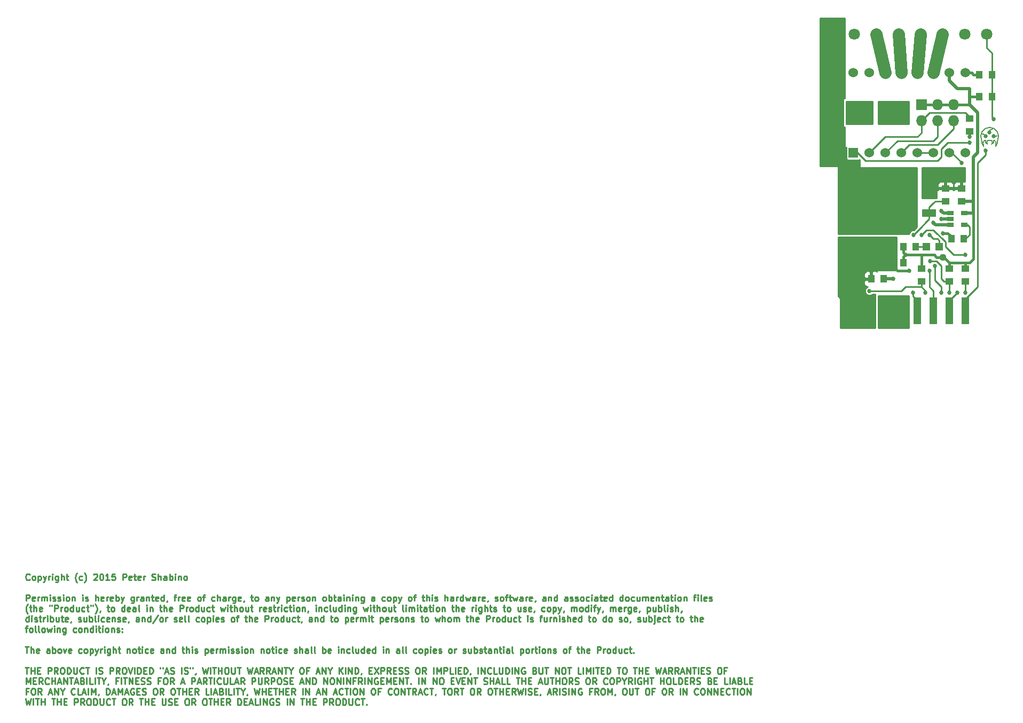
<source format=gtl>
G04 #@! TF.FileFunction,Copper,L1,Top,Signal*
%FSLAX46Y46*%
G04 Gerber Fmt 4.6, Leading zero omitted, Abs format (unit mm)*
G04 Created by KiCad (PCBNEW (2015-03-06 BZR 5484)-product) date 10/25/2015 10:49:35 PM*
%MOMM*%
G01*
G04 APERTURE LIST*
%ADD10C,0.100000*%
%ADD11C,0.250000*%
%ADD12C,0.177800*%
%ADD13R,1.270000X4.191000*%
%ADD14R,1.000000X1.250000*%
%ADD15R,1.250000X1.000000*%
%ADD16R,1.198880X1.198880*%
%ADD17C,0.635000*%
%ADD18R,1.060000X0.650000*%
%ADD19R,1.727200X1.727200*%
%ADD20O,1.727200X1.727200*%
%ADD21R,2.200000X1.200000*%
%ADD22R,6.400000X5.800000*%
%ADD23C,1.800000*%
%ADD24R,3.599180X1.600200*%
%ADD25R,1.524000X1.524000*%
%ADD26C,1.524000*%
%ADD27C,0.685800*%
%ADD28C,1.117600*%
%ADD29C,0.508000*%
%ADD30C,0.381000*%
%ADD31C,0.254000*%
%ADD32C,1.905000*%
G04 APERTURE END LIST*
D10*
D11*
X15414524Y-174672143D02*
X15366905Y-174719762D01*
X15224048Y-174767381D01*
X15128810Y-174767381D01*
X14985952Y-174719762D01*
X14890714Y-174624524D01*
X14843095Y-174529286D01*
X14795476Y-174338810D01*
X14795476Y-174195952D01*
X14843095Y-174005476D01*
X14890714Y-173910238D01*
X14985952Y-173815000D01*
X15128810Y-173767381D01*
X15224048Y-173767381D01*
X15366905Y-173815000D01*
X15414524Y-173862619D01*
X15985952Y-174767381D02*
X15890714Y-174719762D01*
X15843095Y-174672143D01*
X15795476Y-174576905D01*
X15795476Y-174291190D01*
X15843095Y-174195952D01*
X15890714Y-174148333D01*
X15985952Y-174100714D01*
X16128810Y-174100714D01*
X16224048Y-174148333D01*
X16271667Y-174195952D01*
X16319286Y-174291190D01*
X16319286Y-174576905D01*
X16271667Y-174672143D01*
X16224048Y-174719762D01*
X16128810Y-174767381D01*
X15985952Y-174767381D01*
X16747857Y-174100714D02*
X16747857Y-175100714D01*
X16747857Y-174148333D02*
X16843095Y-174100714D01*
X17033572Y-174100714D01*
X17128810Y-174148333D01*
X17176429Y-174195952D01*
X17224048Y-174291190D01*
X17224048Y-174576905D01*
X17176429Y-174672143D01*
X17128810Y-174719762D01*
X17033572Y-174767381D01*
X16843095Y-174767381D01*
X16747857Y-174719762D01*
X17557381Y-174100714D02*
X17795476Y-174767381D01*
X18033572Y-174100714D02*
X17795476Y-174767381D01*
X17700238Y-175005476D01*
X17652619Y-175053095D01*
X17557381Y-175100714D01*
X18414524Y-174767381D02*
X18414524Y-174100714D01*
X18414524Y-174291190D02*
X18462143Y-174195952D01*
X18509762Y-174148333D01*
X18605000Y-174100714D01*
X18700239Y-174100714D01*
X19033572Y-174767381D02*
X19033572Y-174100714D01*
X19033572Y-173767381D02*
X18985953Y-173815000D01*
X19033572Y-173862619D01*
X19081191Y-173815000D01*
X19033572Y-173767381D01*
X19033572Y-173862619D01*
X19938334Y-174100714D02*
X19938334Y-174910238D01*
X19890715Y-175005476D01*
X19843096Y-175053095D01*
X19747857Y-175100714D01*
X19605000Y-175100714D01*
X19509762Y-175053095D01*
X19938334Y-174719762D02*
X19843096Y-174767381D01*
X19652619Y-174767381D01*
X19557381Y-174719762D01*
X19509762Y-174672143D01*
X19462143Y-174576905D01*
X19462143Y-174291190D01*
X19509762Y-174195952D01*
X19557381Y-174148333D01*
X19652619Y-174100714D01*
X19843096Y-174100714D01*
X19938334Y-174148333D01*
X20414524Y-174767381D02*
X20414524Y-173767381D01*
X20843096Y-174767381D02*
X20843096Y-174243571D01*
X20795477Y-174148333D01*
X20700239Y-174100714D01*
X20557381Y-174100714D01*
X20462143Y-174148333D01*
X20414524Y-174195952D01*
X21176429Y-174100714D02*
X21557381Y-174100714D01*
X21319286Y-173767381D02*
X21319286Y-174624524D01*
X21366905Y-174719762D01*
X21462143Y-174767381D01*
X21557381Y-174767381D01*
X22938335Y-175148333D02*
X22890715Y-175100714D01*
X22795477Y-174957857D01*
X22747858Y-174862619D01*
X22700239Y-174719762D01*
X22652620Y-174481667D01*
X22652620Y-174291190D01*
X22700239Y-174053095D01*
X22747858Y-173910238D01*
X22795477Y-173815000D01*
X22890715Y-173672143D01*
X22938335Y-173624524D01*
X23747859Y-174719762D02*
X23652621Y-174767381D01*
X23462144Y-174767381D01*
X23366906Y-174719762D01*
X23319287Y-174672143D01*
X23271668Y-174576905D01*
X23271668Y-174291190D01*
X23319287Y-174195952D01*
X23366906Y-174148333D01*
X23462144Y-174100714D01*
X23652621Y-174100714D01*
X23747859Y-174148333D01*
X24081192Y-175148333D02*
X24128811Y-175100714D01*
X24224049Y-174957857D01*
X24271668Y-174862619D01*
X24319287Y-174719762D01*
X24366906Y-174481667D01*
X24366906Y-174291190D01*
X24319287Y-174053095D01*
X24271668Y-173910238D01*
X24224049Y-173815000D01*
X24128811Y-173672143D01*
X24081192Y-173624524D01*
X25557383Y-173862619D02*
X25605002Y-173815000D01*
X25700240Y-173767381D01*
X25938336Y-173767381D01*
X26033574Y-173815000D01*
X26081193Y-173862619D01*
X26128812Y-173957857D01*
X26128812Y-174053095D01*
X26081193Y-174195952D01*
X25509764Y-174767381D01*
X26128812Y-174767381D01*
X26747859Y-173767381D02*
X26843098Y-173767381D01*
X26938336Y-173815000D01*
X26985955Y-173862619D01*
X27033574Y-173957857D01*
X27081193Y-174148333D01*
X27081193Y-174386429D01*
X27033574Y-174576905D01*
X26985955Y-174672143D01*
X26938336Y-174719762D01*
X26843098Y-174767381D01*
X26747859Y-174767381D01*
X26652621Y-174719762D01*
X26605002Y-174672143D01*
X26557383Y-174576905D01*
X26509764Y-174386429D01*
X26509764Y-174148333D01*
X26557383Y-173957857D01*
X26605002Y-173862619D01*
X26652621Y-173815000D01*
X26747859Y-173767381D01*
X28033574Y-174767381D02*
X27462145Y-174767381D01*
X27747859Y-174767381D02*
X27747859Y-173767381D01*
X27652621Y-173910238D01*
X27557383Y-174005476D01*
X27462145Y-174053095D01*
X28938336Y-173767381D02*
X28462145Y-173767381D01*
X28414526Y-174243571D01*
X28462145Y-174195952D01*
X28557383Y-174148333D01*
X28795479Y-174148333D01*
X28890717Y-174195952D01*
X28938336Y-174243571D01*
X28985955Y-174338810D01*
X28985955Y-174576905D01*
X28938336Y-174672143D01*
X28890717Y-174719762D01*
X28795479Y-174767381D01*
X28557383Y-174767381D01*
X28462145Y-174719762D01*
X28414526Y-174672143D01*
X30176431Y-174767381D02*
X30176431Y-173767381D01*
X30557384Y-173767381D01*
X30652622Y-173815000D01*
X30700241Y-173862619D01*
X30747860Y-173957857D01*
X30747860Y-174100714D01*
X30700241Y-174195952D01*
X30652622Y-174243571D01*
X30557384Y-174291190D01*
X30176431Y-174291190D01*
X31557384Y-174719762D02*
X31462146Y-174767381D01*
X31271669Y-174767381D01*
X31176431Y-174719762D01*
X31128812Y-174624524D01*
X31128812Y-174243571D01*
X31176431Y-174148333D01*
X31271669Y-174100714D01*
X31462146Y-174100714D01*
X31557384Y-174148333D01*
X31605003Y-174243571D01*
X31605003Y-174338810D01*
X31128812Y-174434048D01*
X31890717Y-174100714D02*
X32271669Y-174100714D01*
X32033574Y-173767381D02*
X32033574Y-174624524D01*
X32081193Y-174719762D01*
X32176431Y-174767381D01*
X32271669Y-174767381D01*
X32985956Y-174719762D02*
X32890718Y-174767381D01*
X32700241Y-174767381D01*
X32605003Y-174719762D01*
X32557384Y-174624524D01*
X32557384Y-174243571D01*
X32605003Y-174148333D01*
X32700241Y-174100714D01*
X32890718Y-174100714D01*
X32985956Y-174148333D01*
X33033575Y-174243571D01*
X33033575Y-174338810D01*
X32557384Y-174434048D01*
X33462146Y-174767381D02*
X33462146Y-174100714D01*
X33462146Y-174291190D02*
X33509765Y-174195952D01*
X33557384Y-174148333D01*
X33652622Y-174100714D01*
X33747861Y-174100714D01*
X34795480Y-174719762D02*
X34938337Y-174767381D01*
X35176433Y-174767381D01*
X35271671Y-174719762D01*
X35319290Y-174672143D01*
X35366909Y-174576905D01*
X35366909Y-174481667D01*
X35319290Y-174386429D01*
X35271671Y-174338810D01*
X35176433Y-174291190D01*
X34985956Y-174243571D01*
X34890718Y-174195952D01*
X34843099Y-174148333D01*
X34795480Y-174053095D01*
X34795480Y-173957857D01*
X34843099Y-173862619D01*
X34890718Y-173815000D01*
X34985956Y-173767381D01*
X35224052Y-173767381D01*
X35366909Y-173815000D01*
X35795480Y-174767381D02*
X35795480Y-173767381D01*
X36224052Y-174767381D02*
X36224052Y-174243571D01*
X36176433Y-174148333D01*
X36081195Y-174100714D01*
X35938337Y-174100714D01*
X35843099Y-174148333D01*
X35795480Y-174195952D01*
X37128814Y-174767381D02*
X37128814Y-174243571D01*
X37081195Y-174148333D01*
X36985957Y-174100714D01*
X36795480Y-174100714D01*
X36700242Y-174148333D01*
X37128814Y-174719762D02*
X37033576Y-174767381D01*
X36795480Y-174767381D01*
X36700242Y-174719762D01*
X36652623Y-174624524D01*
X36652623Y-174529286D01*
X36700242Y-174434048D01*
X36795480Y-174386429D01*
X37033576Y-174386429D01*
X37128814Y-174338810D01*
X37605004Y-174767381D02*
X37605004Y-173767381D01*
X37605004Y-174148333D02*
X37700242Y-174100714D01*
X37890719Y-174100714D01*
X37985957Y-174148333D01*
X38033576Y-174195952D01*
X38081195Y-174291190D01*
X38081195Y-174576905D01*
X38033576Y-174672143D01*
X37985957Y-174719762D01*
X37890719Y-174767381D01*
X37700242Y-174767381D01*
X37605004Y-174719762D01*
X38509766Y-174767381D02*
X38509766Y-174100714D01*
X38509766Y-173767381D02*
X38462147Y-173815000D01*
X38509766Y-173862619D01*
X38557385Y-173815000D01*
X38509766Y-173767381D01*
X38509766Y-173862619D01*
X38985956Y-174100714D02*
X38985956Y-174767381D01*
X38985956Y-174195952D02*
X39033575Y-174148333D01*
X39128813Y-174100714D01*
X39271671Y-174100714D01*
X39366909Y-174148333D01*
X39414528Y-174243571D01*
X39414528Y-174767381D01*
X40033575Y-174767381D02*
X39938337Y-174719762D01*
X39890718Y-174672143D01*
X39843099Y-174576905D01*
X39843099Y-174291190D01*
X39890718Y-174195952D01*
X39938337Y-174148333D01*
X40033575Y-174100714D01*
X40176433Y-174100714D01*
X40271671Y-174148333D01*
X40319290Y-174195952D01*
X40366909Y-174291190D01*
X40366909Y-174576905D01*
X40319290Y-174672143D01*
X40271671Y-174719762D01*
X40176433Y-174767381D01*
X40033575Y-174767381D01*
X14843095Y-178067381D02*
X14843095Y-177067381D01*
X15224048Y-177067381D01*
X15319286Y-177115000D01*
X15366905Y-177162619D01*
X15414524Y-177257857D01*
X15414524Y-177400714D01*
X15366905Y-177495952D01*
X15319286Y-177543571D01*
X15224048Y-177591190D01*
X14843095Y-177591190D01*
X16224048Y-178019762D02*
X16128810Y-178067381D01*
X15938333Y-178067381D01*
X15843095Y-178019762D01*
X15795476Y-177924524D01*
X15795476Y-177543571D01*
X15843095Y-177448333D01*
X15938333Y-177400714D01*
X16128810Y-177400714D01*
X16224048Y-177448333D01*
X16271667Y-177543571D01*
X16271667Y-177638810D01*
X15795476Y-177734048D01*
X16700238Y-178067381D02*
X16700238Y-177400714D01*
X16700238Y-177591190D02*
X16747857Y-177495952D01*
X16795476Y-177448333D01*
X16890714Y-177400714D01*
X16985953Y-177400714D01*
X17319286Y-178067381D02*
X17319286Y-177400714D01*
X17319286Y-177495952D02*
X17366905Y-177448333D01*
X17462143Y-177400714D01*
X17605001Y-177400714D01*
X17700239Y-177448333D01*
X17747858Y-177543571D01*
X17747858Y-178067381D01*
X17747858Y-177543571D02*
X17795477Y-177448333D01*
X17890715Y-177400714D01*
X18033572Y-177400714D01*
X18128810Y-177448333D01*
X18176429Y-177543571D01*
X18176429Y-178067381D01*
X18652619Y-178067381D02*
X18652619Y-177400714D01*
X18652619Y-177067381D02*
X18605000Y-177115000D01*
X18652619Y-177162619D01*
X18700238Y-177115000D01*
X18652619Y-177067381D01*
X18652619Y-177162619D01*
X19081190Y-178019762D02*
X19176428Y-178067381D01*
X19366904Y-178067381D01*
X19462143Y-178019762D01*
X19509762Y-177924524D01*
X19509762Y-177876905D01*
X19462143Y-177781667D01*
X19366904Y-177734048D01*
X19224047Y-177734048D01*
X19128809Y-177686429D01*
X19081190Y-177591190D01*
X19081190Y-177543571D01*
X19128809Y-177448333D01*
X19224047Y-177400714D01*
X19366904Y-177400714D01*
X19462143Y-177448333D01*
X19890714Y-178019762D02*
X19985952Y-178067381D01*
X20176428Y-178067381D01*
X20271667Y-178019762D01*
X20319286Y-177924524D01*
X20319286Y-177876905D01*
X20271667Y-177781667D01*
X20176428Y-177734048D01*
X20033571Y-177734048D01*
X19938333Y-177686429D01*
X19890714Y-177591190D01*
X19890714Y-177543571D01*
X19938333Y-177448333D01*
X20033571Y-177400714D01*
X20176428Y-177400714D01*
X20271667Y-177448333D01*
X20747857Y-178067381D02*
X20747857Y-177400714D01*
X20747857Y-177067381D02*
X20700238Y-177115000D01*
X20747857Y-177162619D01*
X20795476Y-177115000D01*
X20747857Y-177067381D01*
X20747857Y-177162619D01*
X21366904Y-178067381D02*
X21271666Y-178019762D01*
X21224047Y-177972143D01*
X21176428Y-177876905D01*
X21176428Y-177591190D01*
X21224047Y-177495952D01*
X21271666Y-177448333D01*
X21366904Y-177400714D01*
X21509762Y-177400714D01*
X21605000Y-177448333D01*
X21652619Y-177495952D01*
X21700238Y-177591190D01*
X21700238Y-177876905D01*
X21652619Y-177972143D01*
X21605000Y-178019762D01*
X21509762Y-178067381D01*
X21366904Y-178067381D01*
X22128809Y-177400714D02*
X22128809Y-178067381D01*
X22128809Y-177495952D02*
X22176428Y-177448333D01*
X22271666Y-177400714D01*
X22414524Y-177400714D01*
X22509762Y-177448333D01*
X22557381Y-177543571D01*
X22557381Y-178067381D01*
X23795476Y-178067381D02*
X23795476Y-177400714D01*
X23795476Y-177067381D02*
X23747857Y-177115000D01*
X23795476Y-177162619D01*
X23843095Y-177115000D01*
X23795476Y-177067381D01*
X23795476Y-177162619D01*
X24224047Y-178019762D02*
X24319285Y-178067381D01*
X24509761Y-178067381D01*
X24605000Y-178019762D01*
X24652619Y-177924524D01*
X24652619Y-177876905D01*
X24605000Y-177781667D01*
X24509761Y-177734048D01*
X24366904Y-177734048D01*
X24271666Y-177686429D01*
X24224047Y-177591190D01*
X24224047Y-177543571D01*
X24271666Y-177448333D01*
X24366904Y-177400714D01*
X24509761Y-177400714D01*
X24605000Y-177448333D01*
X25843095Y-178067381D02*
X25843095Y-177067381D01*
X26271667Y-178067381D02*
X26271667Y-177543571D01*
X26224048Y-177448333D01*
X26128810Y-177400714D01*
X25985952Y-177400714D01*
X25890714Y-177448333D01*
X25843095Y-177495952D01*
X27128810Y-178019762D02*
X27033572Y-178067381D01*
X26843095Y-178067381D01*
X26747857Y-178019762D01*
X26700238Y-177924524D01*
X26700238Y-177543571D01*
X26747857Y-177448333D01*
X26843095Y-177400714D01*
X27033572Y-177400714D01*
X27128810Y-177448333D01*
X27176429Y-177543571D01*
X27176429Y-177638810D01*
X26700238Y-177734048D01*
X27605000Y-178067381D02*
X27605000Y-177400714D01*
X27605000Y-177591190D02*
X27652619Y-177495952D01*
X27700238Y-177448333D01*
X27795476Y-177400714D01*
X27890715Y-177400714D01*
X28605001Y-178019762D02*
X28509763Y-178067381D01*
X28319286Y-178067381D01*
X28224048Y-178019762D01*
X28176429Y-177924524D01*
X28176429Y-177543571D01*
X28224048Y-177448333D01*
X28319286Y-177400714D01*
X28509763Y-177400714D01*
X28605001Y-177448333D01*
X28652620Y-177543571D01*
X28652620Y-177638810D01*
X28176429Y-177734048D01*
X29081191Y-178067381D02*
X29081191Y-177067381D01*
X29081191Y-177448333D02*
X29176429Y-177400714D01*
X29366906Y-177400714D01*
X29462144Y-177448333D01*
X29509763Y-177495952D01*
X29557382Y-177591190D01*
X29557382Y-177876905D01*
X29509763Y-177972143D01*
X29462144Y-178019762D01*
X29366906Y-178067381D01*
X29176429Y-178067381D01*
X29081191Y-178019762D01*
X29890715Y-177400714D02*
X30128810Y-178067381D01*
X30366906Y-177400714D02*
X30128810Y-178067381D01*
X30033572Y-178305476D01*
X29985953Y-178353095D01*
X29890715Y-178400714D01*
X31938335Y-177400714D02*
X31938335Y-178210238D01*
X31890716Y-178305476D01*
X31843097Y-178353095D01*
X31747858Y-178400714D01*
X31605001Y-178400714D01*
X31509763Y-178353095D01*
X31938335Y-178019762D02*
X31843097Y-178067381D01*
X31652620Y-178067381D01*
X31557382Y-178019762D01*
X31509763Y-177972143D01*
X31462144Y-177876905D01*
X31462144Y-177591190D01*
X31509763Y-177495952D01*
X31557382Y-177448333D01*
X31652620Y-177400714D01*
X31843097Y-177400714D01*
X31938335Y-177448333D01*
X32414525Y-178067381D02*
X32414525Y-177400714D01*
X32414525Y-177591190D02*
X32462144Y-177495952D01*
X32509763Y-177448333D01*
X32605001Y-177400714D01*
X32700240Y-177400714D01*
X33462145Y-178067381D02*
X33462145Y-177543571D01*
X33414526Y-177448333D01*
X33319288Y-177400714D01*
X33128811Y-177400714D01*
X33033573Y-177448333D01*
X33462145Y-178019762D02*
X33366907Y-178067381D01*
X33128811Y-178067381D01*
X33033573Y-178019762D01*
X32985954Y-177924524D01*
X32985954Y-177829286D01*
X33033573Y-177734048D01*
X33128811Y-177686429D01*
X33366907Y-177686429D01*
X33462145Y-177638810D01*
X33938335Y-177400714D02*
X33938335Y-178067381D01*
X33938335Y-177495952D02*
X33985954Y-177448333D01*
X34081192Y-177400714D01*
X34224050Y-177400714D01*
X34319288Y-177448333D01*
X34366907Y-177543571D01*
X34366907Y-178067381D01*
X34700240Y-177400714D02*
X35081192Y-177400714D01*
X34843097Y-177067381D02*
X34843097Y-177924524D01*
X34890716Y-178019762D01*
X34985954Y-178067381D01*
X35081192Y-178067381D01*
X35795479Y-178019762D02*
X35700241Y-178067381D01*
X35509764Y-178067381D01*
X35414526Y-178019762D01*
X35366907Y-177924524D01*
X35366907Y-177543571D01*
X35414526Y-177448333D01*
X35509764Y-177400714D01*
X35700241Y-177400714D01*
X35795479Y-177448333D01*
X35843098Y-177543571D01*
X35843098Y-177638810D01*
X35366907Y-177734048D01*
X36700241Y-178067381D02*
X36700241Y-177067381D01*
X36700241Y-178019762D02*
X36605003Y-178067381D01*
X36414526Y-178067381D01*
X36319288Y-178019762D01*
X36271669Y-177972143D01*
X36224050Y-177876905D01*
X36224050Y-177591190D01*
X36271669Y-177495952D01*
X36319288Y-177448333D01*
X36414526Y-177400714D01*
X36605003Y-177400714D01*
X36700241Y-177448333D01*
X37224050Y-178019762D02*
X37224050Y-178067381D01*
X37176431Y-178162619D01*
X37128812Y-178210238D01*
X38271669Y-177400714D02*
X38652621Y-177400714D01*
X38414526Y-178067381D02*
X38414526Y-177210238D01*
X38462145Y-177115000D01*
X38557383Y-177067381D01*
X38652621Y-177067381D01*
X38985955Y-178067381D02*
X38985955Y-177400714D01*
X38985955Y-177591190D02*
X39033574Y-177495952D01*
X39081193Y-177448333D01*
X39176431Y-177400714D01*
X39271670Y-177400714D01*
X39985956Y-178019762D02*
X39890718Y-178067381D01*
X39700241Y-178067381D01*
X39605003Y-178019762D01*
X39557384Y-177924524D01*
X39557384Y-177543571D01*
X39605003Y-177448333D01*
X39700241Y-177400714D01*
X39890718Y-177400714D01*
X39985956Y-177448333D01*
X40033575Y-177543571D01*
X40033575Y-177638810D01*
X39557384Y-177734048D01*
X40843099Y-178019762D02*
X40747861Y-178067381D01*
X40557384Y-178067381D01*
X40462146Y-178019762D01*
X40414527Y-177924524D01*
X40414527Y-177543571D01*
X40462146Y-177448333D01*
X40557384Y-177400714D01*
X40747861Y-177400714D01*
X40843099Y-177448333D01*
X40890718Y-177543571D01*
X40890718Y-177638810D01*
X40414527Y-177734048D01*
X42224051Y-178067381D02*
X42128813Y-178019762D01*
X42081194Y-177972143D01*
X42033575Y-177876905D01*
X42033575Y-177591190D01*
X42081194Y-177495952D01*
X42128813Y-177448333D01*
X42224051Y-177400714D01*
X42366909Y-177400714D01*
X42462147Y-177448333D01*
X42509766Y-177495952D01*
X42557385Y-177591190D01*
X42557385Y-177876905D01*
X42509766Y-177972143D01*
X42462147Y-178019762D01*
X42366909Y-178067381D01*
X42224051Y-178067381D01*
X42843099Y-177400714D02*
X43224051Y-177400714D01*
X42985956Y-178067381D02*
X42985956Y-177210238D01*
X43033575Y-177115000D01*
X43128813Y-177067381D01*
X43224051Y-177067381D01*
X44747862Y-178019762D02*
X44652624Y-178067381D01*
X44462147Y-178067381D01*
X44366909Y-178019762D01*
X44319290Y-177972143D01*
X44271671Y-177876905D01*
X44271671Y-177591190D01*
X44319290Y-177495952D01*
X44366909Y-177448333D01*
X44462147Y-177400714D01*
X44652624Y-177400714D01*
X44747862Y-177448333D01*
X45176433Y-178067381D02*
X45176433Y-177067381D01*
X45605005Y-178067381D02*
X45605005Y-177543571D01*
X45557386Y-177448333D01*
X45462148Y-177400714D01*
X45319290Y-177400714D01*
X45224052Y-177448333D01*
X45176433Y-177495952D01*
X46509767Y-178067381D02*
X46509767Y-177543571D01*
X46462148Y-177448333D01*
X46366910Y-177400714D01*
X46176433Y-177400714D01*
X46081195Y-177448333D01*
X46509767Y-178019762D02*
X46414529Y-178067381D01*
X46176433Y-178067381D01*
X46081195Y-178019762D01*
X46033576Y-177924524D01*
X46033576Y-177829286D01*
X46081195Y-177734048D01*
X46176433Y-177686429D01*
X46414529Y-177686429D01*
X46509767Y-177638810D01*
X46985957Y-178067381D02*
X46985957Y-177400714D01*
X46985957Y-177591190D02*
X47033576Y-177495952D01*
X47081195Y-177448333D01*
X47176433Y-177400714D01*
X47271672Y-177400714D01*
X48033577Y-177400714D02*
X48033577Y-178210238D01*
X47985958Y-178305476D01*
X47938339Y-178353095D01*
X47843100Y-178400714D01*
X47700243Y-178400714D01*
X47605005Y-178353095D01*
X48033577Y-178019762D02*
X47938339Y-178067381D01*
X47747862Y-178067381D01*
X47652624Y-178019762D01*
X47605005Y-177972143D01*
X47557386Y-177876905D01*
X47557386Y-177591190D01*
X47605005Y-177495952D01*
X47652624Y-177448333D01*
X47747862Y-177400714D01*
X47938339Y-177400714D01*
X48033577Y-177448333D01*
X48890720Y-178019762D02*
X48795482Y-178067381D01*
X48605005Y-178067381D01*
X48509767Y-178019762D01*
X48462148Y-177924524D01*
X48462148Y-177543571D01*
X48509767Y-177448333D01*
X48605005Y-177400714D01*
X48795482Y-177400714D01*
X48890720Y-177448333D01*
X48938339Y-177543571D01*
X48938339Y-177638810D01*
X48462148Y-177734048D01*
X49414529Y-178019762D02*
X49414529Y-178067381D01*
X49366910Y-178162619D01*
X49319291Y-178210238D01*
X50462148Y-177400714D02*
X50843100Y-177400714D01*
X50605005Y-177067381D02*
X50605005Y-177924524D01*
X50652624Y-178019762D01*
X50747862Y-178067381D01*
X50843100Y-178067381D01*
X51319291Y-178067381D02*
X51224053Y-178019762D01*
X51176434Y-177972143D01*
X51128815Y-177876905D01*
X51128815Y-177591190D01*
X51176434Y-177495952D01*
X51224053Y-177448333D01*
X51319291Y-177400714D01*
X51462149Y-177400714D01*
X51557387Y-177448333D01*
X51605006Y-177495952D01*
X51652625Y-177591190D01*
X51652625Y-177876905D01*
X51605006Y-177972143D01*
X51557387Y-178019762D01*
X51462149Y-178067381D01*
X51319291Y-178067381D01*
X53271673Y-178067381D02*
X53271673Y-177543571D01*
X53224054Y-177448333D01*
X53128816Y-177400714D01*
X52938339Y-177400714D01*
X52843101Y-177448333D01*
X53271673Y-178019762D02*
X53176435Y-178067381D01*
X52938339Y-178067381D01*
X52843101Y-178019762D01*
X52795482Y-177924524D01*
X52795482Y-177829286D01*
X52843101Y-177734048D01*
X52938339Y-177686429D01*
X53176435Y-177686429D01*
X53271673Y-177638810D01*
X53747863Y-177400714D02*
X53747863Y-178067381D01*
X53747863Y-177495952D02*
X53795482Y-177448333D01*
X53890720Y-177400714D01*
X54033578Y-177400714D01*
X54128816Y-177448333D01*
X54176435Y-177543571D01*
X54176435Y-178067381D01*
X54557387Y-177400714D02*
X54795482Y-178067381D01*
X55033578Y-177400714D02*
X54795482Y-178067381D01*
X54700244Y-178305476D01*
X54652625Y-178353095D01*
X54557387Y-178400714D01*
X56176435Y-177400714D02*
X56176435Y-178400714D01*
X56176435Y-177448333D02*
X56271673Y-177400714D01*
X56462150Y-177400714D01*
X56557388Y-177448333D01*
X56605007Y-177495952D01*
X56652626Y-177591190D01*
X56652626Y-177876905D01*
X56605007Y-177972143D01*
X56557388Y-178019762D01*
X56462150Y-178067381D01*
X56271673Y-178067381D01*
X56176435Y-178019762D01*
X57462150Y-178019762D02*
X57366912Y-178067381D01*
X57176435Y-178067381D01*
X57081197Y-178019762D01*
X57033578Y-177924524D01*
X57033578Y-177543571D01*
X57081197Y-177448333D01*
X57176435Y-177400714D01*
X57366912Y-177400714D01*
X57462150Y-177448333D01*
X57509769Y-177543571D01*
X57509769Y-177638810D01*
X57033578Y-177734048D01*
X57938340Y-178067381D02*
X57938340Y-177400714D01*
X57938340Y-177591190D02*
X57985959Y-177495952D01*
X58033578Y-177448333D01*
X58128816Y-177400714D01*
X58224055Y-177400714D01*
X58509769Y-178019762D02*
X58605007Y-178067381D01*
X58795483Y-178067381D01*
X58890722Y-178019762D01*
X58938341Y-177924524D01*
X58938341Y-177876905D01*
X58890722Y-177781667D01*
X58795483Y-177734048D01*
X58652626Y-177734048D01*
X58557388Y-177686429D01*
X58509769Y-177591190D01*
X58509769Y-177543571D01*
X58557388Y-177448333D01*
X58652626Y-177400714D01*
X58795483Y-177400714D01*
X58890722Y-177448333D01*
X59509769Y-178067381D02*
X59414531Y-178019762D01*
X59366912Y-177972143D01*
X59319293Y-177876905D01*
X59319293Y-177591190D01*
X59366912Y-177495952D01*
X59414531Y-177448333D01*
X59509769Y-177400714D01*
X59652627Y-177400714D01*
X59747865Y-177448333D01*
X59795484Y-177495952D01*
X59843103Y-177591190D01*
X59843103Y-177876905D01*
X59795484Y-177972143D01*
X59747865Y-178019762D01*
X59652627Y-178067381D01*
X59509769Y-178067381D01*
X60271674Y-177400714D02*
X60271674Y-178067381D01*
X60271674Y-177495952D02*
X60319293Y-177448333D01*
X60414531Y-177400714D01*
X60557389Y-177400714D01*
X60652627Y-177448333D01*
X60700246Y-177543571D01*
X60700246Y-178067381D01*
X62081198Y-178067381D02*
X61985960Y-178019762D01*
X61938341Y-177972143D01*
X61890722Y-177876905D01*
X61890722Y-177591190D01*
X61938341Y-177495952D01*
X61985960Y-177448333D01*
X62081198Y-177400714D01*
X62224056Y-177400714D01*
X62319294Y-177448333D01*
X62366913Y-177495952D01*
X62414532Y-177591190D01*
X62414532Y-177876905D01*
X62366913Y-177972143D01*
X62319294Y-178019762D01*
X62224056Y-178067381D01*
X62081198Y-178067381D01*
X62843103Y-178067381D02*
X62843103Y-177067381D01*
X62843103Y-177448333D02*
X62938341Y-177400714D01*
X63128818Y-177400714D01*
X63224056Y-177448333D01*
X63271675Y-177495952D01*
X63319294Y-177591190D01*
X63319294Y-177876905D01*
X63271675Y-177972143D01*
X63224056Y-178019762D01*
X63128818Y-178067381D01*
X62938341Y-178067381D01*
X62843103Y-178019762D01*
X63605008Y-177400714D02*
X63985960Y-177400714D01*
X63747865Y-177067381D02*
X63747865Y-177924524D01*
X63795484Y-178019762D01*
X63890722Y-178067381D01*
X63985960Y-178067381D01*
X64747866Y-178067381D02*
X64747866Y-177543571D01*
X64700247Y-177448333D01*
X64605009Y-177400714D01*
X64414532Y-177400714D01*
X64319294Y-177448333D01*
X64747866Y-178019762D02*
X64652628Y-178067381D01*
X64414532Y-178067381D01*
X64319294Y-178019762D01*
X64271675Y-177924524D01*
X64271675Y-177829286D01*
X64319294Y-177734048D01*
X64414532Y-177686429D01*
X64652628Y-177686429D01*
X64747866Y-177638810D01*
X65224056Y-178067381D02*
X65224056Y-177400714D01*
X65224056Y-177067381D02*
X65176437Y-177115000D01*
X65224056Y-177162619D01*
X65271675Y-177115000D01*
X65224056Y-177067381D01*
X65224056Y-177162619D01*
X65700246Y-177400714D02*
X65700246Y-178067381D01*
X65700246Y-177495952D02*
X65747865Y-177448333D01*
X65843103Y-177400714D01*
X65985961Y-177400714D01*
X66081199Y-177448333D01*
X66128818Y-177543571D01*
X66128818Y-178067381D01*
X66605008Y-178067381D02*
X66605008Y-177400714D01*
X66605008Y-177067381D02*
X66557389Y-177115000D01*
X66605008Y-177162619D01*
X66652627Y-177115000D01*
X66605008Y-177067381D01*
X66605008Y-177162619D01*
X67081198Y-177400714D02*
X67081198Y-178067381D01*
X67081198Y-177495952D02*
X67128817Y-177448333D01*
X67224055Y-177400714D01*
X67366913Y-177400714D01*
X67462151Y-177448333D01*
X67509770Y-177543571D01*
X67509770Y-178067381D01*
X68414532Y-177400714D02*
X68414532Y-178210238D01*
X68366913Y-178305476D01*
X68319294Y-178353095D01*
X68224055Y-178400714D01*
X68081198Y-178400714D01*
X67985960Y-178353095D01*
X68414532Y-178019762D02*
X68319294Y-178067381D01*
X68128817Y-178067381D01*
X68033579Y-178019762D01*
X67985960Y-177972143D01*
X67938341Y-177876905D01*
X67938341Y-177591190D01*
X67985960Y-177495952D01*
X68033579Y-177448333D01*
X68128817Y-177400714D01*
X68319294Y-177400714D01*
X68414532Y-177448333D01*
X70081199Y-178067381D02*
X70081199Y-177543571D01*
X70033580Y-177448333D01*
X69938342Y-177400714D01*
X69747865Y-177400714D01*
X69652627Y-177448333D01*
X70081199Y-178019762D02*
X69985961Y-178067381D01*
X69747865Y-178067381D01*
X69652627Y-178019762D01*
X69605008Y-177924524D01*
X69605008Y-177829286D01*
X69652627Y-177734048D01*
X69747865Y-177686429D01*
X69985961Y-177686429D01*
X70081199Y-177638810D01*
X71747866Y-178019762D02*
X71652628Y-178067381D01*
X71462151Y-178067381D01*
X71366913Y-178019762D01*
X71319294Y-177972143D01*
X71271675Y-177876905D01*
X71271675Y-177591190D01*
X71319294Y-177495952D01*
X71366913Y-177448333D01*
X71462151Y-177400714D01*
X71652628Y-177400714D01*
X71747866Y-177448333D01*
X72319294Y-178067381D02*
X72224056Y-178019762D01*
X72176437Y-177972143D01*
X72128818Y-177876905D01*
X72128818Y-177591190D01*
X72176437Y-177495952D01*
X72224056Y-177448333D01*
X72319294Y-177400714D01*
X72462152Y-177400714D01*
X72557390Y-177448333D01*
X72605009Y-177495952D01*
X72652628Y-177591190D01*
X72652628Y-177876905D01*
X72605009Y-177972143D01*
X72557390Y-178019762D01*
X72462152Y-178067381D01*
X72319294Y-178067381D01*
X73081199Y-177400714D02*
X73081199Y-178400714D01*
X73081199Y-177448333D02*
X73176437Y-177400714D01*
X73366914Y-177400714D01*
X73462152Y-177448333D01*
X73509771Y-177495952D01*
X73557390Y-177591190D01*
X73557390Y-177876905D01*
X73509771Y-177972143D01*
X73462152Y-178019762D01*
X73366914Y-178067381D01*
X73176437Y-178067381D01*
X73081199Y-178019762D01*
X73890723Y-177400714D02*
X74128818Y-178067381D01*
X74366914Y-177400714D02*
X74128818Y-178067381D01*
X74033580Y-178305476D01*
X73985961Y-178353095D01*
X73890723Y-178400714D01*
X75652628Y-178067381D02*
X75557390Y-178019762D01*
X75509771Y-177972143D01*
X75462152Y-177876905D01*
X75462152Y-177591190D01*
X75509771Y-177495952D01*
X75557390Y-177448333D01*
X75652628Y-177400714D01*
X75795486Y-177400714D01*
X75890724Y-177448333D01*
X75938343Y-177495952D01*
X75985962Y-177591190D01*
X75985962Y-177876905D01*
X75938343Y-177972143D01*
X75890724Y-178019762D01*
X75795486Y-178067381D01*
X75652628Y-178067381D01*
X76271676Y-177400714D02*
X76652628Y-177400714D01*
X76414533Y-178067381D02*
X76414533Y-177210238D01*
X76462152Y-177115000D01*
X76557390Y-177067381D01*
X76652628Y-177067381D01*
X77605010Y-177400714D02*
X77985962Y-177400714D01*
X77747867Y-177067381D02*
X77747867Y-177924524D01*
X77795486Y-178019762D01*
X77890724Y-178067381D01*
X77985962Y-178067381D01*
X78319296Y-178067381D02*
X78319296Y-177067381D01*
X78747868Y-178067381D02*
X78747868Y-177543571D01*
X78700249Y-177448333D01*
X78605011Y-177400714D01*
X78462153Y-177400714D01*
X78366915Y-177448333D01*
X78319296Y-177495952D01*
X79224058Y-178067381D02*
X79224058Y-177400714D01*
X79224058Y-177067381D02*
X79176439Y-177115000D01*
X79224058Y-177162619D01*
X79271677Y-177115000D01*
X79224058Y-177067381D01*
X79224058Y-177162619D01*
X79652629Y-178019762D02*
X79747867Y-178067381D01*
X79938343Y-178067381D01*
X80033582Y-178019762D01*
X80081201Y-177924524D01*
X80081201Y-177876905D01*
X80033582Y-177781667D01*
X79938343Y-177734048D01*
X79795486Y-177734048D01*
X79700248Y-177686429D01*
X79652629Y-177591190D01*
X79652629Y-177543571D01*
X79700248Y-177448333D01*
X79795486Y-177400714D01*
X79938343Y-177400714D01*
X80033582Y-177448333D01*
X81271677Y-178067381D02*
X81271677Y-177067381D01*
X81700249Y-178067381D02*
X81700249Y-177543571D01*
X81652630Y-177448333D01*
X81557392Y-177400714D01*
X81414534Y-177400714D01*
X81319296Y-177448333D01*
X81271677Y-177495952D01*
X82605011Y-178067381D02*
X82605011Y-177543571D01*
X82557392Y-177448333D01*
X82462154Y-177400714D01*
X82271677Y-177400714D01*
X82176439Y-177448333D01*
X82605011Y-178019762D02*
X82509773Y-178067381D01*
X82271677Y-178067381D01*
X82176439Y-178019762D01*
X82128820Y-177924524D01*
X82128820Y-177829286D01*
X82176439Y-177734048D01*
X82271677Y-177686429D01*
X82509773Y-177686429D01*
X82605011Y-177638810D01*
X83081201Y-178067381D02*
X83081201Y-177400714D01*
X83081201Y-177591190D02*
X83128820Y-177495952D01*
X83176439Y-177448333D01*
X83271677Y-177400714D01*
X83366916Y-177400714D01*
X84128821Y-178067381D02*
X84128821Y-177067381D01*
X84128821Y-178019762D02*
X84033583Y-178067381D01*
X83843106Y-178067381D01*
X83747868Y-178019762D01*
X83700249Y-177972143D01*
X83652630Y-177876905D01*
X83652630Y-177591190D01*
X83700249Y-177495952D01*
X83747868Y-177448333D01*
X83843106Y-177400714D01*
X84033583Y-177400714D01*
X84128821Y-177448333D01*
X84509773Y-177400714D02*
X84700249Y-178067381D01*
X84890726Y-177591190D01*
X85081202Y-178067381D01*
X85271678Y-177400714D01*
X86081202Y-178067381D02*
X86081202Y-177543571D01*
X86033583Y-177448333D01*
X85938345Y-177400714D01*
X85747868Y-177400714D01*
X85652630Y-177448333D01*
X86081202Y-178019762D02*
X85985964Y-178067381D01*
X85747868Y-178067381D01*
X85652630Y-178019762D01*
X85605011Y-177924524D01*
X85605011Y-177829286D01*
X85652630Y-177734048D01*
X85747868Y-177686429D01*
X85985964Y-177686429D01*
X86081202Y-177638810D01*
X86557392Y-178067381D02*
X86557392Y-177400714D01*
X86557392Y-177591190D02*
X86605011Y-177495952D01*
X86652630Y-177448333D01*
X86747868Y-177400714D01*
X86843107Y-177400714D01*
X87557393Y-178019762D02*
X87462155Y-178067381D01*
X87271678Y-178067381D01*
X87176440Y-178019762D01*
X87128821Y-177924524D01*
X87128821Y-177543571D01*
X87176440Y-177448333D01*
X87271678Y-177400714D01*
X87462155Y-177400714D01*
X87557393Y-177448333D01*
X87605012Y-177543571D01*
X87605012Y-177638810D01*
X87128821Y-177734048D01*
X88081202Y-178019762D02*
X88081202Y-178067381D01*
X88033583Y-178162619D01*
X87985964Y-178210238D01*
X89224059Y-178019762D02*
X89319297Y-178067381D01*
X89509773Y-178067381D01*
X89605012Y-178019762D01*
X89652631Y-177924524D01*
X89652631Y-177876905D01*
X89605012Y-177781667D01*
X89509773Y-177734048D01*
X89366916Y-177734048D01*
X89271678Y-177686429D01*
X89224059Y-177591190D01*
X89224059Y-177543571D01*
X89271678Y-177448333D01*
X89366916Y-177400714D01*
X89509773Y-177400714D01*
X89605012Y-177448333D01*
X90224059Y-178067381D02*
X90128821Y-178019762D01*
X90081202Y-177972143D01*
X90033583Y-177876905D01*
X90033583Y-177591190D01*
X90081202Y-177495952D01*
X90128821Y-177448333D01*
X90224059Y-177400714D01*
X90366917Y-177400714D01*
X90462155Y-177448333D01*
X90509774Y-177495952D01*
X90557393Y-177591190D01*
X90557393Y-177876905D01*
X90509774Y-177972143D01*
X90462155Y-178019762D01*
X90366917Y-178067381D01*
X90224059Y-178067381D01*
X90843107Y-177400714D02*
X91224059Y-177400714D01*
X90985964Y-178067381D02*
X90985964Y-177210238D01*
X91033583Y-177115000D01*
X91128821Y-177067381D01*
X91224059Y-177067381D01*
X91414536Y-177400714D02*
X91795488Y-177400714D01*
X91557393Y-177067381D02*
X91557393Y-177924524D01*
X91605012Y-178019762D01*
X91700250Y-178067381D01*
X91795488Y-178067381D01*
X92033584Y-177400714D02*
X92224060Y-178067381D01*
X92414537Y-177591190D01*
X92605013Y-178067381D01*
X92795489Y-177400714D01*
X93605013Y-178067381D02*
X93605013Y-177543571D01*
X93557394Y-177448333D01*
X93462156Y-177400714D01*
X93271679Y-177400714D01*
X93176441Y-177448333D01*
X93605013Y-178019762D02*
X93509775Y-178067381D01*
X93271679Y-178067381D01*
X93176441Y-178019762D01*
X93128822Y-177924524D01*
X93128822Y-177829286D01*
X93176441Y-177734048D01*
X93271679Y-177686429D01*
X93509775Y-177686429D01*
X93605013Y-177638810D01*
X94081203Y-178067381D02*
X94081203Y-177400714D01*
X94081203Y-177591190D02*
X94128822Y-177495952D01*
X94176441Y-177448333D01*
X94271679Y-177400714D01*
X94366918Y-177400714D01*
X95081204Y-178019762D02*
X94985966Y-178067381D01*
X94795489Y-178067381D01*
X94700251Y-178019762D01*
X94652632Y-177924524D01*
X94652632Y-177543571D01*
X94700251Y-177448333D01*
X94795489Y-177400714D01*
X94985966Y-177400714D01*
X95081204Y-177448333D01*
X95128823Y-177543571D01*
X95128823Y-177638810D01*
X94652632Y-177734048D01*
X95605013Y-178019762D02*
X95605013Y-178067381D01*
X95557394Y-178162619D01*
X95509775Y-178210238D01*
X97224061Y-178067381D02*
X97224061Y-177543571D01*
X97176442Y-177448333D01*
X97081204Y-177400714D01*
X96890727Y-177400714D01*
X96795489Y-177448333D01*
X97224061Y-178019762D02*
X97128823Y-178067381D01*
X96890727Y-178067381D01*
X96795489Y-178019762D01*
X96747870Y-177924524D01*
X96747870Y-177829286D01*
X96795489Y-177734048D01*
X96890727Y-177686429D01*
X97128823Y-177686429D01*
X97224061Y-177638810D01*
X97700251Y-177400714D02*
X97700251Y-178067381D01*
X97700251Y-177495952D02*
X97747870Y-177448333D01*
X97843108Y-177400714D01*
X97985966Y-177400714D01*
X98081204Y-177448333D01*
X98128823Y-177543571D01*
X98128823Y-178067381D01*
X99033585Y-178067381D02*
X99033585Y-177067381D01*
X99033585Y-178019762D02*
X98938347Y-178067381D01*
X98747870Y-178067381D01*
X98652632Y-178019762D01*
X98605013Y-177972143D01*
X98557394Y-177876905D01*
X98557394Y-177591190D01*
X98605013Y-177495952D01*
X98652632Y-177448333D01*
X98747870Y-177400714D01*
X98938347Y-177400714D01*
X99033585Y-177448333D01*
X100700252Y-178067381D02*
X100700252Y-177543571D01*
X100652633Y-177448333D01*
X100557395Y-177400714D01*
X100366918Y-177400714D01*
X100271680Y-177448333D01*
X100700252Y-178019762D02*
X100605014Y-178067381D01*
X100366918Y-178067381D01*
X100271680Y-178019762D01*
X100224061Y-177924524D01*
X100224061Y-177829286D01*
X100271680Y-177734048D01*
X100366918Y-177686429D01*
X100605014Y-177686429D01*
X100700252Y-177638810D01*
X101128823Y-178019762D02*
X101224061Y-178067381D01*
X101414537Y-178067381D01*
X101509776Y-178019762D01*
X101557395Y-177924524D01*
X101557395Y-177876905D01*
X101509776Y-177781667D01*
X101414537Y-177734048D01*
X101271680Y-177734048D01*
X101176442Y-177686429D01*
X101128823Y-177591190D01*
X101128823Y-177543571D01*
X101176442Y-177448333D01*
X101271680Y-177400714D01*
X101414537Y-177400714D01*
X101509776Y-177448333D01*
X101938347Y-178019762D02*
X102033585Y-178067381D01*
X102224061Y-178067381D01*
X102319300Y-178019762D01*
X102366919Y-177924524D01*
X102366919Y-177876905D01*
X102319300Y-177781667D01*
X102224061Y-177734048D01*
X102081204Y-177734048D01*
X101985966Y-177686429D01*
X101938347Y-177591190D01*
X101938347Y-177543571D01*
X101985966Y-177448333D01*
X102081204Y-177400714D01*
X102224061Y-177400714D01*
X102319300Y-177448333D01*
X102938347Y-178067381D02*
X102843109Y-178019762D01*
X102795490Y-177972143D01*
X102747871Y-177876905D01*
X102747871Y-177591190D01*
X102795490Y-177495952D01*
X102843109Y-177448333D01*
X102938347Y-177400714D01*
X103081205Y-177400714D01*
X103176443Y-177448333D01*
X103224062Y-177495952D01*
X103271681Y-177591190D01*
X103271681Y-177876905D01*
X103224062Y-177972143D01*
X103176443Y-178019762D01*
X103081205Y-178067381D01*
X102938347Y-178067381D01*
X104128824Y-178019762D02*
X104033586Y-178067381D01*
X103843109Y-178067381D01*
X103747871Y-178019762D01*
X103700252Y-177972143D01*
X103652633Y-177876905D01*
X103652633Y-177591190D01*
X103700252Y-177495952D01*
X103747871Y-177448333D01*
X103843109Y-177400714D01*
X104033586Y-177400714D01*
X104128824Y-177448333D01*
X104557395Y-178067381D02*
X104557395Y-177400714D01*
X104557395Y-177067381D02*
X104509776Y-177115000D01*
X104557395Y-177162619D01*
X104605014Y-177115000D01*
X104557395Y-177067381D01*
X104557395Y-177162619D01*
X105462157Y-178067381D02*
X105462157Y-177543571D01*
X105414538Y-177448333D01*
X105319300Y-177400714D01*
X105128823Y-177400714D01*
X105033585Y-177448333D01*
X105462157Y-178019762D02*
X105366919Y-178067381D01*
X105128823Y-178067381D01*
X105033585Y-178019762D01*
X104985966Y-177924524D01*
X104985966Y-177829286D01*
X105033585Y-177734048D01*
X105128823Y-177686429D01*
X105366919Y-177686429D01*
X105462157Y-177638810D01*
X105795490Y-177400714D02*
X106176442Y-177400714D01*
X105938347Y-177067381D02*
X105938347Y-177924524D01*
X105985966Y-178019762D01*
X106081204Y-178067381D01*
X106176442Y-178067381D01*
X106890729Y-178019762D02*
X106795491Y-178067381D01*
X106605014Y-178067381D01*
X106509776Y-178019762D01*
X106462157Y-177924524D01*
X106462157Y-177543571D01*
X106509776Y-177448333D01*
X106605014Y-177400714D01*
X106795491Y-177400714D01*
X106890729Y-177448333D01*
X106938348Y-177543571D01*
X106938348Y-177638810D01*
X106462157Y-177734048D01*
X107795491Y-178067381D02*
X107795491Y-177067381D01*
X107795491Y-178019762D02*
X107700253Y-178067381D01*
X107509776Y-178067381D01*
X107414538Y-178019762D01*
X107366919Y-177972143D01*
X107319300Y-177876905D01*
X107319300Y-177591190D01*
X107366919Y-177495952D01*
X107414538Y-177448333D01*
X107509776Y-177400714D01*
X107700253Y-177400714D01*
X107795491Y-177448333D01*
X109462158Y-178067381D02*
X109462158Y-177067381D01*
X109462158Y-178019762D02*
X109366920Y-178067381D01*
X109176443Y-178067381D01*
X109081205Y-178019762D01*
X109033586Y-177972143D01*
X108985967Y-177876905D01*
X108985967Y-177591190D01*
X109033586Y-177495952D01*
X109081205Y-177448333D01*
X109176443Y-177400714D01*
X109366920Y-177400714D01*
X109462158Y-177448333D01*
X110081205Y-178067381D02*
X109985967Y-178019762D01*
X109938348Y-177972143D01*
X109890729Y-177876905D01*
X109890729Y-177591190D01*
X109938348Y-177495952D01*
X109985967Y-177448333D01*
X110081205Y-177400714D01*
X110224063Y-177400714D01*
X110319301Y-177448333D01*
X110366920Y-177495952D01*
X110414539Y-177591190D01*
X110414539Y-177876905D01*
X110366920Y-177972143D01*
X110319301Y-178019762D01*
X110224063Y-178067381D01*
X110081205Y-178067381D01*
X111271682Y-178019762D02*
X111176444Y-178067381D01*
X110985967Y-178067381D01*
X110890729Y-178019762D01*
X110843110Y-177972143D01*
X110795491Y-177876905D01*
X110795491Y-177591190D01*
X110843110Y-177495952D01*
X110890729Y-177448333D01*
X110985967Y-177400714D01*
X111176444Y-177400714D01*
X111271682Y-177448333D01*
X112128825Y-177400714D02*
X112128825Y-178067381D01*
X111700253Y-177400714D02*
X111700253Y-177924524D01*
X111747872Y-178019762D01*
X111843110Y-178067381D01*
X111985968Y-178067381D01*
X112081206Y-178019762D01*
X112128825Y-177972143D01*
X112605015Y-178067381D02*
X112605015Y-177400714D01*
X112605015Y-177495952D02*
X112652634Y-177448333D01*
X112747872Y-177400714D01*
X112890730Y-177400714D01*
X112985968Y-177448333D01*
X113033587Y-177543571D01*
X113033587Y-178067381D01*
X113033587Y-177543571D02*
X113081206Y-177448333D01*
X113176444Y-177400714D01*
X113319301Y-177400714D01*
X113414539Y-177448333D01*
X113462158Y-177543571D01*
X113462158Y-178067381D01*
X114319301Y-178019762D02*
X114224063Y-178067381D01*
X114033586Y-178067381D01*
X113938348Y-178019762D01*
X113890729Y-177924524D01*
X113890729Y-177543571D01*
X113938348Y-177448333D01*
X114033586Y-177400714D01*
X114224063Y-177400714D01*
X114319301Y-177448333D01*
X114366920Y-177543571D01*
X114366920Y-177638810D01*
X113890729Y-177734048D01*
X114795491Y-177400714D02*
X114795491Y-178067381D01*
X114795491Y-177495952D02*
X114843110Y-177448333D01*
X114938348Y-177400714D01*
X115081206Y-177400714D01*
X115176444Y-177448333D01*
X115224063Y-177543571D01*
X115224063Y-178067381D01*
X115557396Y-177400714D02*
X115938348Y-177400714D01*
X115700253Y-177067381D02*
X115700253Y-177924524D01*
X115747872Y-178019762D01*
X115843110Y-178067381D01*
X115938348Y-178067381D01*
X116700254Y-178067381D02*
X116700254Y-177543571D01*
X116652635Y-177448333D01*
X116557397Y-177400714D01*
X116366920Y-177400714D01*
X116271682Y-177448333D01*
X116700254Y-178019762D02*
X116605016Y-178067381D01*
X116366920Y-178067381D01*
X116271682Y-178019762D01*
X116224063Y-177924524D01*
X116224063Y-177829286D01*
X116271682Y-177734048D01*
X116366920Y-177686429D01*
X116605016Y-177686429D01*
X116700254Y-177638810D01*
X117033587Y-177400714D02*
X117414539Y-177400714D01*
X117176444Y-177067381D02*
X117176444Y-177924524D01*
X117224063Y-178019762D01*
X117319301Y-178067381D01*
X117414539Y-178067381D01*
X117747873Y-178067381D02*
X117747873Y-177400714D01*
X117747873Y-177067381D02*
X117700254Y-177115000D01*
X117747873Y-177162619D01*
X117795492Y-177115000D01*
X117747873Y-177067381D01*
X117747873Y-177162619D01*
X118366920Y-178067381D02*
X118271682Y-178019762D01*
X118224063Y-177972143D01*
X118176444Y-177876905D01*
X118176444Y-177591190D01*
X118224063Y-177495952D01*
X118271682Y-177448333D01*
X118366920Y-177400714D01*
X118509778Y-177400714D01*
X118605016Y-177448333D01*
X118652635Y-177495952D01*
X118700254Y-177591190D01*
X118700254Y-177876905D01*
X118652635Y-177972143D01*
X118605016Y-178019762D01*
X118509778Y-178067381D01*
X118366920Y-178067381D01*
X119128825Y-177400714D02*
X119128825Y-178067381D01*
X119128825Y-177495952D02*
X119176444Y-177448333D01*
X119271682Y-177400714D01*
X119414540Y-177400714D01*
X119509778Y-177448333D01*
X119557397Y-177543571D01*
X119557397Y-178067381D01*
X120652635Y-177400714D02*
X121033587Y-177400714D01*
X120795492Y-178067381D02*
X120795492Y-177210238D01*
X120843111Y-177115000D01*
X120938349Y-177067381D01*
X121033587Y-177067381D01*
X121366921Y-178067381D02*
X121366921Y-177400714D01*
X121366921Y-177067381D02*
X121319302Y-177115000D01*
X121366921Y-177162619D01*
X121414540Y-177115000D01*
X121366921Y-177067381D01*
X121366921Y-177162619D01*
X121985968Y-178067381D02*
X121890730Y-178019762D01*
X121843111Y-177924524D01*
X121843111Y-177067381D01*
X122747874Y-178019762D02*
X122652636Y-178067381D01*
X122462159Y-178067381D01*
X122366921Y-178019762D01*
X122319302Y-177924524D01*
X122319302Y-177543571D01*
X122366921Y-177448333D01*
X122462159Y-177400714D01*
X122652636Y-177400714D01*
X122747874Y-177448333D01*
X122795493Y-177543571D01*
X122795493Y-177638810D01*
X122319302Y-177734048D01*
X123176445Y-178019762D02*
X123271683Y-178067381D01*
X123462159Y-178067381D01*
X123557398Y-178019762D01*
X123605017Y-177924524D01*
X123605017Y-177876905D01*
X123557398Y-177781667D01*
X123462159Y-177734048D01*
X123319302Y-177734048D01*
X123224064Y-177686429D01*
X123176445Y-177591190D01*
X123176445Y-177543571D01*
X123224064Y-177448333D01*
X123319302Y-177400714D01*
X123462159Y-177400714D01*
X123557398Y-177448333D01*
X15128810Y-180098333D02*
X15081190Y-180050714D01*
X14985952Y-179907857D01*
X14938333Y-179812619D01*
X14890714Y-179669762D01*
X14843095Y-179431667D01*
X14843095Y-179241190D01*
X14890714Y-179003095D01*
X14938333Y-178860238D01*
X14985952Y-178765000D01*
X15081190Y-178622143D01*
X15128810Y-178574524D01*
X15366905Y-179050714D02*
X15747857Y-179050714D01*
X15509762Y-178717381D02*
X15509762Y-179574524D01*
X15557381Y-179669762D01*
X15652619Y-179717381D01*
X15747857Y-179717381D01*
X16081191Y-179717381D02*
X16081191Y-178717381D01*
X16509763Y-179717381D02*
X16509763Y-179193571D01*
X16462144Y-179098333D01*
X16366906Y-179050714D01*
X16224048Y-179050714D01*
X16128810Y-179098333D01*
X16081191Y-179145952D01*
X17366906Y-179669762D02*
X17271668Y-179717381D01*
X17081191Y-179717381D01*
X16985953Y-179669762D01*
X16938334Y-179574524D01*
X16938334Y-179193571D01*
X16985953Y-179098333D01*
X17081191Y-179050714D01*
X17271668Y-179050714D01*
X17366906Y-179098333D01*
X17414525Y-179193571D01*
X17414525Y-179288810D01*
X16938334Y-179384048D01*
X18557382Y-178717381D02*
X18557382Y-178907857D01*
X18938335Y-178717381D02*
X18938335Y-178907857D01*
X19366906Y-179717381D02*
X19366906Y-178717381D01*
X19747859Y-178717381D01*
X19843097Y-178765000D01*
X19890716Y-178812619D01*
X19938335Y-178907857D01*
X19938335Y-179050714D01*
X19890716Y-179145952D01*
X19843097Y-179193571D01*
X19747859Y-179241190D01*
X19366906Y-179241190D01*
X20366906Y-179717381D02*
X20366906Y-179050714D01*
X20366906Y-179241190D02*
X20414525Y-179145952D01*
X20462144Y-179098333D01*
X20557382Y-179050714D01*
X20652621Y-179050714D01*
X21128811Y-179717381D02*
X21033573Y-179669762D01*
X20985954Y-179622143D01*
X20938335Y-179526905D01*
X20938335Y-179241190D01*
X20985954Y-179145952D01*
X21033573Y-179098333D01*
X21128811Y-179050714D01*
X21271669Y-179050714D01*
X21366907Y-179098333D01*
X21414526Y-179145952D01*
X21462145Y-179241190D01*
X21462145Y-179526905D01*
X21414526Y-179622143D01*
X21366907Y-179669762D01*
X21271669Y-179717381D01*
X21128811Y-179717381D01*
X22319288Y-179717381D02*
X22319288Y-178717381D01*
X22319288Y-179669762D02*
X22224050Y-179717381D01*
X22033573Y-179717381D01*
X21938335Y-179669762D01*
X21890716Y-179622143D01*
X21843097Y-179526905D01*
X21843097Y-179241190D01*
X21890716Y-179145952D01*
X21938335Y-179098333D01*
X22033573Y-179050714D01*
X22224050Y-179050714D01*
X22319288Y-179098333D01*
X23224050Y-179050714D02*
X23224050Y-179717381D01*
X22795478Y-179050714D02*
X22795478Y-179574524D01*
X22843097Y-179669762D01*
X22938335Y-179717381D01*
X23081193Y-179717381D01*
X23176431Y-179669762D01*
X23224050Y-179622143D01*
X24128812Y-179669762D02*
X24033574Y-179717381D01*
X23843097Y-179717381D01*
X23747859Y-179669762D01*
X23700240Y-179622143D01*
X23652621Y-179526905D01*
X23652621Y-179241190D01*
X23700240Y-179145952D01*
X23747859Y-179098333D01*
X23843097Y-179050714D01*
X24033574Y-179050714D01*
X24128812Y-179098333D01*
X24414526Y-179050714D02*
X24795478Y-179050714D01*
X24557383Y-178717381D02*
X24557383Y-179574524D01*
X24605002Y-179669762D01*
X24700240Y-179717381D01*
X24795478Y-179717381D01*
X25081193Y-178717381D02*
X25081193Y-178907857D01*
X25462146Y-178717381D02*
X25462146Y-178907857D01*
X25795479Y-180098333D02*
X25843098Y-180050714D01*
X25938336Y-179907857D01*
X25985955Y-179812619D01*
X26033574Y-179669762D01*
X26081193Y-179431667D01*
X26081193Y-179241190D01*
X26033574Y-179003095D01*
X25985955Y-178860238D01*
X25938336Y-178765000D01*
X25843098Y-178622143D01*
X25795479Y-178574524D01*
X26605003Y-179669762D02*
X26605003Y-179717381D01*
X26557384Y-179812619D01*
X26509765Y-179860238D01*
X27652622Y-179050714D02*
X28033574Y-179050714D01*
X27795479Y-178717381D02*
X27795479Y-179574524D01*
X27843098Y-179669762D01*
X27938336Y-179717381D01*
X28033574Y-179717381D01*
X28509765Y-179717381D02*
X28414527Y-179669762D01*
X28366908Y-179622143D01*
X28319289Y-179526905D01*
X28319289Y-179241190D01*
X28366908Y-179145952D01*
X28414527Y-179098333D01*
X28509765Y-179050714D01*
X28652623Y-179050714D01*
X28747861Y-179098333D01*
X28795480Y-179145952D01*
X28843099Y-179241190D01*
X28843099Y-179526905D01*
X28795480Y-179622143D01*
X28747861Y-179669762D01*
X28652623Y-179717381D01*
X28509765Y-179717381D01*
X30462147Y-179717381D02*
X30462147Y-178717381D01*
X30462147Y-179669762D02*
X30366909Y-179717381D01*
X30176432Y-179717381D01*
X30081194Y-179669762D01*
X30033575Y-179622143D01*
X29985956Y-179526905D01*
X29985956Y-179241190D01*
X30033575Y-179145952D01*
X30081194Y-179098333D01*
X30176432Y-179050714D01*
X30366909Y-179050714D01*
X30462147Y-179098333D01*
X31319290Y-179669762D02*
X31224052Y-179717381D01*
X31033575Y-179717381D01*
X30938337Y-179669762D01*
X30890718Y-179574524D01*
X30890718Y-179193571D01*
X30938337Y-179098333D01*
X31033575Y-179050714D01*
X31224052Y-179050714D01*
X31319290Y-179098333D01*
X31366909Y-179193571D01*
X31366909Y-179288810D01*
X30890718Y-179384048D01*
X32224052Y-179717381D02*
X32224052Y-179193571D01*
X32176433Y-179098333D01*
X32081195Y-179050714D01*
X31890718Y-179050714D01*
X31795480Y-179098333D01*
X32224052Y-179669762D02*
X32128814Y-179717381D01*
X31890718Y-179717381D01*
X31795480Y-179669762D01*
X31747861Y-179574524D01*
X31747861Y-179479286D01*
X31795480Y-179384048D01*
X31890718Y-179336429D01*
X32128814Y-179336429D01*
X32224052Y-179288810D01*
X32843099Y-179717381D02*
X32747861Y-179669762D01*
X32700242Y-179574524D01*
X32700242Y-178717381D01*
X33985957Y-179717381D02*
X33985957Y-179050714D01*
X33985957Y-178717381D02*
X33938338Y-178765000D01*
X33985957Y-178812619D01*
X34033576Y-178765000D01*
X33985957Y-178717381D01*
X33985957Y-178812619D01*
X34462147Y-179050714D02*
X34462147Y-179717381D01*
X34462147Y-179145952D02*
X34509766Y-179098333D01*
X34605004Y-179050714D01*
X34747862Y-179050714D01*
X34843100Y-179098333D01*
X34890719Y-179193571D01*
X34890719Y-179717381D01*
X35985957Y-179050714D02*
X36366909Y-179050714D01*
X36128814Y-178717381D02*
X36128814Y-179574524D01*
X36176433Y-179669762D01*
X36271671Y-179717381D01*
X36366909Y-179717381D01*
X36700243Y-179717381D02*
X36700243Y-178717381D01*
X37128815Y-179717381D02*
X37128815Y-179193571D01*
X37081196Y-179098333D01*
X36985958Y-179050714D01*
X36843100Y-179050714D01*
X36747862Y-179098333D01*
X36700243Y-179145952D01*
X37985958Y-179669762D02*
X37890720Y-179717381D01*
X37700243Y-179717381D01*
X37605005Y-179669762D01*
X37557386Y-179574524D01*
X37557386Y-179193571D01*
X37605005Y-179098333D01*
X37700243Y-179050714D01*
X37890720Y-179050714D01*
X37985958Y-179098333D01*
X38033577Y-179193571D01*
X38033577Y-179288810D01*
X37557386Y-179384048D01*
X39224053Y-179717381D02*
X39224053Y-178717381D01*
X39605006Y-178717381D01*
X39700244Y-178765000D01*
X39747863Y-178812619D01*
X39795482Y-178907857D01*
X39795482Y-179050714D01*
X39747863Y-179145952D01*
X39700244Y-179193571D01*
X39605006Y-179241190D01*
X39224053Y-179241190D01*
X40224053Y-179717381D02*
X40224053Y-179050714D01*
X40224053Y-179241190D02*
X40271672Y-179145952D01*
X40319291Y-179098333D01*
X40414529Y-179050714D01*
X40509768Y-179050714D01*
X40985958Y-179717381D02*
X40890720Y-179669762D01*
X40843101Y-179622143D01*
X40795482Y-179526905D01*
X40795482Y-179241190D01*
X40843101Y-179145952D01*
X40890720Y-179098333D01*
X40985958Y-179050714D01*
X41128816Y-179050714D01*
X41224054Y-179098333D01*
X41271673Y-179145952D01*
X41319292Y-179241190D01*
X41319292Y-179526905D01*
X41271673Y-179622143D01*
X41224054Y-179669762D01*
X41128816Y-179717381D01*
X40985958Y-179717381D01*
X42176435Y-179717381D02*
X42176435Y-178717381D01*
X42176435Y-179669762D02*
X42081197Y-179717381D01*
X41890720Y-179717381D01*
X41795482Y-179669762D01*
X41747863Y-179622143D01*
X41700244Y-179526905D01*
X41700244Y-179241190D01*
X41747863Y-179145952D01*
X41795482Y-179098333D01*
X41890720Y-179050714D01*
X42081197Y-179050714D01*
X42176435Y-179098333D01*
X43081197Y-179050714D02*
X43081197Y-179717381D01*
X42652625Y-179050714D02*
X42652625Y-179574524D01*
X42700244Y-179669762D01*
X42795482Y-179717381D01*
X42938340Y-179717381D01*
X43033578Y-179669762D01*
X43081197Y-179622143D01*
X43985959Y-179669762D02*
X43890721Y-179717381D01*
X43700244Y-179717381D01*
X43605006Y-179669762D01*
X43557387Y-179622143D01*
X43509768Y-179526905D01*
X43509768Y-179241190D01*
X43557387Y-179145952D01*
X43605006Y-179098333D01*
X43700244Y-179050714D01*
X43890721Y-179050714D01*
X43985959Y-179098333D01*
X44271673Y-179050714D02*
X44652625Y-179050714D01*
X44414530Y-178717381D02*
X44414530Y-179574524D01*
X44462149Y-179669762D01*
X44557387Y-179717381D01*
X44652625Y-179717381D01*
X45652626Y-179050714D02*
X45843102Y-179717381D01*
X46033579Y-179241190D01*
X46224055Y-179717381D01*
X46414531Y-179050714D01*
X46795483Y-179717381D02*
X46795483Y-179050714D01*
X46795483Y-178717381D02*
X46747864Y-178765000D01*
X46795483Y-178812619D01*
X46843102Y-178765000D01*
X46795483Y-178717381D01*
X46795483Y-178812619D01*
X47128816Y-179050714D02*
X47509768Y-179050714D01*
X47271673Y-178717381D02*
X47271673Y-179574524D01*
X47319292Y-179669762D01*
X47414530Y-179717381D01*
X47509768Y-179717381D01*
X47843102Y-179717381D02*
X47843102Y-178717381D01*
X48271674Y-179717381D02*
X48271674Y-179193571D01*
X48224055Y-179098333D01*
X48128817Y-179050714D01*
X47985959Y-179050714D01*
X47890721Y-179098333D01*
X47843102Y-179145952D01*
X48890721Y-179717381D02*
X48795483Y-179669762D01*
X48747864Y-179622143D01*
X48700245Y-179526905D01*
X48700245Y-179241190D01*
X48747864Y-179145952D01*
X48795483Y-179098333D01*
X48890721Y-179050714D01*
X49033579Y-179050714D01*
X49128817Y-179098333D01*
X49176436Y-179145952D01*
X49224055Y-179241190D01*
X49224055Y-179526905D01*
X49176436Y-179622143D01*
X49128817Y-179669762D01*
X49033579Y-179717381D01*
X48890721Y-179717381D01*
X50081198Y-179050714D02*
X50081198Y-179717381D01*
X49652626Y-179050714D02*
X49652626Y-179574524D01*
X49700245Y-179669762D01*
X49795483Y-179717381D01*
X49938341Y-179717381D01*
X50033579Y-179669762D01*
X50081198Y-179622143D01*
X50414531Y-179050714D02*
X50795483Y-179050714D01*
X50557388Y-178717381D02*
X50557388Y-179574524D01*
X50605007Y-179669762D01*
X50700245Y-179717381D01*
X50795483Y-179717381D01*
X51890722Y-179717381D02*
X51890722Y-179050714D01*
X51890722Y-179241190D02*
X51938341Y-179145952D01*
X51985960Y-179098333D01*
X52081198Y-179050714D01*
X52176437Y-179050714D01*
X52890723Y-179669762D02*
X52795485Y-179717381D01*
X52605008Y-179717381D01*
X52509770Y-179669762D01*
X52462151Y-179574524D01*
X52462151Y-179193571D01*
X52509770Y-179098333D01*
X52605008Y-179050714D01*
X52795485Y-179050714D01*
X52890723Y-179098333D01*
X52938342Y-179193571D01*
X52938342Y-179288810D01*
X52462151Y-179384048D01*
X53319294Y-179669762D02*
X53414532Y-179717381D01*
X53605008Y-179717381D01*
X53700247Y-179669762D01*
X53747866Y-179574524D01*
X53747866Y-179526905D01*
X53700247Y-179431667D01*
X53605008Y-179384048D01*
X53462151Y-179384048D01*
X53366913Y-179336429D01*
X53319294Y-179241190D01*
X53319294Y-179193571D01*
X53366913Y-179098333D01*
X53462151Y-179050714D01*
X53605008Y-179050714D01*
X53700247Y-179098333D01*
X54033580Y-179050714D02*
X54414532Y-179050714D01*
X54176437Y-178717381D02*
X54176437Y-179574524D01*
X54224056Y-179669762D01*
X54319294Y-179717381D01*
X54414532Y-179717381D01*
X54747866Y-179717381D02*
X54747866Y-179050714D01*
X54747866Y-179241190D02*
X54795485Y-179145952D01*
X54843104Y-179098333D01*
X54938342Y-179050714D01*
X55033581Y-179050714D01*
X55366914Y-179717381D02*
X55366914Y-179050714D01*
X55366914Y-178717381D02*
X55319295Y-178765000D01*
X55366914Y-178812619D01*
X55414533Y-178765000D01*
X55366914Y-178717381D01*
X55366914Y-178812619D01*
X56271676Y-179669762D02*
X56176438Y-179717381D01*
X55985961Y-179717381D01*
X55890723Y-179669762D01*
X55843104Y-179622143D01*
X55795485Y-179526905D01*
X55795485Y-179241190D01*
X55843104Y-179145952D01*
X55890723Y-179098333D01*
X55985961Y-179050714D01*
X56176438Y-179050714D01*
X56271676Y-179098333D01*
X56557390Y-179050714D02*
X56938342Y-179050714D01*
X56700247Y-178717381D02*
X56700247Y-179574524D01*
X56747866Y-179669762D01*
X56843104Y-179717381D01*
X56938342Y-179717381D01*
X57271676Y-179717381D02*
X57271676Y-179050714D01*
X57271676Y-178717381D02*
X57224057Y-178765000D01*
X57271676Y-178812619D01*
X57319295Y-178765000D01*
X57271676Y-178717381D01*
X57271676Y-178812619D01*
X57890723Y-179717381D02*
X57795485Y-179669762D01*
X57747866Y-179622143D01*
X57700247Y-179526905D01*
X57700247Y-179241190D01*
X57747866Y-179145952D01*
X57795485Y-179098333D01*
X57890723Y-179050714D01*
X58033581Y-179050714D01*
X58128819Y-179098333D01*
X58176438Y-179145952D01*
X58224057Y-179241190D01*
X58224057Y-179526905D01*
X58176438Y-179622143D01*
X58128819Y-179669762D01*
X58033581Y-179717381D01*
X57890723Y-179717381D01*
X58652628Y-179050714D02*
X58652628Y-179717381D01*
X58652628Y-179145952D02*
X58700247Y-179098333D01*
X58795485Y-179050714D01*
X58938343Y-179050714D01*
X59033581Y-179098333D01*
X59081200Y-179193571D01*
X59081200Y-179717381D01*
X59605009Y-179669762D02*
X59605009Y-179717381D01*
X59557390Y-179812619D01*
X59509771Y-179860238D01*
X60795485Y-179717381D02*
X60795485Y-179050714D01*
X60795485Y-178717381D02*
X60747866Y-178765000D01*
X60795485Y-178812619D01*
X60843104Y-178765000D01*
X60795485Y-178717381D01*
X60795485Y-178812619D01*
X61271675Y-179050714D02*
X61271675Y-179717381D01*
X61271675Y-179145952D02*
X61319294Y-179098333D01*
X61414532Y-179050714D01*
X61557390Y-179050714D01*
X61652628Y-179098333D01*
X61700247Y-179193571D01*
X61700247Y-179717381D01*
X62605009Y-179669762D02*
X62509771Y-179717381D01*
X62319294Y-179717381D01*
X62224056Y-179669762D01*
X62176437Y-179622143D01*
X62128818Y-179526905D01*
X62128818Y-179241190D01*
X62176437Y-179145952D01*
X62224056Y-179098333D01*
X62319294Y-179050714D01*
X62509771Y-179050714D01*
X62605009Y-179098333D01*
X63176437Y-179717381D02*
X63081199Y-179669762D01*
X63033580Y-179574524D01*
X63033580Y-178717381D01*
X63985962Y-179050714D02*
X63985962Y-179717381D01*
X63557390Y-179050714D02*
X63557390Y-179574524D01*
X63605009Y-179669762D01*
X63700247Y-179717381D01*
X63843105Y-179717381D01*
X63938343Y-179669762D01*
X63985962Y-179622143D01*
X64890724Y-179717381D02*
X64890724Y-178717381D01*
X64890724Y-179669762D02*
X64795486Y-179717381D01*
X64605009Y-179717381D01*
X64509771Y-179669762D01*
X64462152Y-179622143D01*
X64414533Y-179526905D01*
X64414533Y-179241190D01*
X64462152Y-179145952D01*
X64509771Y-179098333D01*
X64605009Y-179050714D01*
X64795486Y-179050714D01*
X64890724Y-179098333D01*
X65366914Y-179717381D02*
X65366914Y-179050714D01*
X65366914Y-178717381D02*
X65319295Y-178765000D01*
X65366914Y-178812619D01*
X65414533Y-178765000D01*
X65366914Y-178717381D01*
X65366914Y-178812619D01*
X65843104Y-179050714D02*
X65843104Y-179717381D01*
X65843104Y-179145952D02*
X65890723Y-179098333D01*
X65985961Y-179050714D01*
X66128819Y-179050714D01*
X66224057Y-179098333D01*
X66271676Y-179193571D01*
X66271676Y-179717381D01*
X67176438Y-179050714D02*
X67176438Y-179860238D01*
X67128819Y-179955476D01*
X67081200Y-180003095D01*
X66985961Y-180050714D01*
X66843104Y-180050714D01*
X66747866Y-180003095D01*
X67176438Y-179669762D02*
X67081200Y-179717381D01*
X66890723Y-179717381D01*
X66795485Y-179669762D01*
X66747866Y-179622143D01*
X66700247Y-179526905D01*
X66700247Y-179241190D01*
X66747866Y-179145952D01*
X66795485Y-179098333D01*
X66890723Y-179050714D01*
X67081200Y-179050714D01*
X67176438Y-179098333D01*
X68319295Y-179050714D02*
X68509771Y-179717381D01*
X68700248Y-179241190D01*
X68890724Y-179717381D01*
X69081200Y-179050714D01*
X69462152Y-179717381D02*
X69462152Y-179050714D01*
X69462152Y-178717381D02*
X69414533Y-178765000D01*
X69462152Y-178812619D01*
X69509771Y-178765000D01*
X69462152Y-178717381D01*
X69462152Y-178812619D01*
X69795485Y-179050714D02*
X70176437Y-179050714D01*
X69938342Y-178717381D02*
X69938342Y-179574524D01*
X69985961Y-179669762D01*
X70081199Y-179717381D01*
X70176437Y-179717381D01*
X70509771Y-179717381D02*
X70509771Y-178717381D01*
X70938343Y-179717381D02*
X70938343Y-179193571D01*
X70890724Y-179098333D01*
X70795486Y-179050714D01*
X70652628Y-179050714D01*
X70557390Y-179098333D01*
X70509771Y-179145952D01*
X71557390Y-179717381D02*
X71462152Y-179669762D01*
X71414533Y-179622143D01*
X71366914Y-179526905D01*
X71366914Y-179241190D01*
X71414533Y-179145952D01*
X71462152Y-179098333D01*
X71557390Y-179050714D01*
X71700248Y-179050714D01*
X71795486Y-179098333D01*
X71843105Y-179145952D01*
X71890724Y-179241190D01*
X71890724Y-179526905D01*
X71843105Y-179622143D01*
X71795486Y-179669762D01*
X71700248Y-179717381D01*
X71557390Y-179717381D01*
X72747867Y-179050714D02*
X72747867Y-179717381D01*
X72319295Y-179050714D02*
X72319295Y-179574524D01*
X72366914Y-179669762D01*
X72462152Y-179717381D01*
X72605010Y-179717381D01*
X72700248Y-179669762D01*
X72747867Y-179622143D01*
X73081200Y-179050714D02*
X73462152Y-179050714D01*
X73224057Y-178717381D02*
X73224057Y-179574524D01*
X73271676Y-179669762D01*
X73366914Y-179717381D01*
X73462152Y-179717381D01*
X74700248Y-179717381D02*
X74605010Y-179669762D01*
X74557391Y-179574524D01*
X74557391Y-178717381D01*
X75081201Y-179717381D02*
X75081201Y-179050714D01*
X75081201Y-178717381D02*
X75033582Y-178765000D01*
X75081201Y-178812619D01*
X75128820Y-178765000D01*
X75081201Y-178717381D01*
X75081201Y-178812619D01*
X75557391Y-179717381D02*
X75557391Y-179050714D01*
X75557391Y-179145952D02*
X75605010Y-179098333D01*
X75700248Y-179050714D01*
X75843106Y-179050714D01*
X75938344Y-179098333D01*
X75985963Y-179193571D01*
X75985963Y-179717381D01*
X75985963Y-179193571D02*
X76033582Y-179098333D01*
X76128820Y-179050714D01*
X76271677Y-179050714D01*
X76366915Y-179098333D01*
X76414534Y-179193571D01*
X76414534Y-179717381D01*
X76890724Y-179717381D02*
X76890724Y-179050714D01*
X76890724Y-178717381D02*
X76843105Y-178765000D01*
X76890724Y-178812619D01*
X76938343Y-178765000D01*
X76890724Y-178717381D01*
X76890724Y-178812619D01*
X77224057Y-179050714D02*
X77605009Y-179050714D01*
X77366914Y-178717381D02*
X77366914Y-179574524D01*
X77414533Y-179669762D01*
X77509771Y-179717381D01*
X77605009Y-179717381D01*
X78366915Y-179717381D02*
X78366915Y-179193571D01*
X78319296Y-179098333D01*
X78224058Y-179050714D01*
X78033581Y-179050714D01*
X77938343Y-179098333D01*
X78366915Y-179669762D02*
X78271677Y-179717381D01*
X78033581Y-179717381D01*
X77938343Y-179669762D01*
X77890724Y-179574524D01*
X77890724Y-179479286D01*
X77938343Y-179384048D01*
X78033581Y-179336429D01*
X78271677Y-179336429D01*
X78366915Y-179288810D01*
X78700248Y-179050714D02*
X79081200Y-179050714D01*
X78843105Y-178717381D02*
X78843105Y-179574524D01*
X78890724Y-179669762D01*
X78985962Y-179717381D01*
X79081200Y-179717381D01*
X79414534Y-179717381D02*
X79414534Y-179050714D01*
X79414534Y-178717381D02*
X79366915Y-178765000D01*
X79414534Y-178812619D01*
X79462153Y-178765000D01*
X79414534Y-178717381D01*
X79414534Y-178812619D01*
X80033581Y-179717381D02*
X79938343Y-179669762D01*
X79890724Y-179622143D01*
X79843105Y-179526905D01*
X79843105Y-179241190D01*
X79890724Y-179145952D01*
X79938343Y-179098333D01*
X80033581Y-179050714D01*
X80176439Y-179050714D01*
X80271677Y-179098333D01*
X80319296Y-179145952D01*
X80366915Y-179241190D01*
X80366915Y-179526905D01*
X80319296Y-179622143D01*
X80271677Y-179669762D01*
X80176439Y-179717381D01*
X80033581Y-179717381D01*
X80795486Y-179050714D02*
X80795486Y-179717381D01*
X80795486Y-179145952D02*
X80843105Y-179098333D01*
X80938343Y-179050714D01*
X81081201Y-179050714D01*
X81176439Y-179098333D01*
X81224058Y-179193571D01*
X81224058Y-179717381D01*
X82319296Y-179050714D02*
X82700248Y-179050714D01*
X82462153Y-178717381D02*
X82462153Y-179574524D01*
X82509772Y-179669762D01*
X82605010Y-179717381D01*
X82700248Y-179717381D01*
X83033582Y-179717381D02*
X83033582Y-178717381D01*
X83462154Y-179717381D02*
X83462154Y-179193571D01*
X83414535Y-179098333D01*
X83319297Y-179050714D01*
X83176439Y-179050714D01*
X83081201Y-179098333D01*
X83033582Y-179145952D01*
X84319297Y-179669762D02*
X84224059Y-179717381D01*
X84033582Y-179717381D01*
X83938344Y-179669762D01*
X83890725Y-179574524D01*
X83890725Y-179193571D01*
X83938344Y-179098333D01*
X84033582Y-179050714D01*
X84224059Y-179050714D01*
X84319297Y-179098333D01*
X84366916Y-179193571D01*
X84366916Y-179288810D01*
X83890725Y-179384048D01*
X85557392Y-179717381D02*
X85557392Y-179050714D01*
X85557392Y-179241190D02*
X85605011Y-179145952D01*
X85652630Y-179098333D01*
X85747868Y-179050714D01*
X85843107Y-179050714D01*
X86176440Y-179717381D02*
X86176440Y-179050714D01*
X86176440Y-178717381D02*
X86128821Y-178765000D01*
X86176440Y-178812619D01*
X86224059Y-178765000D01*
X86176440Y-178717381D01*
X86176440Y-178812619D01*
X87081202Y-179050714D02*
X87081202Y-179860238D01*
X87033583Y-179955476D01*
X86985964Y-180003095D01*
X86890725Y-180050714D01*
X86747868Y-180050714D01*
X86652630Y-180003095D01*
X87081202Y-179669762D02*
X86985964Y-179717381D01*
X86795487Y-179717381D01*
X86700249Y-179669762D01*
X86652630Y-179622143D01*
X86605011Y-179526905D01*
X86605011Y-179241190D01*
X86652630Y-179145952D01*
X86700249Y-179098333D01*
X86795487Y-179050714D01*
X86985964Y-179050714D01*
X87081202Y-179098333D01*
X87557392Y-179717381D02*
X87557392Y-178717381D01*
X87985964Y-179717381D02*
X87985964Y-179193571D01*
X87938345Y-179098333D01*
X87843107Y-179050714D01*
X87700249Y-179050714D01*
X87605011Y-179098333D01*
X87557392Y-179145952D01*
X88319297Y-179050714D02*
X88700249Y-179050714D01*
X88462154Y-178717381D02*
X88462154Y-179574524D01*
X88509773Y-179669762D01*
X88605011Y-179717381D01*
X88700249Y-179717381D01*
X88985964Y-179669762D02*
X89081202Y-179717381D01*
X89271678Y-179717381D01*
X89366917Y-179669762D01*
X89414536Y-179574524D01*
X89414536Y-179526905D01*
X89366917Y-179431667D01*
X89271678Y-179384048D01*
X89128821Y-179384048D01*
X89033583Y-179336429D01*
X88985964Y-179241190D01*
X88985964Y-179193571D01*
X89033583Y-179098333D01*
X89128821Y-179050714D01*
X89271678Y-179050714D01*
X89366917Y-179098333D01*
X90462155Y-179050714D02*
X90843107Y-179050714D01*
X90605012Y-178717381D02*
X90605012Y-179574524D01*
X90652631Y-179669762D01*
X90747869Y-179717381D01*
X90843107Y-179717381D01*
X91319298Y-179717381D02*
X91224060Y-179669762D01*
X91176441Y-179622143D01*
X91128822Y-179526905D01*
X91128822Y-179241190D01*
X91176441Y-179145952D01*
X91224060Y-179098333D01*
X91319298Y-179050714D01*
X91462156Y-179050714D01*
X91557394Y-179098333D01*
X91605013Y-179145952D01*
X91652632Y-179241190D01*
X91652632Y-179526905D01*
X91605013Y-179622143D01*
X91557394Y-179669762D01*
X91462156Y-179717381D01*
X91319298Y-179717381D01*
X93271680Y-179050714D02*
X93271680Y-179717381D01*
X92843108Y-179050714D02*
X92843108Y-179574524D01*
X92890727Y-179669762D01*
X92985965Y-179717381D01*
X93128823Y-179717381D01*
X93224061Y-179669762D01*
X93271680Y-179622143D01*
X93700251Y-179669762D02*
X93795489Y-179717381D01*
X93985965Y-179717381D01*
X94081204Y-179669762D01*
X94128823Y-179574524D01*
X94128823Y-179526905D01*
X94081204Y-179431667D01*
X93985965Y-179384048D01*
X93843108Y-179384048D01*
X93747870Y-179336429D01*
X93700251Y-179241190D01*
X93700251Y-179193571D01*
X93747870Y-179098333D01*
X93843108Y-179050714D01*
X93985965Y-179050714D01*
X94081204Y-179098333D01*
X94938347Y-179669762D02*
X94843109Y-179717381D01*
X94652632Y-179717381D01*
X94557394Y-179669762D01*
X94509775Y-179574524D01*
X94509775Y-179193571D01*
X94557394Y-179098333D01*
X94652632Y-179050714D01*
X94843109Y-179050714D01*
X94938347Y-179098333D01*
X94985966Y-179193571D01*
X94985966Y-179288810D01*
X94509775Y-179384048D01*
X95462156Y-179669762D02*
X95462156Y-179717381D01*
X95414537Y-179812619D01*
X95366918Y-179860238D01*
X97081204Y-179669762D02*
X96985966Y-179717381D01*
X96795489Y-179717381D01*
X96700251Y-179669762D01*
X96652632Y-179622143D01*
X96605013Y-179526905D01*
X96605013Y-179241190D01*
X96652632Y-179145952D01*
X96700251Y-179098333D01*
X96795489Y-179050714D01*
X96985966Y-179050714D01*
X97081204Y-179098333D01*
X97652632Y-179717381D02*
X97557394Y-179669762D01*
X97509775Y-179622143D01*
X97462156Y-179526905D01*
X97462156Y-179241190D01*
X97509775Y-179145952D01*
X97557394Y-179098333D01*
X97652632Y-179050714D01*
X97795490Y-179050714D01*
X97890728Y-179098333D01*
X97938347Y-179145952D01*
X97985966Y-179241190D01*
X97985966Y-179526905D01*
X97938347Y-179622143D01*
X97890728Y-179669762D01*
X97795490Y-179717381D01*
X97652632Y-179717381D01*
X98414537Y-179050714D02*
X98414537Y-180050714D01*
X98414537Y-179098333D02*
X98509775Y-179050714D01*
X98700252Y-179050714D01*
X98795490Y-179098333D01*
X98843109Y-179145952D01*
X98890728Y-179241190D01*
X98890728Y-179526905D01*
X98843109Y-179622143D01*
X98795490Y-179669762D01*
X98700252Y-179717381D01*
X98509775Y-179717381D01*
X98414537Y-179669762D01*
X99224061Y-179050714D02*
X99462156Y-179717381D01*
X99700252Y-179050714D02*
X99462156Y-179717381D01*
X99366918Y-179955476D01*
X99319299Y-180003095D01*
X99224061Y-180050714D01*
X100128823Y-179669762D02*
X100128823Y-179717381D01*
X100081204Y-179812619D01*
X100033585Y-179860238D01*
X101319299Y-179717381D02*
X101319299Y-179050714D01*
X101319299Y-179145952D02*
X101366918Y-179098333D01*
X101462156Y-179050714D01*
X101605014Y-179050714D01*
X101700252Y-179098333D01*
X101747871Y-179193571D01*
X101747871Y-179717381D01*
X101747871Y-179193571D02*
X101795490Y-179098333D01*
X101890728Y-179050714D01*
X102033585Y-179050714D01*
X102128823Y-179098333D01*
X102176442Y-179193571D01*
X102176442Y-179717381D01*
X102795489Y-179717381D02*
X102700251Y-179669762D01*
X102652632Y-179622143D01*
X102605013Y-179526905D01*
X102605013Y-179241190D01*
X102652632Y-179145952D01*
X102700251Y-179098333D01*
X102795489Y-179050714D01*
X102938347Y-179050714D01*
X103033585Y-179098333D01*
X103081204Y-179145952D01*
X103128823Y-179241190D01*
X103128823Y-179526905D01*
X103081204Y-179622143D01*
X103033585Y-179669762D01*
X102938347Y-179717381D01*
X102795489Y-179717381D01*
X103985966Y-179717381D02*
X103985966Y-178717381D01*
X103985966Y-179669762D02*
X103890728Y-179717381D01*
X103700251Y-179717381D01*
X103605013Y-179669762D01*
X103557394Y-179622143D01*
X103509775Y-179526905D01*
X103509775Y-179241190D01*
X103557394Y-179145952D01*
X103605013Y-179098333D01*
X103700251Y-179050714D01*
X103890728Y-179050714D01*
X103985966Y-179098333D01*
X104462156Y-179717381D02*
X104462156Y-179050714D01*
X104462156Y-178717381D02*
X104414537Y-178765000D01*
X104462156Y-178812619D01*
X104509775Y-178765000D01*
X104462156Y-178717381D01*
X104462156Y-178812619D01*
X104795489Y-179050714D02*
X105176441Y-179050714D01*
X104938346Y-179717381D02*
X104938346Y-178860238D01*
X104985965Y-178765000D01*
X105081203Y-178717381D01*
X105176441Y-178717381D01*
X105414537Y-179050714D02*
X105652632Y-179717381D01*
X105890728Y-179050714D02*
X105652632Y-179717381D01*
X105557394Y-179955476D01*
X105509775Y-180003095D01*
X105414537Y-180050714D01*
X106319299Y-179669762D02*
X106319299Y-179717381D01*
X106271680Y-179812619D01*
X106224061Y-179860238D01*
X107509775Y-179717381D02*
X107509775Y-179050714D01*
X107509775Y-179145952D02*
X107557394Y-179098333D01*
X107652632Y-179050714D01*
X107795490Y-179050714D01*
X107890728Y-179098333D01*
X107938347Y-179193571D01*
X107938347Y-179717381D01*
X107938347Y-179193571D02*
X107985966Y-179098333D01*
X108081204Y-179050714D01*
X108224061Y-179050714D01*
X108319299Y-179098333D01*
X108366918Y-179193571D01*
X108366918Y-179717381D01*
X109224061Y-179669762D02*
X109128823Y-179717381D01*
X108938346Y-179717381D01*
X108843108Y-179669762D01*
X108795489Y-179574524D01*
X108795489Y-179193571D01*
X108843108Y-179098333D01*
X108938346Y-179050714D01*
X109128823Y-179050714D01*
X109224061Y-179098333D01*
X109271680Y-179193571D01*
X109271680Y-179288810D01*
X108795489Y-179384048D01*
X109700251Y-179717381D02*
X109700251Y-179050714D01*
X109700251Y-179241190D02*
X109747870Y-179145952D01*
X109795489Y-179098333D01*
X109890727Y-179050714D01*
X109985966Y-179050714D01*
X110747871Y-179050714D02*
X110747871Y-179860238D01*
X110700252Y-179955476D01*
X110652633Y-180003095D01*
X110557394Y-180050714D01*
X110414537Y-180050714D01*
X110319299Y-180003095D01*
X110747871Y-179669762D02*
X110652633Y-179717381D01*
X110462156Y-179717381D01*
X110366918Y-179669762D01*
X110319299Y-179622143D01*
X110271680Y-179526905D01*
X110271680Y-179241190D01*
X110319299Y-179145952D01*
X110366918Y-179098333D01*
X110462156Y-179050714D01*
X110652633Y-179050714D01*
X110747871Y-179098333D01*
X111605014Y-179669762D02*
X111509776Y-179717381D01*
X111319299Y-179717381D01*
X111224061Y-179669762D01*
X111176442Y-179574524D01*
X111176442Y-179193571D01*
X111224061Y-179098333D01*
X111319299Y-179050714D01*
X111509776Y-179050714D01*
X111605014Y-179098333D01*
X111652633Y-179193571D01*
X111652633Y-179288810D01*
X111176442Y-179384048D01*
X112128823Y-179669762D02*
X112128823Y-179717381D01*
X112081204Y-179812619D01*
X112033585Y-179860238D01*
X113319299Y-179050714D02*
X113319299Y-180050714D01*
X113319299Y-179098333D02*
X113414537Y-179050714D01*
X113605014Y-179050714D01*
X113700252Y-179098333D01*
X113747871Y-179145952D01*
X113795490Y-179241190D01*
X113795490Y-179526905D01*
X113747871Y-179622143D01*
X113700252Y-179669762D01*
X113605014Y-179717381D01*
X113414537Y-179717381D01*
X113319299Y-179669762D01*
X114652633Y-179050714D02*
X114652633Y-179717381D01*
X114224061Y-179050714D02*
X114224061Y-179574524D01*
X114271680Y-179669762D01*
X114366918Y-179717381D01*
X114509776Y-179717381D01*
X114605014Y-179669762D01*
X114652633Y-179622143D01*
X115128823Y-179717381D02*
X115128823Y-178717381D01*
X115128823Y-179098333D02*
X115224061Y-179050714D01*
X115414538Y-179050714D01*
X115509776Y-179098333D01*
X115557395Y-179145952D01*
X115605014Y-179241190D01*
X115605014Y-179526905D01*
X115557395Y-179622143D01*
X115509776Y-179669762D01*
X115414538Y-179717381D01*
X115224061Y-179717381D01*
X115128823Y-179669762D01*
X116176442Y-179717381D02*
X116081204Y-179669762D01*
X116033585Y-179574524D01*
X116033585Y-178717381D01*
X116557395Y-179717381D02*
X116557395Y-179050714D01*
X116557395Y-178717381D02*
X116509776Y-178765000D01*
X116557395Y-178812619D01*
X116605014Y-178765000D01*
X116557395Y-178717381D01*
X116557395Y-178812619D01*
X116985966Y-179669762D02*
X117081204Y-179717381D01*
X117271680Y-179717381D01*
X117366919Y-179669762D01*
X117414538Y-179574524D01*
X117414538Y-179526905D01*
X117366919Y-179431667D01*
X117271680Y-179384048D01*
X117128823Y-179384048D01*
X117033585Y-179336429D01*
X116985966Y-179241190D01*
X116985966Y-179193571D01*
X117033585Y-179098333D01*
X117128823Y-179050714D01*
X117271680Y-179050714D01*
X117366919Y-179098333D01*
X117843109Y-179717381D02*
X117843109Y-178717381D01*
X118271681Y-179717381D02*
X118271681Y-179193571D01*
X118224062Y-179098333D01*
X118128824Y-179050714D01*
X117985966Y-179050714D01*
X117890728Y-179098333D01*
X117843109Y-179145952D01*
X118795490Y-179669762D02*
X118795490Y-179717381D01*
X118747871Y-179812619D01*
X118700252Y-179860238D01*
X15271667Y-181367381D02*
X15271667Y-180367381D01*
X15271667Y-181319762D02*
X15176429Y-181367381D01*
X14985952Y-181367381D01*
X14890714Y-181319762D01*
X14843095Y-181272143D01*
X14795476Y-181176905D01*
X14795476Y-180891190D01*
X14843095Y-180795952D01*
X14890714Y-180748333D01*
X14985952Y-180700714D01*
X15176429Y-180700714D01*
X15271667Y-180748333D01*
X15747857Y-181367381D02*
X15747857Y-180700714D01*
X15747857Y-180367381D02*
X15700238Y-180415000D01*
X15747857Y-180462619D01*
X15795476Y-180415000D01*
X15747857Y-180367381D01*
X15747857Y-180462619D01*
X16176428Y-181319762D02*
X16271666Y-181367381D01*
X16462142Y-181367381D01*
X16557381Y-181319762D01*
X16605000Y-181224524D01*
X16605000Y-181176905D01*
X16557381Y-181081667D01*
X16462142Y-181034048D01*
X16319285Y-181034048D01*
X16224047Y-180986429D01*
X16176428Y-180891190D01*
X16176428Y-180843571D01*
X16224047Y-180748333D01*
X16319285Y-180700714D01*
X16462142Y-180700714D01*
X16557381Y-180748333D01*
X16890714Y-180700714D02*
X17271666Y-180700714D01*
X17033571Y-180367381D02*
X17033571Y-181224524D01*
X17081190Y-181319762D01*
X17176428Y-181367381D01*
X17271666Y-181367381D01*
X17605000Y-181367381D02*
X17605000Y-180700714D01*
X17605000Y-180891190D02*
X17652619Y-180795952D01*
X17700238Y-180748333D01*
X17795476Y-180700714D01*
X17890715Y-180700714D01*
X18224048Y-181367381D02*
X18224048Y-180700714D01*
X18224048Y-180367381D02*
X18176429Y-180415000D01*
X18224048Y-180462619D01*
X18271667Y-180415000D01*
X18224048Y-180367381D01*
X18224048Y-180462619D01*
X18700238Y-181367381D02*
X18700238Y-180367381D01*
X18700238Y-180748333D02*
X18795476Y-180700714D01*
X18985953Y-180700714D01*
X19081191Y-180748333D01*
X19128810Y-180795952D01*
X19176429Y-180891190D01*
X19176429Y-181176905D01*
X19128810Y-181272143D01*
X19081191Y-181319762D01*
X18985953Y-181367381D01*
X18795476Y-181367381D01*
X18700238Y-181319762D01*
X20033572Y-180700714D02*
X20033572Y-181367381D01*
X19605000Y-180700714D02*
X19605000Y-181224524D01*
X19652619Y-181319762D01*
X19747857Y-181367381D01*
X19890715Y-181367381D01*
X19985953Y-181319762D01*
X20033572Y-181272143D01*
X20366905Y-180700714D02*
X20747857Y-180700714D01*
X20509762Y-180367381D02*
X20509762Y-181224524D01*
X20557381Y-181319762D01*
X20652619Y-181367381D01*
X20747857Y-181367381D01*
X21462144Y-181319762D02*
X21366906Y-181367381D01*
X21176429Y-181367381D01*
X21081191Y-181319762D01*
X21033572Y-181224524D01*
X21033572Y-180843571D01*
X21081191Y-180748333D01*
X21176429Y-180700714D01*
X21366906Y-180700714D01*
X21462144Y-180748333D01*
X21509763Y-180843571D01*
X21509763Y-180938810D01*
X21033572Y-181034048D01*
X21985953Y-181319762D02*
X21985953Y-181367381D01*
X21938334Y-181462619D01*
X21890715Y-181510238D01*
X23128810Y-181319762D02*
X23224048Y-181367381D01*
X23414524Y-181367381D01*
X23509763Y-181319762D01*
X23557382Y-181224524D01*
X23557382Y-181176905D01*
X23509763Y-181081667D01*
X23414524Y-181034048D01*
X23271667Y-181034048D01*
X23176429Y-180986429D01*
X23128810Y-180891190D01*
X23128810Y-180843571D01*
X23176429Y-180748333D01*
X23271667Y-180700714D01*
X23414524Y-180700714D01*
X23509763Y-180748333D01*
X24414525Y-180700714D02*
X24414525Y-181367381D01*
X23985953Y-180700714D02*
X23985953Y-181224524D01*
X24033572Y-181319762D01*
X24128810Y-181367381D01*
X24271668Y-181367381D01*
X24366906Y-181319762D01*
X24414525Y-181272143D01*
X24890715Y-181367381D02*
X24890715Y-180367381D01*
X24890715Y-180748333D02*
X24985953Y-180700714D01*
X25176430Y-180700714D01*
X25271668Y-180748333D01*
X25319287Y-180795952D01*
X25366906Y-180891190D01*
X25366906Y-181176905D01*
X25319287Y-181272143D01*
X25271668Y-181319762D01*
X25176430Y-181367381D01*
X24985953Y-181367381D01*
X24890715Y-181319762D01*
X25938334Y-181367381D02*
X25843096Y-181319762D01*
X25795477Y-181224524D01*
X25795477Y-180367381D01*
X26319287Y-181367381D02*
X26319287Y-180700714D01*
X26319287Y-180367381D02*
X26271668Y-180415000D01*
X26319287Y-180462619D01*
X26366906Y-180415000D01*
X26319287Y-180367381D01*
X26319287Y-180462619D01*
X27224049Y-181319762D02*
X27128811Y-181367381D01*
X26938334Y-181367381D01*
X26843096Y-181319762D01*
X26795477Y-181272143D01*
X26747858Y-181176905D01*
X26747858Y-180891190D01*
X26795477Y-180795952D01*
X26843096Y-180748333D01*
X26938334Y-180700714D01*
X27128811Y-180700714D01*
X27224049Y-180748333D01*
X28033573Y-181319762D02*
X27938335Y-181367381D01*
X27747858Y-181367381D01*
X27652620Y-181319762D01*
X27605001Y-181224524D01*
X27605001Y-180843571D01*
X27652620Y-180748333D01*
X27747858Y-180700714D01*
X27938335Y-180700714D01*
X28033573Y-180748333D01*
X28081192Y-180843571D01*
X28081192Y-180938810D01*
X27605001Y-181034048D01*
X28509763Y-180700714D02*
X28509763Y-181367381D01*
X28509763Y-180795952D02*
X28557382Y-180748333D01*
X28652620Y-180700714D01*
X28795478Y-180700714D01*
X28890716Y-180748333D01*
X28938335Y-180843571D01*
X28938335Y-181367381D01*
X29366906Y-181319762D02*
X29462144Y-181367381D01*
X29652620Y-181367381D01*
X29747859Y-181319762D01*
X29795478Y-181224524D01*
X29795478Y-181176905D01*
X29747859Y-181081667D01*
X29652620Y-181034048D01*
X29509763Y-181034048D01*
X29414525Y-180986429D01*
X29366906Y-180891190D01*
X29366906Y-180843571D01*
X29414525Y-180748333D01*
X29509763Y-180700714D01*
X29652620Y-180700714D01*
X29747859Y-180748333D01*
X30605002Y-181319762D02*
X30509764Y-181367381D01*
X30319287Y-181367381D01*
X30224049Y-181319762D01*
X30176430Y-181224524D01*
X30176430Y-180843571D01*
X30224049Y-180748333D01*
X30319287Y-180700714D01*
X30509764Y-180700714D01*
X30605002Y-180748333D01*
X30652621Y-180843571D01*
X30652621Y-180938810D01*
X30176430Y-181034048D01*
X31128811Y-181319762D02*
X31128811Y-181367381D01*
X31081192Y-181462619D01*
X31033573Y-181510238D01*
X32747859Y-181367381D02*
X32747859Y-180843571D01*
X32700240Y-180748333D01*
X32605002Y-180700714D01*
X32414525Y-180700714D01*
X32319287Y-180748333D01*
X32747859Y-181319762D02*
X32652621Y-181367381D01*
X32414525Y-181367381D01*
X32319287Y-181319762D01*
X32271668Y-181224524D01*
X32271668Y-181129286D01*
X32319287Y-181034048D01*
X32414525Y-180986429D01*
X32652621Y-180986429D01*
X32747859Y-180938810D01*
X33224049Y-180700714D02*
X33224049Y-181367381D01*
X33224049Y-180795952D02*
X33271668Y-180748333D01*
X33366906Y-180700714D01*
X33509764Y-180700714D01*
X33605002Y-180748333D01*
X33652621Y-180843571D01*
X33652621Y-181367381D01*
X34557383Y-181367381D02*
X34557383Y-180367381D01*
X34557383Y-181319762D02*
X34462145Y-181367381D01*
X34271668Y-181367381D01*
X34176430Y-181319762D01*
X34128811Y-181272143D01*
X34081192Y-181176905D01*
X34081192Y-180891190D01*
X34128811Y-180795952D01*
X34176430Y-180748333D01*
X34271668Y-180700714D01*
X34462145Y-180700714D01*
X34557383Y-180748333D01*
X35747859Y-180319762D02*
X34890716Y-181605476D01*
X36224049Y-181367381D02*
X36128811Y-181319762D01*
X36081192Y-181272143D01*
X36033573Y-181176905D01*
X36033573Y-180891190D01*
X36081192Y-180795952D01*
X36128811Y-180748333D01*
X36224049Y-180700714D01*
X36366907Y-180700714D01*
X36462145Y-180748333D01*
X36509764Y-180795952D01*
X36557383Y-180891190D01*
X36557383Y-181176905D01*
X36509764Y-181272143D01*
X36462145Y-181319762D01*
X36366907Y-181367381D01*
X36224049Y-181367381D01*
X36985954Y-181367381D02*
X36985954Y-180700714D01*
X36985954Y-180891190D02*
X37033573Y-180795952D01*
X37081192Y-180748333D01*
X37176430Y-180700714D01*
X37271669Y-180700714D01*
X38319288Y-181319762D02*
X38414526Y-181367381D01*
X38605002Y-181367381D01*
X38700241Y-181319762D01*
X38747860Y-181224524D01*
X38747860Y-181176905D01*
X38700241Y-181081667D01*
X38605002Y-181034048D01*
X38462145Y-181034048D01*
X38366907Y-180986429D01*
X38319288Y-180891190D01*
X38319288Y-180843571D01*
X38366907Y-180748333D01*
X38462145Y-180700714D01*
X38605002Y-180700714D01*
X38700241Y-180748333D01*
X39557384Y-181319762D02*
X39462146Y-181367381D01*
X39271669Y-181367381D01*
X39176431Y-181319762D01*
X39128812Y-181224524D01*
X39128812Y-180843571D01*
X39176431Y-180748333D01*
X39271669Y-180700714D01*
X39462146Y-180700714D01*
X39557384Y-180748333D01*
X39605003Y-180843571D01*
X39605003Y-180938810D01*
X39128812Y-181034048D01*
X40176431Y-181367381D02*
X40081193Y-181319762D01*
X40033574Y-181224524D01*
X40033574Y-180367381D01*
X40700241Y-181367381D02*
X40605003Y-181319762D01*
X40557384Y-181224524D01*
X40557384Y-180367381D01*
X42271671Y-181319762D02*
X42176433Y-181367381D01*
X41985956Y-181367381D01*
X41890718Y-181319762D01*
X41843099Y-181272143D01*
X41795480Y-181176905D01*
X41795480Y-180891190D01*
X41843099Y-180795952D01*
X41890718Y-180748333D01*
X41985956Y-180700714D01*
X42176433Y-180700714D01*
X42271671Y-180748333D01*
X42843099Y-181367381D02*
X42747861Y-181319762D01*
X42700242Y-181272143D01*
X42652623Y-181176905D01*
X42652623Y-180891190D01*
X42700242Y-180795952D01*
X42747861Y-180748333D01*
X42843099Y-180700714D01*
X42985957Y-180700714D01*
X43081195Y-180748333D01*
X43128814Y-180795952D01*
X43176433Y-180891190D01*
X43176433Y-181176905D01*
X43128814Y-181272143D01*
X43081195Y-181319762D01*
X42985957Y-181367381D01*
X42843099Y-181367381D01*
X43605004Y-180700714D02*
X43605004Y-181700714D01*
X43605004Y-180748333D02*
X43700242Y-180700714D01*
X43890719Y-180700714D01*
X43985957Y-180748333D01*
X44033576Y-180795952D01*
X44081195Y-180891190D01*
X44081195Y-181176905D01*
X44033576Y-181272143D01*
X43985957Y-181319762D01*
X43890719Y-181367381D01*
X43700242Y-181367381D01*
X43605004Y-181319762D01*
X44509766Y-181367381D02*
X44509766Y-180700714D01*
X44509766Y-180367381D02*
X44462147Y-180415000D01*
X44509766Y-180462619D01*
X44557385Y-180415000D01*
X44509766Y-180367381D01*
X44509766Y-180462619D01*
X45366909Y-181319762D02*
X45271671Y-181367381D01*
X45081194Y-181367381D01*
X44985956Y-181319762D01*
X44938337Y-181224524D01*
X44938337Y-180843571D01*
X44985956Y-180748333D01*
X45081194Y-180700714D01*
X45271671Y-180700714D01*
X45366909Y-180748333D01*
X45414528Y-180843571D01*
X45414528Y-180938810D01*
X44938337Y-181034048D01*
X45795480Y-181319762D02*
X45890718Y-181367381D01*
X46081194Y-181367381D01*
X46176433Y-181319762D01*
X46224052Y-181224524D01*
X46224052Y-181176905D01*
X46176433Y-181081667D01*
X46081194Y-181034048D01*
X45938337Y-181034048D01*
X45843099Y-180986429D01*
X45795480Y-180891190D01*
X45795480Y-180843571D01*
X45843099Y-180748333D01*
X45938337Y-180700714D01*
X46081194Y-180700714D01*
X46176433Y-180748333D01*
X47557385Y-181367381D02*
X47462147Y-181319762D01*
X47414528Y-181272143D01*
X47366909Y-181176905D01*
X47366909Y-180891190D01*
X47414528Y-180795952D01*
X47462147Y-180748333D01*
X47557385Y-180700714D01*
X47700243Y-180700714D01*
X47795481Y-180748333D01*
X47843100Y-180795952D01*
X47890719Y-180891190D01*
X47890719Y-181176905D01*
X47843100Y-181272143D01*
X47795481Y-181319762D01*
X47700243Y-181367381D01*
X47557385Y-181367381D01*
X48176433Y-180700714D02*
X48557385Y-180700714D01*
X48319290Y-181367381D02*
X48319290Y-180510238D01*
X48366909Y-180415000D01*
X48462147Y-180367381D01*
X48557385Y-180367381D01*
X49509767Y-180700714D02*
X49890719Y-180700714D01*
X49652624Y-180367381D02*
X49652624Y-181224524D01*
X49700243Y-181319762D01*
X49795481Y-181367381D01*
X49890719Y-181367381D01*
X50224053Y-181367381D02*
X50224053Y-180367381D01*
X50652625Y-181367381D02*
X50652625Y-180843571D01*
X50605006Y-180748333D01*
X50509768Y-180700714D01*
X50366910Y-180700714D01*
X50271672Y-180748333D01*
X50224053Y-180795952D01*
X51509768Y-181319762D02*
X51414530Y-181367381D01*
X51224053Y-181367381D01*
X51128815Y-181319762D01*
X51081196Y-181224524D01*
X51081196Y-180843571D01*
X51128815Y-180748333D01*
X51224053Y-180700714D01*
X51414530Y-180700714D01*
X51509768Y-180748333D01*
X51557387Y-180843571D01*
X51557387Y-180938810D01*
X51081196Y-181034048D01*
X52747863Y-181367381D02*
X52747863Y-180367381D01*
X53128816Y-180367381D01*
X53224054Y-180415000D01*
X53271673Y-180462619D01*
X53319292Y-180557857D01*
X53319292Y-180700714D01*
X53271673Y-180795952D01*
X53224054Y-180843571D01*
X53128816Y-180891190D01*
X52747863Y-180891190D01*
X53747863Y-181367381D02*
X53747863Y-180700714D01*
X53747863Y-180891190D02*
X53795482Y-180795952D01*
X53843101Y-180748333D01*
X53938339Y-180700714D01*
X54033578Y-180700714D01*
X54509768Y-181367381D02*
X54414530Y-181319762D01*
X54366911Y-181272143D01*
X54319292Y-181176905D01*
X54319292Y-180891190D01*
X54366911Y-180795952D01*
X54414530Y-180748333D01*
X54509768Y-180700714D01*
X54652626Y-180700714D01*
X54747864Y-180748333D01*
X54795483Y-180795952D01*
X54843102Y-180891190D01*
X54843102Y-181176905D01*
X54795483Y-181272143D01*
X54747864Y-181319762D01*
X54652626Y-181367381D01*
X54509768Y-181367381D01*
X55700245Y-181367381D02*
X55700245Y-180367381D01*
X55700245Y-181319762D02*
X55605007Y-181367381D01*
X55414530Y-181367381D01*
X55319292Y-181319762D01*
X55271673Y-181272143D01*
X55224054Y-181176905D01*
X55224054Y-180891190D01*
X55271673Y-180795952D01*
X55319292Y-180748333D01*
X55414530Y-180700714D01*
X55605007Y-180700714D01*
X55700245Y-180748333D01*
X56605007Y-180700714D02*
X56605007Y-181367381D01*
X56176435Y-180700714D02*
X56176435Y-181224524D01*
X56224054Y-181319762D01*
X56319292Y-181367381D01*
X56462150Y-181367381D01*
X56557388Y-181319762D01*
X56605007Y-181272143D01*
X57509769Y-181319762D02*
X57414531Y-181367381D01*
X57224054Y-181367381D01*
X57128816Y-181319762D01*
X57081197Y-181272143D01*
X57033578Y-181176905D01*
X57033578Y-180891190D01*
X57081197Y-180795952D01*
X57128816Y-180748333D01*
X57224054Y-180700714D01*
X57414531Y-180700714D01*
X57509769Y-180748333D01*
X57795483Y-180700714D02*
X58176435Y-180700714D01*
X57938340Y-180367381D02*
X57938340Y-181224524D01*
X57985959Y-181319762D01*
X58081197Y-181367381D01*
X58176435Y-181367381D01*
X58557388Y-181319762D02*
X58557388Y-181367381D01*
X58509769Y-181462619D01*
X58462150Y-181510238D01*
X60176436Y-181367381D02*
X60176436Y-180843571D01*
X60128817Y-180748333D01*
X60033579Y-180700714D01*
X59843102Y-180700714D01*
X59747864Y-180748333D01*
X60176436Y-181319762D02*
X60081198Y-181367381D01*
X59843102Y-181367381D01*
X59747864Y-181319762D01*
X59700245Y-181224524D01*
X59700245Y-181129286D01*
X59747864Y-181034048D01*
X59843102Y-180986429D01*
X60081198Y-180986429D01*
X60176436Y-180938810D01*
X60652626Y-180700714D02*
X60652626Y-181367381D01*
X60652626Y-180795952D02*
X60700245Y-180748333D01*
X60795483Y-180700714D01*
X60938341Y-180700714D01*
X61033579Y-180748333D01*
X61081198Y-180843571D01*
X61081198Y-181367381D01*
X61985960Y-181367381D02*
X61985960Y-180367381D01*
X61985960Y-181319762D02*
X61890722Y-181367381D01*
X61700245Y-181367381D01*
X61605007Y-181319762D01*
X61557388Y-181272143D01*
X61509769Y-181176905D01*
X61509769Y-180891190D01*
X61557388Y-180795952D01*
X61605007Y-180748333D01*
X61700245Y-180700714D01*
X61890722Y-180700714D01*
X61985960Y-180748333D01*
X63081198Y-180700714D02*
X63462150Y-180700714D01*
X63224055Y-180367381D02*
X63224055Y-181224524D01*
X63271674Y-181319762D01*
X63366912Y-181367381D01*
X63462150Y-181367381D01*
X63938341Y-181367381D02*
X63843103Y-181319762D01*
X63795484Y-181272143D01*
X63747865Y-181176905D01*
X63747865Y-180891190D01*
X63795484Y-180795952D01*
X63843103Y-180748333D01*
X63938341Y-180700714D01*
X64081199Y-180700714D01*
X64176437Y-180748333D01*
X64224056Y-180795952D01*
X64271675Y-180891190D01*
X64271675Y-181176905D01*
X64224056Y-181272143D01*
X64176437Y-181319762D01*
X64081199Y-181367381D01*
X63938341Y-181367381D01*
X65462151Y-180700714D02*
X65462151Y-181700714D01*
X65462151Y-180748333D02*
X65557389Y-180700714D01*
X65747866Y-180700714D01*
X65843104Y-180748333D01*
X65890723Y-180795952D01*
X65938342Y-180891190D01*
X65938342Y-181176905D01*
X65890723Y-181272143D01*
X65843104Y-181319762D01*
X65747866Y-181367381D01*
X65557389Y-181367381D01*
X65462151Y-181319762D01*
X66747866Y-181319762D02*
X66652628Y-181367381D01*
X66462151Y-181367381D01*
X66366913Y-181319762D01*
X66319294Y-181224524D01*
X66319294Y-180843571D01*
X66366913Y-180748333D01*
X66462151Y-180700714D01*
X66652628Y-180700714D01*
X66747866Y-180748333D01*
X66795485Y-180843571D01*
X66795485Y-180938810D01*
X66319294Y-181034048D01*
X67224056Y-181367381D02*
X67224056Y-180700714D01*
X67224056Y-180891190D02*
X67271675Y-180795952D01*
X67319294Y-180748333D01*
X67414532Y-180700714D01*
X67509771Y-180700714D01*
X67843104Y-181367381D02*
X67843104Y-180700714D01*
X67843104Y-180795952D02*
X67890723Y-180748333D01*
X67985961Y-180700714D01*
X68128819Y-180700714D01*
X68224057Y-180748333D01*
X68271676Y-180843571D01*
X68271676Y-181367381D01*
X68271676Y-180843571D02*
X68319295Y-180748333D01*
X68414533Y-180700714D01*
X68557390Y-180700714D01*
X68652628Y-180748333D01*
X68700247Y-180843571D01*
X68700247Y-181367381D01*
X69176437Y-181367381D02*
X69176437Y-180700714D01*
X69176437Y-180367381D02*
X69128818Y-180415000D01*
X69176437Y-180462619D01*
X69224056Y-180415000D01*
X69176437Y-180367381D01*
X69176437Y-180462619D01*
X69509770Y-180700714D02*
X69890722Y-180700714D01*
X69652627Y-180367381D02*
X69652627Y-181224524D01*
X69700246Y-181319762D01*
X69795484Y-181367381D01*
X69890722Y-181367381D01*
X70985961Y-180700714D02*
X70985961Y-181700714D01*
X70985961Y-180748333D02*
X71081199Y-180700714D01*
X71271676Y-180700714D01*
X71366914Y-180748333D01*
X71414533Y-180795952D01*
X71462152Y-180891190D01*
X71462152Y-181176905D01*
X71414533Y-181272143D01*
X71366914Y-181319762D01*
X71271676Y-181367381D01*
X71081199Y-181367381D01*
X70985961Y-181319762D01*
X72271676Y-181319762D02*
X72176438Y-181367381D01*
X71985961Y-181367381D01*
X71890723Y-181319762D01*
X71843104Y-181224524D01*
X71843104Y-180843571D01*
X71890723Y-180748333D01*
X71985961Y-180700714D01*
X72176438Y-180700714D01*
X72271676Y-180748333D01*
X72319295Y-180843571D01*
X72319295Y-180938810D01*
X71843104Y-181034048D01*
X72747866Y-181367381D02*
X72747866Y-180700714D01*
X72747866Y-180891190D02*
X72795485Y-180795952D01*
X72843104Y-180748333D01*
X72938342Y-180700714D01*
X73033581Y-180700714D01*
X73319295Y-181319762D02*
X73414533Y-181367381D01*
X73605009Y-181367381D01*
X73700248Y-181319762D01*
X73747867Y-181224524D01*
X73747867Y-181176905D01*
X73700248Y-181081667D01*
X73605009Y-181034048D01*
X73462152Y-181034048D01*
X73366914Y-180986429D01*
X73319295Y-180891190D01*
X73319295Y-180843571D01*
X73366914Y-180748333D01*
X73462152Y-180700714D01*
X73605009Y-180700714D01*
X73700248Y-180748333D01*
X74319295Y-181367381D02*
X74224057Y-181319762D01*
X74176438Y-181272143D01*
X74128819Y-181176905D01*
X74128819Y-180891190D01*
X74176438Y-180795952D01*
X74224057Y-180748333D01*
X74319295Y-180700714D01*
X74462153Y-180700714D01*
X74557391Y-180748333D01*
X74605010Y-180795952D01*
X74652629Y-180891190D01*
X74652629Y-181176905D01*
X74605010Y-181272143D01*
X74557391Y-181319762D01*
X74462153Y-181367381D01*
X74319295Y-181367381D01*
X75081200Y-180700714D02*
X75081200Y-181367381D01*
X75081200Y-180795952D02*
X75128819Y-180748333D01*
X75224057Y-180700714D01*
X75366915Y-180700714D01*
X75462153Y-180748333D01*
X75509772Y-180843571D01*
X75509772Y-181367381D01*
X75938343Y-181319762D02*
X76033581Y-181367381D01*
X76224057Y-181367381D01*
X76319296Y-181319762D01*
X76366915Y-181224524D01*
X76366915Y-181176905D01*
X76319296Y-181081667D01*
X76224057Y-181034048D01*
X76081200Y-181034048D01*
X75985962Y-180986429D01*
X75938343Y-180891190D01*
X75938343Y-180843571D01*
X75985962Y-180748333D01*
X76081200Y-180700714D01*
X76224057Y-180700714D01*
X76319296Y-180748333D01*
X77414534Y-180700714D02*
X77795486Y-180700714D01*
X77557391Y-180367381D02*
X77557391Y-181224524D01*
X77605010Y-181319762D01*
X77700248Y-181367381D01*
X77795486Y-181367381D01*
X78271677Y-181367381D02*
X78176439Y-181319762D01*
X78128820Y-181272143D01*
X78081201Y-181176905D01*
X78081201Y-180891190D01*
X78128820Y-180795952D01*
X78176439Y-180748333D01*
X78271677Y-180700714D01*
X78414535Y-180700714D01*
X78509773Y-180748333D01*
X78557392Y-180795952D01*
X78605011Y-180891190D01*
X78605011Y-181176905D01*
X78557392Y-181272143D01*
X78509773Y-181319762D01*
X78414535Y-181367381D01*
X78271677Y-181367381D01*
X79700249Y-180700714D02*
X79890725Y-181367381D01*
X80081202Y-180891190D01*
X80271678Y-181367381D01*
X80462154Y-180700714D01*
X80843106Y-181367381D02*
X80843106Y-180367381D01*
X81271678Y-181367381D02*
X81271678Y-180843571D01*
X81224059Y-180748333D01*
X81128821Y-180700714D01*
X80985963Y-180700714D01*
X80890725Y-180748333D01*
X80843106Y-180795952D01*
X81890725Y-181367381D02*
X81795487Y-181319762D01*
X81747868Y-181272143D01*
X81700249Y-181176905D01*
X81700249Y-180891190D01*
X81747868Y-180795952D01*
X81795487Y-180748333D01*
X81890725Y-180700714D01*
X82033583Y-180700714D01*
X82128821Y-180748333D01*
X82176440Y-180795952D01*
X82224059Y-180891190D01*
X82224059Y-181176905D01*
X82176440Y-181272143D01*
X82128821Y-181319762D01*
X82033583Y-181367381D01*
X81890725Y-181367381D01*
X82652630Y-181367381D02*
X82652630Y-180700714D01*
X82652630Y-180795952D02*
X82700249Y-180748333D01*
X82795487Y-180700714D01*
X82938345Y-180700714D01*
X83033583Y-180748333D01*
X83081202Y-180843571D01*
X83081202Y-181367381D01*
X83081202Y-180843571D02*
X83128821Y-180748333D01*
X83224059Y-180700714D01*
X83366916Y-180700714D01*
X83462154Y-180748333D01*
X83509773Y-180843571D01*
X83509773Y-181367381D01*
X84605011Y-180700714D02*
X84985963Y-180700714D01*
X84747868Y-180367381D02*
X84747868Y-181224524D01*
X84795487Y-181319762D01*
X84890725Y-181367381D01*
X84985963Y-181367381D01*
X85319297Y-181367381D02*
X85319297Y-180367381D01*
X85747869Y-181367381D02*
X85747869Y-180843571D01*
X85700250Y-180748333D01*
X85605012Y-180700714D01*
X85462154Y-180700714D01*
X85366916Y-180748333D01*
X85319297Y-180795952D01*
X86605012Y-181319762D02*
X86509774Y-181367381D01*
X86319297Y-181367381D01*
X86224059Y-181319762D01*
X86176440Y-181224524D01*
X86176440Y-180843571D01*
X86224059Y-180748333D01*
X86319297Y-180700714D01*
X86509774Y-180700714D01*
X86605012Y-180748333D01*
X86652631Y-180843571D01*
X86652631Y-180938810D01*
X86176440Y-181034048D01*
X87843107Y-181367381D02*
X87843107Y-180367381D01*
X88224060Y-180367381D01*
X88319298Y-180415000D01*
X88366917Y-180462619D01*
X88414536Y-180557857D01*
X88414536Y-180700714D01*
X88366917Y-180795952D01*
X88319298Y-180843571D01*
X88224060Y-180891190D01*
X87843107Y-180891190D01*
X88843107Y-181367381D02*
X88843107Y-180700714D01*
X88843107Y-180891190D02*
X88890726Y-180795952D01*
X88938345Y-180748333D01*
X89033583Y-180700714D01*
X89128822Y-180700714D01*
X89605012Y-181367381D02*
X89509774Y-181319762D01*
X89462155Y-181272143D01*
X89414536Y-181176905D01*
X89414536Y-180891190D01*
X89462155Y-180795952D01*
X89509774Y-180748333D01*
X89605012Y-180700714D01*
X89747870Y-180700714D01*
X89843108Y-180748333D01*
X89890727Y-180795952D01*
X89938346Y-180891190D01*
X89938346Y-181176905D01*
X89890727Y-181272143D01*
X89843108Y-181319762D01*
X89747870Y-181367381D01*
X89605012Y-181367381D01*
X90795489Y-181367381D02*
X90795489Y-180367381D01*
X90795489Y-181319762D02*
X90700251Y-181367381D01*
X90509774Y-181367381D01*
X90414536Y-181319762D01*
X90366917Y-181272143D01*
X90319298Y-181176905D01*
X90319298Y-180891190D01*
X90366917Y-180795952D01*
X90414536Y-180748333D01*
X90509774Y-180700714D01*
X90700251Y-180700714D01*
X90795489Y-180748333D01*
X91700251Y-180700714D02*
X91700251Y-181367381D01*
X91271679Y-180700714D02*
X91271679Y-181224524D01*
X91319298Y-181319762D01*
X91414536Y-181367381D01*
X91557394Y-181367381D01*
X91652632Y-181319762D01*
X91700251Y-181272143D01*
X92605013Y-181319762D02*
X92509775Y-181367381D01*
X92319298Y-181367381D01*
X92224060Y-181319762D01*
X92176441Y-181272143D01*
X92128822Y-181176905D01*
X92128822Y-180891190D01*
X92176441Y-180795952D01*
X92224060Y-180748333D01*
X92319298Y-180700714D01*
X92509775Y-180700714D01*
X92605013Y-180748333D01*
X92890727Y-180700714D02*
X93271679Y-180700714D01*
X93033584Y-180367381D02*
X93033584Y-181224524D01*
X93081203Y-181319762D01*
X93176441Y-181367381D01*
X93271679Y-181367381D01*
X94366918Y-181367381D02*
X94366918Y-180700714D01*
X94366918Y-180367381D02*
X94319299Y-180415000D01*
X94366918Y-180462619D01*
X94414537Y-180415000D01*
X94366918Y-180367381D01*
X94366918Y-180462619D01*
X94795489Y-181319762D02*
X94890727Y-181367381D01*
X95081203Y-181367381D01*
X95176442Y-181319762D01*
X95224061Y-181224524D01*
X95224061Y-181176905D01*
X95176442Y-181081667D01*
X95081203Y-181034048D01*
X94938346Y-181034048D01*
X94843108Y-180986429D01*
X94795489Y-180891190D01*
X94795489Y-180843571D01*
X94843108Y-180748333D01*
X94938346Y-180700714D01*
X95081203Y-180700714D01*
X95176442Y-180748333D01*
X96271680Y-180700714D02*
X96652632Y-180700714D01*
X96414537Y-181367381D02*
X96414537Y-180510238D01*
X96462156Y-180415000D01*
X96557394Y-180367381D01*
X96652632Y-180367381D01*
X97414538Y-180700714D02*
X97414538Y-181367381D01*
X96985966Y-180700714D02*
X96985966Y-181224524D01*
X97033585Y-181319762D01*
X97128823Y-181367381D01*
X97271681Y-181367381D01*
X97366919Y-181319762D01*
X97414538Y-181272143D01*
X97890728Y-181367381D02*
X97890728Y-180700714D01*
X97890728Y-180891190D02*
X97938347Y-180795952D01*
X97985966Y-180748333D01*
X98081204Y-180700714D01*
X98176443Y-180700714D01*
X98509776Y-180700714D02*
X98509776Y-181367381D01*
X98509776Y-180795952D02*
X98557395Y-180748333D01*
X98652633Y-180700714D01*
X98795491Y-180700714D01*
X98890729Y-180748333D01*
X98938348Y-180843571D01*
X98938348Y-181367381D01*
X99414538Y-181367381D02*
X99414538Y-180700714D01*
X99414538Y-180367381D02*
X99366919Y-180415000D01*
X99414538Y-180462619D01*
X99462157Y-180415000D01*
X99414538Y-180367381D01*
X99414538Y-180462619D01*
X99843109Y-181319762D02*
X99938347Y-181367381D01*
X100128823Y-181367381D01*
X100224062Y-181319762D01*
X100271681Y-181224524D01*
X100271681Y-181176905D01*
X100224062Y-181081667D01*
X100128823Y-181034048D01*
X99985966Y-181034048D01*
X99890728Y-180986429D01*
X99843109Y-180891190D01*
X99843109Y-180843571D01*
X99890728Y-180748333D01*
X99985966Y-180700714D01*
X100128823Y-180700714D01*
X100224062Y-180748333D01*
X100700252Y-181367381D02*
X100700252Y-180367381D01*
X101128824Y-181367381D02*
X101128824Y-180843571D01*
X101081205Y-180748333D01*
X100985967Y-180700714D01*
X100843109Y-180700714D01*
X100747871Y-180748333D01*
X100700252Y-180795952D01*
X101985967Y-181319762D02*
X101890729Y-181367381D01*
X101700252Y-181367381D01*
X101605014Y-181319762D01*
X101557395Y-181224524D01*
X101557395Y-180843571D01*
X101605014Y-180748333D01*
X101700252Y-180700714D01*
X101890729Y-180700714D01*
X101985967Y-180748333D01*
X102033586Y-180843571D01*
X102033586Y-180938810D01*
X101557395Y-181034048D01*
X102890729Y-181367381D02*
X102890729Y-180367381D01*
X102890729Y-181319762D02*
X102795491Y-181367381D01*
X102605014Y-181367381D01*
X102509776Y-181319762D01*
X102462157Y-181272143D01*
X102414538Y-181176905D01*
X102414538Y-180891190D01*
X102462157Y-180795952D01*
X102509776Y-180748333D01*
X102605014Y-180700714D01*
X102795491Y-180700714D01*
X102890729Y-180748333D01*
X103985967Y-180700714D02*
X104366919Y-180700714D01*
X104128824Y-180367381D02*
X104128824Y-181224524D01*
X104176443Y-181319762D01*
X104271681Y-181367381D01*
X104366919Y-181367381D01*
X104843110Y-181367381D02*
X104747872Y-181319762D01*
X104700253Y-181272143D01*
X104652634Y-181176905D01*
X104652634Y-180891190D01*
X104700253Y-180795952D01*
X104747872Y-180748333D01*
X104843110Y-180700714D01*
X104985968Y-180700714D01*
X105081206Y-180748333D01*
X105128825Y-180795952D01*
X105176444Y-180891190D01*
X105176444Y-181176905D01*
X105128825Y-181272143D01*
X105081206Y-181319762D01*
X104985968Y-181367381D01*
X104843110Y-181367381D01*
X106795492Y-181367381D02*
X106795492Y-180367381D01*
X106795492Y-181319762D02*
X106700254Y-181367381D01*
X106509777Y-181367381D01*
X106414539Y-181319762D01*
X106366920Y-181272143D01*
X106319301Y-181176905D01*
X106319301Y-180891190D01*
X106366920Y-180795952D01*
X106414539Y-180748333D01*
X106509777Y-180700714D01*
X106700254Y-180700714D01*
X106795492Y-180748333D01*
X107414539Y-181367381D02*
X107319301Y-181319762D01*
X107271682Y-181272143D01*
X107224063Y-181176905D01*
X107224063Y-180891190D01*
X107271682Y-180795952D01*
X107319301Y-180748333D01*
X107414539Y-180700714D01*
X107557397Y-180700714D01*
X107652635Y-180748333D01*
X107700254Y-180795952D01*
X107747873Y-180891190D01*
X107747873Y-181176905D01*
X107700254Y-181272143D01*
X107652635Y-181319762D01*
X107557397Y-181367381D01*
X107414539Y-181367381D01*
X108890730Y-181319762D02*
X108985968Y-181367381D01*
X109176444Y-181367381D01*
X109271683Y-181319762D01*
X109319302Y-181224524D01*
X109319302Y-181176905D01*
X109271683Y-181081667D01*
X109176444Y-181034048D01*
X109033587Y-181034048D01*
X108938349Y-180986429D01*
X108890730Y-180891190D01*
X108890730Y-180843571D01*
X108938349Y-180748333D01*
X109033587Y-180700714D01*
X109176444Y-180700714D01*
X109271683Y-180748333D01*
X109890730Y-181367381D02*
X109795492Y-181319762D01*
X109747873Y-181272143D01*
X109700254Y-181176905D01*
X109700254Y-180891190D01*
X109747873Y-180795952D01*
X109795492Y-180748333D01*
X109890730Y-180700714D01*
X110033588Y-180700714D01*
X110128826Y-180748333D01*
X110176445Y-180795952D01*
X110224064Y-180891190D01*
X110224064Y-181176905D01*
X110176445Y-181272143D01*
X110128826Y-181319762D01*
X110033588Y-181367381D01*
X109890730Y-181367381D01*
X110700254Y-181319762D02*
X110700254Y-181367381D01*
X110652635Y-181462619D01*
X110605016Y-181510238D01*
X111843111Y-181319762D02*
X111938349Y-181367381D01*
X112128825Y-181367381D01*
X112224064Y-181319762D01*
X112271683Y-181224524D01*
X112271683Y-181176905D01*
X112224064Y-181081667D01*
X112128825Y-181034048D01*
X111985968Y-181034048D01*
X111890730Y-180986429D01*
X111843111Y-180891190D01*
X111843111Y-180843571D01*
X111890730Y-180748333D01*
X111985968Y-180700714D01*
X112128825Y-180700714D01*
X112224064Y-180748333D01*
X113128826Y-180700714D02*
X113128826Y-181367381D01*
X112700254Y-180700714D02*
X112700254Y-181224524D01*
X112747873Y-181319762D01*
X112843111Y-181367381D01*
X112985969Y-181367381D01*
X113081207Y-181319762D01*
X113128826Y-181272143D01*
X113605016Y-181367381D02*
X113605016Y-180367381D01*
X113605016Y-180748333D02*
X113700254Y-180700714D01*
X113890731Y-180700714D01*
X113985969Y-180748333D01*
X114033588Y-180795952D01*
X114081207Y-180891190D01*
X114081207Y-181176905D01*
X114033588Y-181272143D01*
X113985969Y-181319762D01*
X113890731Y-181367381D01*
X113700254Y-181367381D01*
X113605016Y-181319762D01*
X114509778Y-180700714D02*
X114509778Y-181557857D01*
X114462159Y-181653095D01*
X114366921Y-181700714D01*
X114319302Y-181700714D01*
X114509778Y-180367381D02*
X114462159Y-180415000D01*
X114509778Y-180462619D01*
X114557397Y-180415000D01*
X114509778Y-180367381D01*
X114509778Y-180462619D01*
X115366921Y-181319762D02*
X115271683Y-181367381D01*
X115081206Y-181367381D01*
X114985968Y-181319762D01*
X114938349Y-181224524D01*
X114938349Y-180843571D01*
X114985968Y-180748333D01*
X115081206Y-180700714D01*
X115271683Y-180700714D01*
X115366921Y-180748333D01*
X115414540Y-180843571D01*
X115414540Y-180938810D01*
X114938349Y-181034048D01*
X116271683Y-181319762D02*
X116176445Y-181367381D01*
X115985968Y-181367381D01*
X115890730Y-181319762D01*
X115843111Y-181272143D01*
X115795492Y-181176905D01*
X115795492Y-180891190D01*
X115843111Y-180795952D01*
X115890730Y-180748333D01*
X115985968Y-180700714D01*
X116176445Y-180700714D01*
X116271683Y-180748333D01*
X116557397Y-180700714D02*
X116938349Y-180700714D01*
X116700254Y-180367381D02*
X116700254Y-181224524D01*
X116747873Y-181319762D01*
X116843111Y-181367381D01*
X116938349Y-181367381D01*
X117890731Y-180700714D02*
X118271683Y-180700714D01*
X118033588Y-180367381D02*
X118033588Y-181224524D01*
X118081207Y-181319762D01*
X118176445Y-181367381D01*
X118271683Y-181367381D01*
X118747874Y-181367381D02*
X118652636Y-181319762D01*
X118605017Y-181272143D01*
X118557398Y-181176905D01*
X118557398Y-180891190D01*
X118605017Y-180795952D01*
X118652636Y-180748333D01*
X118747874Y-180700714D01*
X118890732Y-180700714D01*
X118985970Y-180748333D01*
X119033589Y-180795952D01*
X119081208Y-180891190D01*
X119081208Y-181176905D01*
X119033589Y-181272143D01*
X118985970Y-181319762D01*
X118890732Y-181367381D01*
X118747874Y-181367381D01*
X120128827Y-180700714D02*
X120509779Y-180700714D01*
X120271684Y-180367381D02*
X120271684Y-181224524D01*
X120319303Y-181319762D01*
X120414541Y-181367381D01*
X120509779Y-181367381D01*
X120843113Y-181367381D02*
X120843113Y-180367381D01*
X121271685Y-181367381D02*
X121271685Y-180843571D01*
X121224066Y-180748333D01*
X121128828Y-180700714D01*
X120985970Y-180700714D01*
X120890732Y-180748333D01*
X120843113Y-180795952D01*
X122128828Y-181319762D02*
X122033590Y-181367381D01*
X121843113Y-181367381D01*
X121747875Y-181319762D01*
X121700256Y-181224524D01*
X121700256Y-180843571D01*
X121747875Y-180748333D01*
X121843113Y-180700714D01*
X122033590Y-180700714D01*
X122128828Y-180748333D01*
X122176447Y-180843571D01*
X122176447Y-180938810D01*
X121700256Y-181034048D01*
X14700238Y-182350714D02*
X15081190Y-182350714D01*
X14843095Y-183017381D02*
X14843095Y-182160238D01*
X14890714Y-182065000D01*
X14985952Y-182017381D01*
X15081190Y-182017381D01*
X15557381Y-183017381D02*
X15462143Y-182969762D01*
X15414524Y-182922143D01*
X15366905Y-182826905D01*
X15366905Y-182541190D01*
X15414524Y-182445952D01*
X15462143Y-182398333D01*
X15557381Y-182350714D01*
X15700239Y-182350714D01*
X15795477Y-182398333D01*
X15843096Y-182445952D01*
X15890715Y-182541190D01*
X15890715Y-182826905D01*
X15843096Y-182922143D01*
X15795477Y-182969762D01*
X15700239Y-183017381D01*
X15557381Y-183017381D01*
X16462143Y-183017381D02*
X16366905Y-182969762D01*
X16319286Y-182874524D01*
X16319286Y-182017381D01*
X16985953Y-183017381D02*
X16890715Y-182969762D01*
X16843096Y-182874524D01*
X16843096Y-182017381D01*
X17509763Y-183017381D02*
X17414525Y-182969762D01*
X17366906Y-182922143D01*
X17319287Y-182826905D01*
X17319287Y-182541190D01*
X17366906Y-182445952D01*
X17414525Y-182398333D01*
X17509763Y-182350714D01*
X17652621Y-182350714D01*
X17747859Y-182398333D01*
X17795478Y-182445952D01*
X17843097Y-182541190D01*
X17843097Y-182826905D01*
X17795478Y-182922143D01*
X17747859Y-182969762D01*
X17652621Y-183017381D01*
X17509763Y-183017381D01*
X18176430Y-182350714D02*
X18366906Y-183017381D01*
X18557383Y-182541190D01*
X18747859Y-183017381D01*
X18938335Y-182350714D01*
X19319287Y-183017381D02*
X19319287Y-182350714D01*
X19319287Y-182017381D02*
X19271668Y-182065000D01*
X19319287Y-182112619D01*
X19366906Y-182065000D01*
X19319287Y-182017381D01*
X19319287Y-182112619D01*
X19795477Y-182350714D02*
X19795477Y-183017381D01*
X19795477Y-182445952D02*
X19843096Y-182398333D01*
X19938334Y-182350714D01*
X20081192Y-182350714D01*
X20176430Y-182398333D01*
X20224049Y-182493571D01*
X20224049Y-183017381D01*
X21128811Y-182350714D02*
X21128811Y-183160238D01*
X21081192Y-183255476D01*
X21033573Y-183303095D01*
X20938334Y-183350714D01*
X20795477Y-183350714D01*
X20700239Y-183303095D01*
X21128811Y-182969762D02*
X21033573Y-183017381D01*
X20843096Y-183017381D01*
X20747858Y-182969762D01*
X20700239Y-182922143D01*
X20652620Y-182826905D01*
X20652620Y-182541190D01*
X20700239Y-182445952D01*
X20747858Y-182398333D01*
X20843096Y-182350714D01*
X21033573Y-182350714D01*
X21128811Y-182398333D01*
X22795478Y-182969762D02*
X22700240Y-183017381D01*
X22509763Y-183017381D01*
X22414525Y-182969762D01*
X22366906Y-182922143D01*
X22319287Y-182826905D01*
X22319287Y-182541190D01*
X22366906Y-182445952D01*
X22414525Y-182398333D01*
X22509763Y-182350714D01*
X22700240Y-182350714D01*
X22795478Y-182398333D01*
X23366906Y-183017381D02*
X23271668Y-182969762D01*
X23224049Y-182922143D01*
X23176430Y-182826905D01*
X23176430Y-182541190D01*
X23224049Y-182445952D01*
X23271668Y-182398333D01*
X23366906Y-182350714D01*
X23509764Y-182350714D01*
X23605002Y-182398333D01*
X23652621Y-182445952D01*
X23700240Y-182541190D01*
X23700240Y-182826905D01*
X23652621Y-182922143D01*
X23605002Y-182969762D01*
X23509764Y-183017381D01*
X23366906Y-183017381D01*
X24128811Y-182350714D02*
X24128811Y-183017381D01*
X24128811Y-182445952D02*
X24176430Y-182398333D01*
X24271668Y-182350714D01*
X24414526Y-182350714D01*
X24509764Y-182398333D01*
X24557383Y-182493571D01*
X24557383Y-183017381D01*
X25462145Y-183017381D02*
X25462145Y-182017381D01*
X25462145Y-182969762D02*
X25366907Y-183017381D01*
X25176430Y-183017381D01*
X25081192Y-182969762D01*
X25033573Y-182922143D01*
X24985954Y-182826905D01*
X24985954Y-182541190D01*
X25033573Y-182445952D01*
X25081192Y-182398333D01*
X25176430Y-182350714D01*
X25366907Y-182350714D01*
X25462145Y-182398333D01*
X25938335Y-183017381D02*
X25938335Y-182350714D01*
X25938335Y-182017381D02*
X25890716Y-182065000D01*
X25938335Y-182112619D01*
X25985954Y-182065000D01*
X25938335Y-182017381D01*
X25938335Y-182112619D01*
X26271668Y-182350714D02*
X26652620Y-182350714D01*
X26414525Y-182017381D02*
X26414525Y-182874524D01*
X26462144Y-182969762D01*
X26557382Y-183017381D01*
X26652620Y-183017381D01*
X26985954Y-183017381D02*
X26985954Y-182350714D01*
X26985954Y-182017381D02*
X26938335Y-182065000D01*
X26985954Y-182112619D01*
X27033573Y-182065000D01*
X26985954Y-182017381D01*
X26985954Y-182112619D01*
X27605001Y-183017381D02*
X27509763Y-182969762D01*
X27462144Y-182922143D01*
X27414525Y-182826905D01*
X27414525Y-182541190D01*
X27462144Y-182445952D01*
X27509763Y-182398333D01*
X27605001Y-182350714D01*
X27747859Y-182350714D01*
X27843097Y-182398333D01*
X27890716Y-182445952D01*
X27938335Y-182541190D01*
X27938335Y-182826905D01*
X27890716Y-182922143D01*
X27843097Y-182969762D01*
X27747859Y-183017381D01*
X27605001Y-183017381D01*
X28366906Y-182350714D02*
X28366906Y-183017381D01*
X28366906Y-182445952D02*
X28414525Y-182398333D01*
X28509763Y-182350714D01*
X28652621Y-182350714D01*
X28747859Y-182398333D01*
X28795478Y-182493571D01*
X28795478Y-183017381D01*
X29224049Y-182969762D02*
X29319287Y-183017381D01*
X29509763Y-183017381D01*
X29605002Y-182969762D01*
X29652621Y-182874524D01*
X29652621Y-182826905D01*
X29605002Y-182731667D01*
X29509763Y-182684048D01*
X29366906Y-182684048D01*
X29271668Y-182636429D01*
X29224049Y-182541190D01*
X29224049Y-182493571D01*
X29271668Y-182398333D01*
X29366906Y-182350714D01*
X29509763Y-182350714D01*
X29605002Y-182398333D01*
X30081192Y-182922143D02*
X30128811Y-182969762D01*
X30081192Y-183017381D01*
X30033573Y-182969762D01*
X30081192Y-182922143D01*
X30081192Y-183017381D01*
X30081192Y-182398333D02*
X30128811Y-182445952D01*
X30081192Y-182493571D01*
X30033573Y-182445952D01*
X30081192Y-182398333D01*
X30081192Y-182493571D01*
X14700238Y-185317381D02*
X15271667Y-185317381D01*
X14985952Y-186317381D02*
X14985952Y-185317381D01*
X15605000Y-186317381D02*
X15605000Y-185317381D01*
X16033572Y-186317381D02*
X16033572Y-185793571D01*
X15985953Y-185698333D01*
X15890715Y-185650714D01*
X15747857Y-185650714D01*
X15652619Y-185698333D01*
X15605000Y-185745952D01*
X16890715Y-186269762D02*
X16795477Y-186317381D01*
X16605000Y-186317381D01*
X16509762Y-186269762D01*
X16462143Y-186174524D01*
X16462143Y-185793571D01*
X16509762Y-185698333D01*
X16605000Y-185650714D01*
X16795477Y-185650714D01*
X16890715Y-185698333D01*
X16938334Y-185793571D01*
X16938334Y-185888810D01*
X16462143Y-185984048D01*
X18557382Y-186317381D02*
X18557382Y-185793571D01*
X18509763Y-185698333D01*
X18414525Y-185650714D01*
X18224048Y-185650714D01*
X18128810Y-185698333D01*
X18557382Y-186269762D02*
X18462144Y-186317381D01*
X18224048Y-186317381D01*
X18128810Y-186269762D01*
X18081191Y-186174524D01*
X18081191Y-186079286D01*
X18128810Y-185984048D01*
X18224048Y-185936429D01*
X18462144Y-185936429D01*
X18557382Y-185888810D01*
X19033572Y-186317381D02*
X19033572Y-185317381D01*
X19033572Y-185698333D02*
X19128810Y-185650714D01*
X19319287Y-185650714D01*
X19414525Y-185698333D01*
X19462144Y-185745952D01*
X19509763Y-185841190D01*
X19509763Y-186126905D01*
X19462144Y-186222143D01*
X19414525Y-186269762D01*
X19319287Y-186317381D01*
X19128810Y-186317381D01*
X19033572Y-186269762D01*
X20081191Y-186317381D02*
X19985953Y-186269762D01*
X19938334Y-186222143D01*
X19890715Y-186126905D01*
X19890715Y-185841190D01*
X19938334Y-185745952D01*
X19985953Y-185698333D01*
X20081191Y-185650714D01*
X20224049Y-185650714D01*
X20319287Y-185698333D01*
X20366906Y-185745952D01*
X20414525Y-185841190D01*
X20414525Y-186126905D01*
X20366906Y-186222143D01*
X20319287Y-186269762D01*
X20224049Y-186317381D01*
X20081191Y-186317381D01*
X20747858Y-185650714D02*
X20985953Y-186317381D01*
X21224049Y-185650714D01*
X21985954Y-186269762D02*
X21890716Y-186317381D01*
X21700239Y-186317381D01*
X21605001Y-186269762D01*
X21557382Y-186174524D01*
X21557382Y-185793571D01*
X21605001Y-185698333D01*
X21700239Y-185650714D01*
X21890716Y-185650714D01*
X21985954Y-185698333D01*
X22033573Y-185793571D01*
X22033573Y-185888810D01*
X21557382Y-185984048D01*
X23652621Y-186269762D02*
X23557383Y-186317381D01*
X23366906Y-186317381D01*
X23271668Y-186269762D01*
X23224049Y-186222143D01*
X23176430Y-186126905D01*
X23176430Y-185841190D01*
X23224049Y-185745952D01*
X23271668Y-185698333D01*
X23366906Y-185650714D01*
X23557383Y-185650714D01*
X23652621Y-185698333D01*
X24224049Y-186317381D02*
X24128811Y-186269762D01*
X24081192Y-186222143D01*
X24033573Y-186126905D01*
X24033573Y-185841190D01*
X24081192Y-185745952D01*
X24128811Y-185698333D01*
X24224049Y-185650714D01*
X24366907Y-185650714D01*
X24462145Y-185698333D01*
X24509764Y-185745952D01*
X24557383Y-185841190D01*
X24557383Y-186126905D01*
X24509764Y-186222143D01*
X24462145Y-186269762D01*
X24366907Y-186317381D01*
X24224049Y-186317381D01*
X24985954Y-185650714D02*
X24985954Y-186650714D01*
X24985954Y-185698333D02*
X25081192Y-185650714D01*
X25271669Y-185650714D01*
X25366907Y-185698333D01*
X25414526Y-185745952D01*
X25462145Y-185841190D01*
X25462145Y-186126905D01*
X25414526Y-186222143D01*
X25366907Y-186269762D01*
X25271669Y-186317381D01*
X25081192Y-186317381D01*
X24985954Y-186269762D01*
X25795478Y-185650714D02*
X26033573Y-186317381D01*
X26271669Y-185650714D02*
X26033573Y-186317381D01*
X25938335Y-186555476D01*
X25890716Y-186603095D01*
X25795478Y-186650714D01*
X26652621Y-186317381D02*
X26652621Y-185650714D01*
X26652621Y-185841190D02*
X26700240Y-185745952D01*
X26747859Y-185698333D01*
X26843097Y-185650714D01*
X26938336Y-185650714D01*
X27271669Y-186317381D02*
X27271669Y-185650714D01*
X27271669Y-185317381D02*
X27224050Y-185365000D01*
X27271669Y-185412619D01*
X27319288Y-185365000D01*
X27271669Y-185317381D01*
X27271669Y-185412619D01*
X28176431Y-185650714D02*
X28176431Y-186460238D01*
X28128812Y-186555476D01*
X28081193Y-186603095D01*
X27985954Y-186650714D01*
X27843097Y-186650714D01*
X27747859Y-186603095D01*
X28176431Y-186269762D02*
X28081193Y-186317381D01*
X27890716Y-186317381D01*
X27795478Y-186269762D01*
X27747859Y-186222143D01*
X27700240Y-186126905D01*
X27700240Y-185841190D01*
X27747859Y-185745952D01*
X27795478Y-185698333D01*
X27890716Y-185650714D01*
X28081193Y-185650714D01*
X28176431Y-185698333D01*
X28652621Y-186317381D02*
X28652621Y-185317381D01*
X29081193Y-186317381D02*
X29081193Y-185793571D01*
X29033574Y-185698333D01*
X28938336Y-185650714D01*
X28795478Y-185650714D01*
X28700240Y-185698333D01*
X28652621Y-185745952D01*
X29414526Y-185650714D02*
X29795478Y-185650714D01*
X29557383Y-185317381D02*
X29557383Y-186174524D01*
X29605002Y-186269762D01*
X29700240Y-186317381D01*
X29795478Y-186317381D01*
X30890717Y-185650714D02*
X30890717Y-186317381D01*
X30890717Y-185745952D02*
X30938336Y-185698333D01*
X31033574Y-185650714D01*
X31176432Y-185650714D01*
X31271670Y-185698333D01*
X31319289Y-185793571D01*
X31319289Y-186317381D01*
X31938336Y-186317381D02*
X31843098Y-186269762D01*
X31795479Y-186222143D01*
X31747860Y-186126905D01*
X31747860Y-185841190D01*
X31795479Y-185745952D01*
X31843098Y-185698333D01*
X31938336Y-185650714D01*
X32081194Y-185650714D01*
X32176432Y-185698333D01*
X32224051Y-185745952D01*
X32271670Y-185841190D01*
X32271670Y-186126905D01*
X32224051Y-186222143D01*
X32176432Y-186269762D01*
X32081194Y-186317381D01*
X31938336Y-186317381D01*
X32557384Y-185650714D02*
X32938336Y-185650714D01*
X32700241Y-185317381D02*
X32700241Y-186174524D01*
X32747860Y-186269762D01*
X32843098Y-186317381D01*
X32938336Y-186317381D01*
X33271670Y-186317381D02*
X33271670Y-185650714D01*
X33271670Y-185317381D02*
X33224051Y-185365000D01*
X33271670Y-185412619D01*
X33319289Y-185365000D01*
X33271670Y-185317381D01*
X33271670Y-185412619D01*
X34176432Y-186269762D02*
X34081194Y-186317381D01*
X33890717Y-186317381D01*
X33795479Y-186269762D01*
X33747860Y-186222143D01*
X33700241Y-186126905D01*
X33700241Y-185841190D01*
X33747860Y-185745952D01*
X33795479Y-185698333D01*
X33890717Y-185650714D01*
X34081194Y-185650714D01*
X34176432Y-185698333D01*
X34985956Y-186269762D02*
X34890718Y-186317381D01*
X34700241Y-186317381D01*
X34605003Y-186269762D01*
X34557384Y-186174524D01*
X34557384Y-185793571D01*
X34605003Y-185698333D01*
X34700241Y-185650714D01*
X34890718Y-185650714D01*
X34985956Y-185698333D01*
X35033575Y-185793571D01*
X35033575Y-185888810D01*
X34557384Y-185984048D01*
X36652623Y-186317381D02*
X36652623Y-185793571D01*
X36605004Y-185698333D01*
X36509766Y-185650714D01*
X36319289Y-185650714D01*
X36224051Y-185698333D01*
X36652623Y-186269762D02*
X36557385Y-186317381D01*
X36319289Y-186317381D01*
X36224051Y-186269762D01*
X36176432Y-186174524D01*
X36176432Y-186079286D01*
X36224051Y-185984048D01*
X36319289Y-185936429D01*
X36557385Y-185936429D01*
X36652623Y-185888810D01*
X37128813Y-185650714D02*
X37128813Y-186317381D01*
X37128813Y-185745952D02*
X37176432Y-185698333D01*
X37271670Y-185650714D01*
X37414528Y-185650714D01*
X37509766Y-185698333D01*
X37557385Y-185793571D01*
X37557385Y-186317381D01*
X38462147Y-186317381D02*
X38462147Y-185317381D01*
X38462147Y-186269762D02*
X38366909Y-186317381D01*
X38176432Y-186317381D01*
X38081194Y-186269762D01*
X38033575Y-186222143D01*
X37985956Y-186126905D01*
X37985956Y-185841190D01*
X38033575Y-185745952D01*
X38081194Y-185698333D01*
X38176432Y-185650714D01*
X38366909Y-185650714D01*
X38462147Y-185698333D01*
X39557385Y-185650714D02*
X39938337Y-185650714D01*
X39700242Y-185317381D02*
X39700242Y-186174524D01*
X39747861Y-186269762D01*
X39843099Y-186317381D01*
X39938337Y-186317381D01*
X40271671Y-186317381D02*
X40271671Y-185317381D01*
X40700243Y-186317381D02*
X40700243Y-185793571D01*
X40652624Y-185698333D01*
X40557386Y-185650714D01*
X40414528Y-185650714D01*
X40319290Y-185698333D01*
X40271671Y-185745952D01*
X41176433Y-186317381D02*
X41176433Y-185650714D01*
X41176433Y-185317381D02*
X41128814Y-185365000D01*
X41176433Y-185412619D01*
X41224052Y-185365000D01*
X41176433Y-185317381D01*
X41176433Y-185412619D01*
X41605004Y-186269762D02*
X41700242Y-186317381D01*
X41890718Y-186317381D01*
X41985957Y-186269762D01*
X42033576Y-186174524D01*
X42033576Y-186126905D01*
X41985957Y-186031667D01*
X41890718Y-185984048D01*
X41747861Y-185984048D01*
X41652623Y-185936429D01*
X41605004Y-185841190D01*
X41605004Y-185793571D01*
X41652623Y-185698333D01*
X41747861Y-185650714D01*
X41890718Y-185650714D01*
X41985957Y-185698333D01*
X43224052Y-185650714D02*
X43224052Y-186650714D01*
X43224052Y-185698333D02*
X43319290Y-185650714D01*
X43509767Y-185650714D01*
X43605005Y-185698333D01*
X43652624Y-185745952D01*
X43700243Y-185841190D01*
X43700243Y-186126905D01*
X43652624Y-186222143D01*
X43605005Y-186269762D01*
X43509767Y-186317381D01*
X43319290Y-186317381D01*
X43224052Y-186269762D01*
X44509767Y-186269762D02*
X44414529Y-186317381D01*
X44224052Y-186317381D01*
X44128814Y-186269762D01*
X44081195Y-186174524D01*
X44081195Y-185793571D01*
X44128814Y-185698333D01*
X44224052Y-185650714D01*
X44414529Y-185650714D01*
X44509767Y-185698333D01*
X44557386Y-185793571D01*
X44557386Y-185888810D01*
X44081195Y-185984048D01*
X44985957Y-186317381D02*
X44985957Y-185650714D01*
X44985957Y-185841190D02*
X45033576Y-185745952D01*
X45081195Y-185698333D01*
X45176433Y-185650714D01*
X45271672Y-185650714D01*
X45605005Y-186317381D02*
X45605005Y-185650714D01*
X45605005Y-185745952D02*
X45652624Y-185698333D01*
X45747862Y-185650714D01*
X45890720Y-185650714D01*
X45985958Y-185698333D01*
X46033577Y-185793571D01*
X46033577Y-186317381D01*
X46033577Y-185793571D02*
X46081196Y-185698333D01*
X46176434Y-185650714D01*
X46319291Y-185650714D01*
X46414529Y-185698333D01*
X46462148Y-185793571D01*
X46462148Y-186317381D01*
X46938338Y-186317381D02*
X46938338Y-185650714D01*
X46938338Y-185317381D02*
X46890719Y-185365000D01*
X46938338Y-185412619D01*
X46985957Y-185365000D01*
X46938338Y-185317381D01*
X46938338Y-185412619D01*
X47366909Y-186269762D02*
X47462147Y-186317381D01*
X47652623Y-186317381D01*
X47747862Y-186269762D01*
X47795481Y-186174524D01*
X47795481Y-186126905D01*
X47747862Y-186031667D01*
X47652623Y-185984048D01*
X47509766Y-185984048D01*
X47414528Y-185936429D01*
X47366909Y-185841190D01*
X47366909Y-185793571D01*
X47414528Y-185698333D01*
X47509766Y-185650714D01*
X47652623Y-185650714D01*
X47747862Y-185698333D01*
X48176433Y-186269762D02*
X48271671Y-186317381D01*
X48462147Y-186317381D01*
X48557386Y-186269762D01*
X48605005Y-186174524D01*
X48605005Y-186126905D01*
X48557386Y-186031667D01*
X48462147Y-185984048D01*
X48319290Y-185984048D01*
X48224052Y-185936429D01*
X48176433Y-185841190D01*
X48176433Y-185793571D01*
X48224052Y-185698333D01*
X48319290Y-185650714D01*
X48462147Y-185650714D01*
X48557386Y-185698333D01*
X49033576Y-186317381D02*
X49033576Y-185650714D01*
X49033576Y-185317381D02*
X48985957Y-185365000D01*
X49033576Y-185412619D01*
X49081195Y-185365000D01*
X49033576Y-185317381D01*
X49033576Y-185412619D01*
X49652623Y-186317381D02*
X49557385Y-186269762D01*
X49509766Y-186222143D01*
X49462147Y-186126905D01*
X49462147Y-185841190D01*
X49509766Y-185745952D01*
X49557385Y-185698333D01*
X49652623Y-185650714D01*
X49795481Y-185650714D01*
X49890719Y-185698333D01*
X49938338Y-185745952D01*
X49985957Y-185841190D01*
X49985957Y-186126905D01*
X49938338Y-186222143D01*
X49890719Y-186269762D01*
X49795481Y-186317381D01*
X49652623Y-186317381D01*
X50414528Y-185650714D02*
X50414528Y-186317381D01*
X50414528Y-185745952D02*
X50462147Y-185698333D01*
X50557385Y-185650714D01*
X50700243Y-185650714D01*
X50795481Y-185698333D01*
X50843100Y-185793571D01*
X50843100Y-186317381D01*
X52081195Y-185650714D02*
X52081195Y-186317381D01*
X52081195Y-185745952D02*
X52128814Y-185698333D01*
X52224052Y-185650714D01*
X52366910Y-185650714D01*
X52462148Y-185698333D01*
X52509767Y-185793571D01*
X52509767Y-186317381D01*
X53128814Y-186317381D02*
X53033576Y-186269762D01*
X52985957Y-186222143D01*
X52938338Y-186126905D01*
X52938338Y-185841190D01*
X52985957Y-185745952D01*
X53033576Y-185698333D01*
X53128814Y-185650714D01*
X53271672Y-185650714D01*
X53366910Y-185698333D01*
X53414529Y-185745952D01*
X53462148Y-185841190D01*
X53462148Y-186126905D01*
X53414529Y-186222143D01*
X53366910Y-186269762D01*
X53271672Y-186317381D01*
X53128814Y-186317381D01*
X53747862Y-185650714D02*
X54128814Y-185650714D01*
X53890719Y-185317381D02*
X53890719Y-186174524D01*
X53938338Y-186269762D01*
X54033576Y-186317381D01*
X54128814Y-186317381D01*
X54462148Y-186317381D02*
X54462148Y-185650714D01*
X54462148Y-185317381D02*
X54414529Y-185365000D01*
X54462148Y-185412619D01*
X54509767Y-185365000D01*
X54462148Y-185317381D01*
X54462148Y-185412619D01*
X55366910Y-186269762D02*
X55271672Y-186317381D01*
X55081195Y-186317381D01*
X54985957Y-186269762D01*
X54938338Y-186222143D01*
X54890719Y-186126905D01*
X54890719Y-185841190D01*
X54938338Y-185745952D01*
X54985957Y-185698333D01*
X55081195Y-185650714D01*
X55271672Y-185650714D01*
X55366910Y-185698333D01*
X56176434Y-186269762D02*
X56081196Y-186317381D01*
X55890719Y-186317381D01*
X55795481Y-186269762D01*
X55747862Y-186174524D01*
X55747862Y-185793571D01*
X55795481Y-185698333D01*
X55890719Y-185650714D01*
X56081196Y-185650714D01*
X56176434Y-185698333D01*
X56224053Y-185793571D01*
X56224053Y-185888810D01*
X55747862Y-185984048D01*
X57366910Y-186269762D02*
X57462148Y-186317381D01*
X57652624Y-186317381D01*
X57747863Y-186269762D01*
X57795482Y-186174524D01*
X57795482Y-186126905D01*
X57747863Y-186031667D01*
X57652624Y-185984048D01*
X57509767Y-185984048D01*
X57414529Y-185936429D01*
X57366910Y-185841190D01*
X57366910Y-185793571D01*
X57414529Y-185698333D01*
X57509767Y-185650714D01*
X57652624Y-185650714D01*
X57747863Y-185698333D01*
X58224053Y-186317381D02*
X58224053Y-185317381D01*
X58652625Y-186317381D02*
X58652625Y-185793571D01*
X58605006Y-185698333D01*
X58509768Y-185650714D01*
X58366910Y-185650714D01*
X58271672Y-185698333D01*
X58224053Y-185745952D01*
X59557387Y-186317381D02*
X59557387Y-185793571D01*
X59509768Y-185698333D01*
X59414530Y-185650714D01*
X59224053Y-185650714D01*
X59128815Y-185698333D01*
X59557387Y-186269762D02*
X59462149Y-186317381D01*
X59224053Y-186317381D01*
X59128815Y-186269762D01*
X59081196Y-186174524D01*
X59081196Y-186079286D01*
X59128815Y-185984048D01*
X59224053Y-185936429D01*
X59462149Y-185936429D01*
X59557387Y-185888810D01*
X60176434Y-186317381D02*
X60081196Y-186269762D01*
X60033577Y-186174524D01*
X60033577Y-185317381D01*
X60700244Y-186317381D02*
X60605006Y-186269762D01*
X60557387Y-186174524D01*
X60557387Y-185317381D01*
X61843102Y-186317381D02*
X61843102Y-185317381D01*
X61843102Y-185698333D02*
X61938340Y-185650714D01*
X62128817Y-185650714D01*
X62224055Y-185698333D01*
X62271674Y-185745952D01*
X62319293Y-185841190D01*
X62319293Y-186126905D01*
X62271674Y-186222143D01*
X62224055Y-186269762D01*
X62128817Y-186317381D01*
X61938340Y-186317381D01*
X61843102Y-186269762D01*
X63128817Y-186269762D02*
X63033579Y-186317381D01*
X62843102Y-186317381D01*
X62747864Y-186269762D01*
X62700245Y-186174524D01*
X62700245Y-185793571D01*
X62747864Y-185698333D01*
X62843102Y-185650714D01*
X63033579Y-185650714D01*
X63128817Y-185698333D01*
X63176436Y-185793571D01*
X63176436Y-185888810D01*
X62700245Y-185984048D01*
X64366912Y-186317381D02*
X64366912Y-185650714D01*
X64366912Y-185317381D02*
X64319293Y-185365000D01*
X64366912Y-185412619D01*
X64414531Y-185365000D01*
X64366912Y-185317381D01*
X64366912Y-185412619D01*
X64843102Y-185650714D02*
X64843102Y-186317381D01*
X64843102Y-185745952D02*
X64890721Y-185698333D01*
X64985959Y-185650714D01*
X65128817Y-185650714D01*
X65224055Y-185698333D01*
X65271674Y-185793571D01*
X65271674Y-186317381D01*
X66176436Y-186269762D02*
X66081198Y-186317381D01*
X65890721Y-186317381D01*
X65795483Y-186269762D01*
X65747864Y-186222143D01*
X65700245Y-186126905D01*
X65700245Y-185841190D01*
X65747864Y-185745952D01*
X65795483Y-185698333D01*
X65890721Y-185650714D01*
X66081198Y-185650714D01*
X66176436Y-185698333D01*
X66747864Y-186317381D02*
X66652626Y-186269762D01*
X66605007Y-186174524D01*
X66605007Y-185317381D01*
X67557389Y-185650714D02*
X67557389Y-186317381D01*
X67128817Y-185650714D02*
X67128817Y-186174524D01*
X67176436Y-186269762D01*
X67271674Y-186317381D01*
X67414532Y-186317381D01*
X67509770Y-186269762D01*
X67557389Y-186222143D01*
X68462151Y-186317381D02*
X68462151Y-185317381D01*
X68462151Y-186269762D02*
X68366913Y-186317381D01*
X68176436Y-186317381D01*
X68081198Y-186269762D01*
X68033579Y-186222143D01*
X67985960Y-186126905D01*
X67985960Y-185841190D01*
X68033579Y-185745952D01*
X68081198Y-185698333D01*
X68176436Y-185650714D01*
X68366913Y-185650714D01*
X68462151Y-185698333D01*
X69319294Y-186269762D02*
X69224056Y-186317381D01*
X69033579Y-186317381D01*
X68938341Y-186269762D01*
X68890722Y-186174524D01*
X68890722Y-185793571D01*
X68938341Y-185698333D01*
X69033579Y-185650714D01*
X69224056Y-185650714D01*
X69319294Y-185698333D01*
X69366913Y-185793571D01*
X69366913Y-185888810D01*
X68890722Y-185984048D01*
X70224056Y-186317381D02*
X70224056Y-185317381D01*
X70224056Y-186269762D02*
X70128818Y-186317381D01*
X69938341Y-186317381D01*
X69843103Y-186269762D01*
X69795484Y-186222143D01*
X69747865Y-186126905D01*
X69747865Y-185841190D01*
X69795484Y-185745952D01*
X69843103Y-185698333D01*
X69938341Y-185650714D01*
X70128818Y-185650714D01*
X70224056Y-185698333D01*
X71462151Y-186317381D02*
X71462151Y-185650714D01*
X71462151Y-185317381D02*
X71414532Y-185365000D01*
X71462151Y-185412619D01*
X71509770Y-185365000D01*
X71462151Y-185317381D01*
X71462151Y-185412619D01*
X71938341Y-185650714D02*
X71938341Y-186317381D01*
X71938341Y-185745952D02*
X71985960Y-185698333D01*
X72081198Y-185650714D01*
X72224056Y-185650714D01*
X72319294Y-185698333D01*
X72366913Y-185793571D01*
X72366913Y-186317381D01*
X74033580Y-186317381D02*
X74033580Y-185793571D01*
X73985961Y-185698333D01*
X73890723Y-185650714D01*
X73700246Y-185650714D01*
X73605008Y-185698333D01*
X74033580Y-186269762D02*
X73938342Y-186317381D01*
X73700246Y-186317381D01*
X73605008Y-186269762D01*
X73557389Y-186174524D01*
X73557389Y-186079286D01*
X73605008Y-185984048D01*
X73700246Y-185936429D01*
X73938342Y-185936429D01*
X74033580Y-185888810D01*
X74652627Y-186317381D02*
X74557389Y-186269762D01*
X74509770Y-186174524D01*
X74509770Y-185317381D01*
X75176437Y-186317381D02*
X75081199Y-186269762D01*
X75033580Y-186174524D01*
X75033580Y-185317381D01*
X76747867Y-186269762D02*
X76652629Y-186317381D01*
X76462152Y-186317381D01*
X76366914Y-186269762D01*
X76319295Y-186222143D01*
X76271676Y-186126905D01*
X76271676Y-185841190D01*
X76319295Y-185745952D01*
X76366914Y-185698333D01*
X76462152Y-185650714D01*
X76652629Y-185650714D01*
X76747867Y-185698333D01*
X77319295Y-186317381D02*
X77224057Y-186269762D01*
X77176438Y-186222143D01*
X77128819Y-186126905D01*
X77128819Y-185841190D01*
X77176438Y-185745952D01*
X77224057Y-185698333D01*
X77319295Y-185650714D01*
X77462153Y-185650714D01*
X77557391Y-185698333D01*
X77605010Y-185745952D01*
X77652629Y-185841190D01*
X77652629Y-186126905D01*
X77605010Y-186222143D01*
X77557391Y-186269762D01*
X77462153Y-186317381D01*
X77319295Y-186317381D01*
X78081200Y-185650714D02*
X78081200Y-186650714D01*
X78081200Y-185698333D02*
X78176438Y-185650714D01*
X78366915Y-185650714D01*
X78462153Y-185698333D01*
X78509772Y-185745952D01*
X78557391Y-185841190D01*
X78557391Y-186126905D01*
X78509772Y-186222143D01*
X78462153Y-186269762D01*
X78366915Y-186317381D01*
X78176438Y-186317381D01*
X78081200Y-186269762D01*
X78985962Y-186317381D02*
X78985962Y-185650714D01*
X78985962Y-185317381D02*
X78938343Y-185365000D01*
X78985962Y-185412619D01*
X79033581Y-185365000D01*
X78985962Y-185317381D01*
X78985962Y-185412619D01*
X79843105Y-186269762D02*
X79747867Y-186317381D01*
X79557390Y-186317381D01*
X79462152Y-186269762D01*
X79414533Y-186174524D01*
X79414533Y-185793571D01*
X79462152Y-185698333D01*
X79557390Y-185650714D01*
X79747867Y-185650714D01*
X79843105Y-185698333D01*
X79890724Y-185793571D01*
X79890724Y-185888810D01*
X79414533Y-185984048D01*
X80271676Y-186269762D02*
X80366914Y-186317381D01*
X80557390Y-186317381D01*
X80652629Y-186269762D01*
X80700248Y-186174524D01*
X80700248Y-186126905D01*
X80652629Y-186031667D01*
X80557390Y-185984048D01*
X80414533Y-185984048D01*
X80319295Y-185936429D01*
X80271676Y-185841190D01*
X80271676Y-185793571D01*
X80319295Y-185698333D01*
X80414533Y-185650714D01*
X80557390Y-185650714D01*
X80652629Y-185698333D01*
X82033581Y-186317381D02*
X81938343Y-186269762D01*
X81890724Y-186222143D01*
X81843105Y-186126905D01*
X81843105Y-185841190D01*
X81890724Y-185745952D01*
X81938343Y-185698333D01*
X82033581Y-185650714D01*
X82176439Y-185650714D01*
X82271677Y-185698333D01*
X82319296Y-185745952D01*
X82366915Y-185841190D01*
X82366915Y-186126905D01*
X82319296Y-186222143D01*
X82271677Y-186269762D01*
X82176439Y-186317381D01*
X82033581Y-186317381D01*
X82795486Y-186317381D02*
X82795486Y-185650714D01*
X82795486Y-185841190D02*
X82843105Y-185745952D01*
X82890724Y-185698333D01*
X82985962Y-185650714D01*
X83081201Y-185650714D01*
X84128820Y-186269762D02*
X84224058Y-186317381D01*
X84414534Y-186317381D01*
X84509773Y-186269762D01*
X84557392Y-186174524D01*
X84557392Y-186126905D01*
X84509773Y-186031667D01*
X84414534Y-185984048D01*
X84271677Y-185984048D01*
X84176439Y-185936429D01*
X84128820Y-185841190D01*
X84128820Y-185793571D01*
X84176439Y-185698333D01*
X84271677Y-185650714D01*
X84414534Y-185650714D01*
X84509773Y-185698333D01*
X85414535Y-185650714D02*
X85414535Y-186317381D01*
X84985963Y-185650714D02*
X84985963Y-186174524D01*
X85033582Y-186269762D01*
X85128820Y-186317381D01*
X85271678Y-186317381D01*
X85366916Y-186269762D01*
X85414535Y-186222143D01*
X85890725Y-186317381D02*
X85890725Y-185317381D01*
X85890725Y-185698333D02*
X85985963Y-185650714D01*
X86176440Y-185650714D01*
X86271678Y-185698333D01*
X86319297Y-185745952D01*
X86366916Y-185841190D01*
X86366916Y-186126905D01*
X86319297Y-186222143D01*
X86271678Y-186269762D01*
X86176440Y-186317381D01*
X85985963Y-186317381D01*
X85890725Y-186269762D01*
X86747868Y-186269762D02*
X86843106Y-186317381D01*
X87033582Y-186317381D01*
X87128821Y-186269762D01*
X87176440Y-186174524D01*
X87176440Y-186126905D01*
X87128821Y-186031667D01*
X87033582Y-185984048D01*
X86890725Y-185984048D01*
X86795487Y-185936429D01*
X86747868Y-185841190D01*
X86747868Y-185793571D01*
X86795487Y-185698333D01*
X86890725Y-185650714D01*
X87033582Y-185650714D01*
X87128821Y-185698333D01*
X87462154Y-185650714D02*
X87843106Y-185650714D01*
X87605011Y-185317381D02*
X87605011Y-186174524D01*
X87652630Y-186269762D01*
X87747868Y-186317381D01*
X87843106Y-186317381D01*
X88605012Y-186317381D02*
X88605012Y-185793571D01*
X88557393Y-185698333D01*
X88462155Y-185650714D01*
X88271678Y-185650714D01*
X88176440Y-185698333D01*
X88605012Y-186269762D02*
X88509774Y-186317381D01*
X88271678Y-186317381D01*
X88176440Y-186269762D01*
X88128821Y-186174524D01*
X88128821Y-186079286D01*
X88176440Y-185984048D01*
X88271678Y-185936429D01*
X88509774Y-185936429D01*
X88605012Y-185888810D01*
X89081202Y-185650714D02*
X89081202Y-186317381D01*
X89081202Y-185745952D02*
X89128821Y-185698333D01*
X89224059Y-185650714D01*
X89366917Y-185650714D01*
X89462155Y-185698333D01*
X89509774Y-185793571D01*
X89509774Y-186317381D01*
X89843107Y-185650714D02*
X90224059Y-185650714D01*
X89985964Y-185317381D02*
X89985964Y-186174524D01*
X90033583Y-186269762D01*
X90128821Y-186317381D01*
X90224059Y-186317381D01*
X90557393Y-186317381D02*
X90557393Y-185650714D01*
X90557393Y-185317381D02*
X90509774Y-185365000D01*
X90557393Y-185412619D01*
X90605012Y-185365000D01*
X90557393Y-185317381D01*
X90557393Y-185412619D01*
X91462155Y-186317381D02*
X91462155Y-185793571D01*
X91414536Y-185698333D01*
X91319298Y-185650714D01*
X91128821Y-185650714D01*
X91033583Y-185698333D01*
X91462155Y-186269762D02*
X91366917Y-186317381D01*
X91128821Y-186317381D01*
X91033583Y-186269762D01*
X90985964Y-186174524D01*
X90985964Y-186079286D01*
X91033583Y-185984048D01*
X91128821Y-185936429D01*
X91366917Y-185936429D01*
X91462155Y-185888810D01*
X92081202Y-186317381D02*
X91985964Y-186269762D01*
X91938345Y-186174524D01*
X91938345Y-185317381D01*
X93224060Y-185650714D02*
X93224060Y-186650714D01*
X93224060Y-185698333D02*
X93319298Y-185650714D01*
X93509775Y-185650714D01*
X93605013Y-185698333D01*
X93652632Y-185745952D01*
X93700251Y-185841190D01*
X93700251Y-186126905D01*
X93652632Y-186222143D01*
X93605013Y-186269762D01*
X93509775Y-186317381D01*
X93319298Y-186317381D01*
X93224060Y-186269762D01*
X94271679Y-186317381D02*
X94176441Y-186269762D01*
X94128822Y-186222143D01*
X94081203Y-186126905D01*
X94081203Y-185841190D01*
X94128822Y-185745952D01*
X94176441Y-185698333D01*
X94271679Y-185650714D01*
X94414537Y-185650714D01*
X94509775Y-185698333D01*
X94557394Y-185745952D01*
X94605013Y-185841190D01*
X94605013Y-186126905D01*
X94557394Y-186222143D01*
X94509775Y-186269762D01*
X94414537Y-186317381D01*
X94271679Y-186317381D01*
X95033584Y-186317381D02*
X95033584Y-185650714D01*
X95033584Y-185841190D02*
X95081203Y-185745952D01*
X95128822Y-185698333D01*
X95224060Y-185650714D01*
X95319299Y-185650714D01*
X95509775Y-185650714D02*
X95890727Y-185650714D01*
X95652632Y-185317381D02*
X95652632Y-186174524D01*
X95700251Y-186269762D01*
X95795489Y-186317381D01*
X95890727Y-186317381D01*
X96224061Y-186317381D02*
X96224061Y-185650714D01*
X96224061Y-185317381D02*
X96176442Y-185365000D01*
X96224061Y-185412619D01*
X96271680Y-185365000D01*
X96224061Y-185317381D01*
X96224061Y-185412619D01*
X96843108Y-186317381D02*
X96747870Y-186269762D01*
X96700251Y-186222143D01*
X96652632Y-186126905D01*
X96652632Y-185841190D01*
X96700251Y-185745952D01*
X96747870Y-185698333D01*
X96843108Y-185650714D01*
X96985966Y-185650714D01*
X97081204Y-185698333D01*
X97128823Y-185745952D01*
X97176442Y-185841190D01*
X97176442Y-186126905D01*
X97128823Y-186222143D01*
X97081204Y-186269762D01*
X96985966Y-186317381D01*
X96843108Y-186317381D01*
X97605013Y-185650714D02*
X97605013Y-186317381D01*
X97605013Y-185745952D02*
X97652632Y-185698333D01*
X97747870Y-185650714D01*
X97890728Y-185650714D01*
X97985966Y-185698333D01*
X98033585Y-185793571D01*
X98033585Y-186317381D01*
X98462156Y-186269762D02*
X98557394Y-186317381D01*
X98747870Y-186317381D01*
X98843109Y-186269762D01*
X98890728Y-186174524D01*
X98890728Y-186126905D01*
X98843109Y-186031667D01*
X98747870Y-185984048D01*
X98605013Y-185984048D01*
X98509775Y-185936429D01*
X98462156Y-185841190D01*
X98462156Y-185793571D01*
X98509775Y-185698333D01*
X98605013Y-185650714D01*
X98747870Y-185650714D01*
X98843109Y-185698333D01*
X100224061Y-186317381D02*
X100128823Y-186269762D01*
X100081204Y-186222143D01*
X100033585Y-186126905D01*
X100033585Y-185841190D01*
X100081204Y-185745952D01*
X100128823Y-185698333D01*
X100224061Y-185650714D01*
X100366919Y-185650714D01*
X100462157Y-185698333D01*
X100509776Y-185745952D01*
X100557395Y-185841190D01*
X100557395Y-186126905D01*
X100509776Y-186222143D01*
X100462157Y-186269762D01*
X100366919Y-186317381D01*
X100224061Y-186317381D01*
X100843109Y-185650714D02*
X101224061Y-185650714D01*
X100985966Y-186317381D02*
X100985966Y-185460238D01*
X101033585Y-185365000D01*
X101128823Y-185317381D01*
X101224061Y-185317381D01*
X102176443Y-185650714D02*
X102557395Y-185650714D01*
X102319300Y-185317381D02*
X102319300Y-186174524D01*
X102366919Y-186269762D01*
X102462157Y-186317381D01*
X102557395Y-186317381D01*
X102890729Y-186317381D02*
X102890729Y-185317381D01*
X103319301Y-186317381D02*
X103319301Y-185793571D01*
X103271682Y-185698333D01*
X103176444Y-185650714D01*
X103033586Y-185650714D01*
X102938348Y-185698333D01*
X102890729Y-185745952D01*
X104176444Y-186269762D02*
X104081206Y-186317381D01*
X103890729Y-186317381D01*
X103795491Y-186269762D01*
X103747872Y-186174524D01*
X103747872Y-185793571D01*
X103795491Y-185698333D01*
X103890729Y-185650714D01*
X104081206Y-185650714D01*
X104176444Y-185698333D01*
X104224063Y-185793571D01*
X104224063Y-185888810D01*
X103747872Y-185984048D01*
X105414539Y-186317381D02*
X105414539Y-185317381D01*
X105795492Y-185317381D01*
X105890730Y-185365000D01*
X105938349Y-185412619D01*
X105985968Y-185507857D01*
X105985968Y-185650714D01*
X105938349Y-185745952D01*
X105890730Y-185793571D01*
X105795492Y-185841190D01*
X105414539Y-185841190D01*
X106414539Y-186317381D02*
X106414539Y-185650714D01*
X106414539Y-185841190D02*
X106462158Y-185745952D01*
X106509777Y-185698333D01*
X106605015Y-185650714D01*
X106700254Y-185650714D01*
X107176444Y-186317381D02*
X107081206Y-186269762D01*
X107033587Y-186222143D01*
X106985968Y-186126905D01*
X106985968Y-185841190D01*
X107033587Y-185745952D01*
X107081206Y-185698333D01*
X107176444Y-185650714D01*
X107319302Y-185650714D01*
X107414540Y-185698333D01*
X107462159Y-185745952D01*
X107509778Y-185841190D01*
X107509778Y-186126905D01*
X107462159Y-186222143D01*
X107414540Y-186269762D01*
X107319302Y-186317381D01*
X107176444Y-186317381D01*
X108366921Y-186317381D02*
X108366921Y-185317381D01*
X108366921Y-186269762D02*
X108271683Y-186317381D01*
X108081206Y-186317381D01*
X107985968Y-186269762D01*
X107938349Y-186222143D01*
X107890730Y-186126905D01*
X107890730Y-185841190D01*
X107938349Y-185745952D01*
X107985968Y-185698333D01*
X108081206Y-185650714D01*
X108271683Y-185650714D01*
X108366921Y-185698333D01*
X109271683Y-185650714D02*
X109271683Y-186317381D01*
X108843111Y-185650714D02*
X108843111Y-186174524D01*
X108890730Y-186269762D01*
X108985968Y-186317381D01*
X109128826Y-186317381D01*
X109224064Y-186269762D01*
X109271683Y-186222143D01*
X110176445Y-186269762D02*
X110081207Y-186317381D01*
X109890730Y-186317381D01*
X109795492Y-186269762D01*
X109747873Y-186222143D01*
X109700254Y-186126905D01*
X109700254Y-185841190D01*
X109747873Y-185745952D01*
X109795492Y-185698333D01*
X109890730Y-185650714D01*
X110081207Y-185650714D01*
X110176445Y-185698333D01*
X110462159Y-185650714D02*
X110843111Y-185650714D01*
X110605016Y-185317381D02*
X110605016Y-186174524D01*
X110652635Y-186269762D01*
X110747873Y-186317381D01*
X110843111Y-186317381D01*
X111176445Y-186222143D02*
X111224064Y-186269762D01*
X111176445Y-186317381D01*
X111128826Y-186269762D01*
X111176445Y-186222143D01*
X111176445Y-186317381D01*
X14700238Y-188617381D02*
X15271667Y-188617381D01*
X14985952Y-189617381D02*
X14985952Y-188617381D01*
X15605000Y-189617381D02*
X15605000Y-188617381D01*
X15605000Y-189093571D02*
X16176429Y-189093571D01*
X16176429Y-189617381D02*
X16176429Y-188617381D01*
X16652619Y-189093571D02*
X16985953Y-189093571D01*
X17128810Y-189617381D02*
X16652619Y-189617381D01*
X16652619Y-188617381D01*
X17128810Y-188617381D01*
X18319286Y-189617381D02*
X18319286Y-188617381D01*
X18700239Y-188617381D01*
X18795477Y-188665000D01*
X18843096Y-188712619D01*
X18890715Y-188807857D01*
X18890715Y-188950714D01*
X18843096Y-189045952D01*
X18795477Y-189093571D01*
X18700239Y-189141190D01*
X18319286Y-189141190D01*
X19890715Y-189617381D02*
X19557381Y-189141190D01*
X19319286Y-189617381D02*
X19319286Y-188617381D01*
X19700239Y-188617381D01*
X19795477Y-188665000D01*
X19843096Y-188712619D01*
X19890715Y-188807857D01*
X19890715Y-188950714D01*
X19843096Y-189045952D01*
X19795477Y-189093571D01*
X19700239Y-189141190D01*
X19319286Y-189141190D01*
X20509762Y-188617381D02*
X20700239Y-188617381D01*
X20795477Y-188665000D01*
X20890715Y-188760238D01*
X20938334Y-188950714D01*
X20938334Y-189284048D01*
X20890715Y-189474524D01*
X20795477Y-189569762D01*
X20700239Y-189617381D01*
X20509762Y-189617381D01*
X20414524Y-189569762D01*
X20319286Y-189474524D01*
X20271667Y-189284048D01*
X20271667Y-188950714D01*
X20319286Y-188760238D01*
X20414524Y-188665000D01*
X20509762Y-188617381D01*
X21366905Y-189617381D02*
X21366905Y-188617381D01*
X21605000Y-188617381D01*
X21747858Y-188665000D01*
X21843096Y-188760238D01*
X21890715Y-188855476D01*
X21938334Y-189045952D01*
X21938334Y-189188810D01*
X21890715Y-189379286D01*
X21843096Y-189474524D01*
X21747858Y-189569762D01*
X21605000Y-189617381D01*
X21366905Y-189617381D01*
X22366905Y-188617381D02*
X22366905Y-189426905D01*
X22414524Y-189522143D01*
X22462143Y-189569762D01*
X22557381Y-189617381D01*
X22747858Y-189617381D01*
X22843096Y-189569762D01*
X22890715Y-189522143D01*
X22938334Y-189426905D01*
X22938334Y-188617381D01*
X23985953Y-189522143D02*
X23938334Y-189569762D01*
X23795477Y-189617381D01*
X23700239Y-189617381D01*
X23557381Y-189569762D01*
X23462143Y-189474524D01*
X23414524Y-189379286D01*
X23366905Y-189188810D01*
X23366905Y-189045952D01*
X23414524Y-188855476D01*
X23462143Y-188760238D01*
X23557381Y-188665000D01*
X23700239Y-188617381D01*
X23795477Y-188617381D01*
X23938334Y-188665000D01*
X23985953Y-188712619D01*
X24271667Y-188617381D02*
X24843096Y-188617381D01*
X24557381Y-189617381D02*
X24557381Y-188617381D01*
X25938334Y-189617381D02*
X25938334Y-188617381D01*
X26366905Y-189569762D02*
X26509762Y-189617381D01*
X26747858Y-189617381D01*
X26843096Y-189569762D01*
X26890715Y-189522143D01*
X26938334Y-189426905D01*
X26938334Y-189331667D01*
X26890715Y-189236429D01*
X26843096Y-189188810D01*
X26747858Y-189141190D01*
X26557381Y-189093571D01*
X26462143Y-189045952D01*
X26414524Y-188998333D01*
X26366905Y-188903095D01*
X26366905Y-188807857D01*
X26414524Y-188712619D01*
X26462143Y-188665000D01*
X26557381Y-188617381D01*
X26795477Y-188617381D01*
X26938334Y-188665000D01*
X28128810Y-189617381D02*
X28128810Y-188617381D01*
X28509763Y-188617381D01*
X28605001Y-188665000D01*
X28652620Y-188712619D01*
X28700239Y-188807857D01*
X28700239Y-188950714D01*
X28652620Y-189045952D01*
X28605001Y-189093571D01*
X28509763Y-189141190D01*
X28128810Y-189141190D01*
X29700239Y-189617381D02*
X29366905Y-189141190D01*
X29128810Y-189617381D02*
X29128810Y-188617381D01*
X29509763Y-188617381D01*
X29605001Y-188665000D01*
X29652620Y-188712619D01*
X29700239Y-188807857D01*
X29700239Y-188950714D01*
X29652620Y-189045952D01*
X29605001Y-189093571D01*
X29509763Y-189141190D01*
X29128810Y-189141190D01*
X30319286Y-188617381D02*
X30509763Y-188617381D01*
X30605001Y-188665000D01*
X30700239Y-188760238D01*
X30747858Y-188950714D01*
X30747858Y-189284048D01*
X30700239Y-189474524D01*
X30605001Y-189569762D01*
X30509763Y-189617381D01*
X30319286Y-189617381D01*
X30224048Y-189569762D01*
X30128810Y-189474524D01*
X30081191Y-189284048D01*
X30081191Y-188950714D01*
X30128810Y-188760238D01*
X30224048Y-188665000D01*
X30319286Y-188617381D01*
X31033572Y-188617381D02*
X31366905Y-189617381D01*
X31700239Y-188617381D01*
X32033572Y-189617381D02*
X32033572Y-188617381D01*
X32509762Y-189617381D02*
X32509762Y-188617381D01*
X32747857Y-188617381D01*
X32890715Y-188665000D01*
X32985953Y-188760238D01*
X33033572Y-188855476D01*
X33081191Y-189045952D01*
X33081191Y-189188810D01*
X33033572Y-189379286D01*
X32985953Y-189474524D01*
X32890715Y-189569762D01*
X32747857Y-189617381D01*
X32509762Y-189617381D01*
X33509762Y-189093571D02*
X33843096Y-189093571D01*
X33985953Y-189617381D02*
X33509762Y-189617381D01*
X33509762Y-188617381D01*
X33985953Y-188617381D01*
X34414524Y-189617381D02*
X34414524Y-188617381D01*
X34652619Y-188617381D01*
X34795477Y-188665000D01*
X34890715Y-188760238D01*
X34938334Y-188855476D01*
X34985953Y-189045952D01*
X34985953Y-189188810D01*
X34938334Y-189379286D01*
X34890715Y-189474524D01*
X34795477Y-189569762D01*
X34652619Y-189617381D01*
X34414524Y-189617381D01*
X36128810Y-188617381D02*
X36128810Y-188807857D01*
X36509763Y-188617381D02*
X36509763Y-188807857D01*
X36890715Y-189331667D02*
X37366906Y-189331667D01*
X36795477Y-189617381D02*
X37128810Y-188617381D01*
X37462144Y-189617381D01*
X37747858Y-189569762D02*
X37890715Y-189617381D01*
X38128811Y-189617381D01*
X38224049Y-189569762D01*
X38271668Y-189522143D01*
X38319287Y-189426905D01*
X38319287Y-189331667D01*
X38271668Y-189236429D01*
X38224049Y-189188810D01*
X38128811Y-189141190D01*
X37938334Y-189093571D01*
X37843096Y-189045952D01*
X37795477Y-188998333D01*
X37747858Y-188903095D01*
X37747858Y-188807857D01*
X37795477Y-188712619D01*
X37843096Y-188665000D01*
X37938334Y-188617381D01*
X38176430Y-188617381D01*
X38319287Y-188665000D01*
X39509763Y-189617381D02*
X39509763Y-188617381D01*
X39938334Y-189569762D02*
X40081191Y-189617381D01*
X40319287Y-189617381D01*
X40414525Y-189569762D01*
X40462144Y-189522143D01*
X40509763Y-189426905D01*
X40509763Y-189331667D01*
X40462144Y-189236429D01*
X40414525Y-189188810D01*
X40319287Y-189141190D01*
X40128810Y-189093571D01*
X40033572Y-189045952D01*
X39985953Y-188998333D01*
X39938334Y-188903095D01*
X39938334Y-188807857D01*
X39985953Y-188712619D01*
X40033572Y-188665000D01*
X40128810Y-188617381D01*
X40366906Y-188617381D01*
X40509763Y-188665000D01*
X40890715Y-188617381D02*
X40890715Y-188807857D01*
X41271668Y-188617381D02*
X41271668Y-188807857D01*
X41747858Y-189569762D02*
X41747858Y-189617381D01*
X41700239Y-189712619D01*
X41652620Y-189760238D01*
X42843096Y-188617381D02*
X43081191Y-189617381D01*
X43271668Y-188903095D01*
X43462144Y-189617381D01*
X43700239Y-188617381D01*
X44081191Y-189617381D02*
X44081191Y-188617381D01*
X44414524Y-188617381D02*
X44985953Y-188617381D01*
X44700238Y-189617381D02*
X44700238Y-188617381D01*
X45319286Y-189617381D02*
X45319286Y-188617381D01*
X45319286Y-189093571D02*
X45890715Y-189093571D01*
X45890715Y-189617381D02*
X45890715Y-188617381D01*
X46557381Y-188617381D02*
X46747858Y-188617381D01*
X46843096Y-188665000D01*
X46938334Y-188760238D01*
X46985953Y-188950714D01*
X46985953Y-189284048D01*
X46938334Y-189474524D01*
X46843096Y-189569762D01*
X46747858Y-189617381D01*
X46557381Y-189617381D01*
X46462143Y-189569762D01*
X46366905Y-189474524D01*
X46319286Y-189284048D01*
X46319286Y-188950714D01*
X46366905Y-188760238D01*
X46462143Y-188665000D01*
X46557381Y-188617381D01*
X47414524Y-188617381D02*
X47414524Y-189426905D01*
X47462143Y-189522143D01*
X47509762Y-189569762D01*
X47605000Y-189617381D01*
X47795477Y-189617381D01*
X47890715Y-189569762D01*
X47938334Y-189522143D01*
X47985953Y-189426905D01*
X47985953Y-188617381D01*
X48319286Y-188617381D02*
X48890715Y-188617381D01*
X48605000Y-189617381D02*
X48605000Y-188617381D01*
X49890715Y-188617381D02*
X50128810Y-189617381D01*
X50319287Y-188903095D01*
X50509763Y-189617381D01*
X50747858Y-188617381D01*
X51081191Y-189331667D02*
X51557382Y-189331667D01*
X50985953Y-189617381D02*
X51319286Y-188617381D01*
X51652620Y-189617381D01*
X52557382Y-189617381D02*
X52224048Y-189141190D01*
X51985953Y-189617381D02*
X51985953Y-188617381D01*
X52366906Y-188617381D01*
X52462144Y-188665000D01*
X52509763Y-188712619D01*
X52557382Y-188807857D01*
X52557382Y-188950714D01*
X52509763Y-189045952D01*
X52462144Y-189093571D01*
X52366906Y-189141190D01*
X51985953Y-189141190D01*
X53557382Y-189617381D02*
X53224048Y-189141190D01*
X52985953Y-189617381D02*
X52985953Y-188617381D01*
X53366906Y-188617381D01*
X53462144Y-188665000D01*
X53509763Y-188712619D01*
X53557382Y-188807857D01*
X53557382Y-188950714D01*
X53509763Y-189045952D01*
X53462144Y-189093571D01*
X53366906Y-189141190D01*
X52985953Y-189141190D01*
X53938334Y-189331667D02*
X54414525Y-189331667D01*
X53843096Y-189617381D02*
X54176429Y-188617381D01*
X54509763Y-189617381D01*
X54843096Y-189617381D02*
X54843096Y-188617381D01*
X55414525Y-189617381D01*
X55414525Y-188617381D01*
X55747858Y-188617381D02*
X56319287Y-188617381D01*
X56033572Y-189617381D02*
X56033572Y-188617381D01*
X56843096Y-189141190D02*
X56843096Y-189617381D01*
X56509763Y-188617381D02*
X56843096Y-189141190D01*
X57176430Y-188617381D01*
X58462144Y-188617381D02*
X58652621Y-188617381D01*
X58747859Y-188665000D01*
X58843097Y-188760238D01*
X58890716Y-188950714D01*
X58890716Y-189284048D01*
X58843097Y-189474524D01*
X58747859Y-189569762D01*
X58652621Y-189617381D01*
X58462144Y-189617381D01*
X58366906Y-189569762D01*
X58271668Y-189474524D01*
X58224049Y-189284048D01*
X58224049Y-188950714D01*
X58271668Y-188760238D01*
X58366906Y-188665000D01*
X58462144Y-188617381D01*
X59652621Y-189093571D02*
X59319287Y-189093571D01*
X59319287Y-189617381D02*
X59319287Y-188617381D01*
X59795478Y-188617381D01*
X60890716Y-189331667D02*
X61366907Y-189331667D01*
X60795478Y-189617381D02*
X61128811Y-188617381D01*
X61462145Y-189617381D01*
X61795478Y-189617381D02*
X61795478Y-188617381D01*
X62366907Y-189617381D01*
X62366907Y-188617381D01*
X63033573Y-189141190D02*
X63033573Y-189617381D01*
X62700240Y-188617381D02*
X63033573Y-189141190D01*
X63366907Y-188617381D01*
X64462145Y-189617381D02*
X64462145Y-188617381D01*
X65033574Y-189617381D02*
X64605002Y-189045952D01*
X65033574Y-188617381D02*
X64462145Y-189188810D01*
X65462145Y-189617381D02*
X65462145Y-188617381D01*
X65938335Y-189617381D02*
X65938335Y-188617381D01*
X66509764Y-189617381D01*
X66509764Y-188617381D01*
X66985954Y-189617381D02*
X66985954Y-188617381D01*
X67224049Y-188617381D01*
X67366907Y-188665000D01*
X67462145Y-188760238D01*
X67509764Y-188855476D01*
X67557383Y-189045952D01*
X67557383Y-189188810D01*
X67509764Y-189379286D01*
X67462145Y-189474524D01*
X67366907Y-189569762D01*
X67224049Y-189617381D01*
X66985954Y-189617381D01*
X68033573Y-189569762D02*
X68033573Y-189617381D01*
X67985954Y-189712619D01*
X67938335Y-189760238D01*
X69224049Y-189093571D02*
X69557383Y-189093571D01*
X69700240Y-189617381D02*
X69224049Y-189617381D01*
X69224049Y-188617381D01*
X69700240Y-188617381D01*
X70033573Y-188617381D02*
X70700240Y-189617381D01*
X70700240Y-188617381D02*
X70033573Y-189617381D01*
X71081192Y-189617381D02*
X71081192Y-188617381D01*
X71462145Y-188617381D01*
X71557383Y-188665000D01*
X71605002Y-188712619D01*
X71652621Y-188807857D01*
X71652621Y-188950714D01*
X71605002Y-189045952D01*
X71557383Y-189093571D01*
X71462145Y-189141190D01*
X71081192Y-189141190D01*
X72652621Y-189617381D02*
X72319287Y-189141190D01*
X72081192Y-189617381D02*
X72081192Y-188617381D01*
X72462145Y-188617381D01*
X72557383Y-188665000D01*
X72605002Y-188712619D01*
X72652621Y-188807857D01*
X72652621Y-188950714D01*
X72605002Y-189045952D01*
X72557383Y-189093571D01*
X72462145Y-189141190D01*
X72081192Y-189141190D01*
X73081192Y-189093571D02*
X73414526Y-189093571D01*
X73557383Y-189617381D02*
X73081192Y-189617381D01*
X73081192Y-188617381D01*
X73557383Y-188617381D01*
X73938335Y-189569762D02*
X74081192Y-189617381D01*
X74319288Y-189617381D01*
X74414526Y-189569762D01*
X74462145Y-189522143D01*
X74509764Y-189426905D01*
X74509764Y-189331667D01*
X74462145Y-189236429D01*
X74414526Y-189188810D01*
X74319288Y-189141190D01*
X74128811Y-189093571D01*
X74033573Y-189045952D01*
X73985954Y-188998333D01*
X73938335Y-188903095D01*
X73938335Y-188807857D01*
X73985954Y-188712619D01*
X74033573Y-188665000D01*
X74128811Y-188617381D01*
X74366907Y-188617381D01*
X74509764Y-188665000D01*
X74890716Y-189569762D02*
X75033573Y-189617381D01*
X75271669Y-189617381D01*
X75366907Y-189569762D01*
X75414526Y-189522143D01*
X75462145Y-189426905D01*
X75462145Y-189331667D01*
X75414526Y-189236429D01*
X75366907Y-189188810D01*
X75271669Y-189141190D01*
X75081192Y-189093571D01*
X74985954Y-189045952D01*
X74938335Y-188998333D01*
X74890716Y-188903095D01*
X74890716Y-188807857D01*
X74938335Y-188712619D01*
X74985954Y-188665000D01*
X75081192Y-188617381D01*
X75319288Y-188617381D01*
X75462145Y-188665000D01*
X76843097Y-188617381D02*
X77033574Y-188617381D01*
X77128812Y-188665000D01*
X77224050Y-188760238D01*
X77271669Y-188950714D01*
X77271669Y-189284048D01*
X77224050Y-189474524D01*
X77128812Y-189569762D01*
X77033574Y-189617381D01*
X76843097Y-189617381D01*
X76747859Y-189569762D01*
X76652621Y-189474524D01*
X76605002Y-189284048D01*
X76605002Y-188950714D01*
X76652621Y-188760238D01*
X76747859Y-188665000D01*
X76843097Y-188617381D01*
X78271669Y-189617381D02*
X77938335Y-189141190D01*
X77700240Y-189617381D02*
X77700240Y-188617381D01*
X78081193Y-188617381D01*
X78176431Y-188665000D01*
X78224050Y-188712619D01*
X78271669Y-188807857D01*
X78271669Y-188950714D01*
X78224050Y-189045952D01*
X78176431Y-189093571D01*
X78081193Y-189141190D01*
X77700240Y-189141190D01*
X79462145Y-189617381D02*
X79462145Y-188617381D01*
X79938335Y-189617381D02*
X79938335Y-188617381D01*
X80271669Y-189331667D01*
X80605002Y-188617381D01*
X80605002Y-189617381D01*
X81081192Y-189617381D02*
X81081192Y-188617381D01*
X81462145Y-188617381D01*
X81557383Y-188665000D01*
X81605002Y-188712619D01*
X81652621Y-188807857D01*
X81652621Y-188950714D01*
X81605002Y-189045952D01*
X81557383Y-189093571D01*
X81462145Y-189141190D01*
X81081192Y-189141190D01*
X82557383Y-189617381D02*
X82081192Y-189617381D01*
X82081192Y-188617381D01*
X82890716Y-189617381D02*
X82890716Y-188617381D01*
X83366906Y-189093571D02*
X83700240Y-189093571D01*
X83843097Y-189617381D02*
X83366906Y-189617381D01*
X83366906Y-188617381D01*
X83843097Y-188617381D01*
X84271668Y-189617381D02*
X84271668Y-188617381D01*
X84509763Y-188617381D01*
X84652621Y-188665000D01*
X84747859Y-188760238D01*
X84795478Y-188855476D01*
X84843097Y-189045952D01*
X84843097Y-189188810D01*
X84795478Y-189379286D01*
X84747859Y-189474524D01*
X84652621Y-189569762D01*
X84509763Y-189617381D01*
X84271668Y-189617381D01*
X85319287Y-189569762D02*
X85319287Y-189617381D01*
X85271668Y-189712619D01*
X85224049Y-189760238D01*
X86509763Y-189617381D02*
X86509763Y-188617381D01*
X86985953Y-189617381D02*
X86985953Y-188617381D01*
X87557382Y-189617381D01*
X87557382Y-188617381D01*
X88605001Y-189522143D02*
X88557382Y-189569762D01*
X88414525Y-189617381D01*
X88319287Y-189617381D01*
X88176429Y-189569762D01*
X88081191Y-189474524D01*
X88033572Y-189379286D01*
X87985953Y-189188810D01*
X87985953Y-189045952D01*
X88033572Y-188855476D01*
X88081191Y-188760238D01*
X88176429Y-188665000D01*
X88319287Y-188617381D01*
X88414525Y-188617381D01*
X88557382Y-188665000D01*
X88605001Y-188712619D01*
X89509763Y-189617381D02*
X89033572Y-189617381D01*
X89033572Y-188617381D01*
X89843096Y-188617381D02*
X89843096Y-189426905D01*
X89890715Y-189522143D01*
X89938334Y-189569762D01*
X90033572Y-189617381D01*
X90224049Y-189617381D01*
X90319287Y-189569762D01*
X90366906Y-189522143D01*
X90414525Y-189426905D01*
X90414525Y-188617381D01*
X90890715Y-189617381D02*
X90890715Y-188617381D01*
X91128810Y-188617381D01*
X91271668Y-188665000D01*
X91366906Y-188760238D01*
X91414525Y-188855476D01*
X91462144Y-189045952D01*
X91462144Y-189188810D01*
X91414525Y-189379286D01*
X91366906Y-189474524D01*
X91271668Y-189569762D01*
X91128810Y-189617381D01*
X90890715Y-189617381D01*
X91890715Y-189617381D02*
X91890715Y-188617381D01*
X92366905Y-189617381D02*
X92366905Y-188617381D01*
X92938334Y-189617381D01*
X92938334Y-188617381D01*
X93938334Y-188665000D02*
X93843096Y-188617381D01*
X93700239Y-188617381D01*
X93557381Y-188665000D01*
X93462143Y-188760238D01*
X93414524Y-188855476D01*
X93366905Y-189045952D01*
X93366905Y-189188810D01*
X93414524Y-189379286D01*
X93462143Y-189474524D01*
X93557381Y-189569762D01*
X93700239Y-189617381D01*
X93795477Y-189617381D01*
X93938334Y-189569762D01*
X93985953Y-189522143D01*
X93985953Y-189188810D01*
X93795477Y-189188810D01*
X95509763Y-189093571D02*
X95652620Y-189141190D01*
X95700239Y-189188810D01*
X95747858Y-189284048D01*
X95747858Y-189426905D01*
X95700239Y-189522143D01*
X95652620Y-189569762D01*
X95557382Y-189617381D01*
X95176429Y-189617381D01*
X95176429Y-188617381D01*
X95509763Y-188617381D01*
X95605001Y-188665000D01*
X95652620Y-188712619D01*
X95700239Y-188807857D01*
X95700239Y-188903095D01*
X95652620Y-188998333D01*
X95605001Y-189045952D01*
X95509763Y-189093571D01*
X95176429Y-189093571D01*
X96176429Y-188617381D02*
X96176429Y-189426905D01*
X96224048Y-189522143D01*
X96271667Y-189569762D01*
X96366905Y-189617381D01*
X96557382Y-189617381D01*
X96652620Y-189569762D01*
X96700239Y-189522143D01*
X96747858Y-189426905D01*
X96747858Y-188617381D01*
X97081191Y-188617381D02*
X97652620Y-188617381D01*
X97366905Y-189617381D02*
X97366905Y-188617381D01*
X98747858Y-189617381D02*
X98747858Y-188617381D01*
X99319287Y-189617381D01*
X99319287Y-188617381D01*
X99985953Y-188617381D02*
X100176430Y-188617381D01*
X100271668Y-188665000D01*
X100366906Y-188760238D01*
X100414525Y-188950714D01*
X100414525Y-189284048D01*
X100366906Y-189474524D01*
X100271668Y-189569762D01*
X100176430Y-189617381D01*
X99985953Y-189617381D01*
X99890715Y-189569762D01*
X99795477Y-189474524D01*
X99747858Y-189284048D01*
X99747858Y-188950714D01*
X99795477Y-188760238D01*
X99890715Y-188665000D01*
X99985953Y-188617381D01*
X100700239Y-188617381D02*
X101271668Y-188617381D01*
X100985953Y-189617381D02*
X100985953Y-188617381D01*
X102843097Y-189617381D02*
X102366906Y-189617381D01*
X102366906Y-188617381D01*
X103176430Y-189617381D02*
X103176430Y-188617381D01*
X103652620Y-189617381D02*
X103652620Y-188617381D01*
X103985954Y-189331667D01*
X104319287Y-188617381D01*
X104319287Y-189617381D01*
X104795477Y-189617381D02*
X104795477Y-188617381D01*
X105128810Y-188617381D02*
X105700239Y-188617381D01*
X105414524Y-189617381D02*
X105414524Y-188617381D01*
X106033572Y-189093571D02*
X106366906Y-189093571D01*
X106509763Y-189617381D02*
X106033572Y-189617381D01*
X106033572Y-188617381D01*
X106509763Y-188617381D01*
X106938334Y-189617381D02*
X106938334Y-188617381D01*
X107176429Y-188617381D01*
X107319287Y-188665000D01*
X107414525Y-188760238D01*
X107462144Y-188855476D01*
X107509763Y-189045952D01*
X107509763Y-189188810D01*
X107462144Y-189379286D01*
X107414525Y-189474524D01*
X107319287Y-189569762D01*
X107176429Y-189617381D01*
X106938334Y-189617381D01*
X108557382Y-188617381D02*
X109128811Y-188617381D01*
X108843096Y-189617381D02*
X108843096Y-188617381D01*
X109652620Y-188617381D02*
X109843097Y-188617381D01*
X109938335Y-188665000D01*
X110033573Y-188760238D01*
X110081192Y-188950714D01*
X110081192Y-189284048D01*
X110033573Y-189474524D01*
X109938335Y-189569762D01*
X109843097Y-189617381D01*
X109652620Y-189617381D01*
X109557382Y-189569762D01*
X109462144Y-189474524D01*
X109414525Y-189284048D01*
X109414525Y-188950714D01*
X109462144Y-188760238D01*
X109557382Y-188665000D01*
X109652620Y-188617381D01*
X111128811Y-188617381D02*
X111700240Y-188617381D01*
X111414525Y-189617381D02*
X111414525Y-188617381D01*
X112033573Y-189617381D02*
X112033573Y-188617381D01*
X112033573Y-189093571D02*
X112605002Y-189093571D01*
X112605002Y-189617381D02*
X112605002Y-188617381D01*
X113081192Y-189093571D02*
X113414526Y-189093571D01*
X113557383Y-189617381D02*
X113081192Y-189617381D01*
X113081192Y-188617381D01*
X113557383Y-188617381D01*
X114652621Y-188617381D02*
X114890716Y-189617381D01*
X115081193Y-188903095D01*
X115271669Y-189617381D01*
X115509764Y-188617381D01*
X115843097Y-189331667D02*
X116319288Y-189331667D01*
X115747859Y-189617381D02*
X116081192Y-188617381D01*
X116414526Y-189617381D01*
X117319288Y-189617381D02*
X116985954Y-189141190D01*
X116747859Y-189617381D02*
X116747859Y-188617381D01*
X117128812Y-188617381D01*
X117224050Y-188665000D01*
X117271669Y-188712619D01*
X117319288Y-188807857D01*
X117319288Y-188950714D01*
X117271669Y-189045952D01*
X117224050Y-189093571D01*
X117128812Y-189141190D01*
X116747859Y-189141190D01*
X118319288Y-189617381D02*
X117985954Y-189141190D01*
X117747859Y-189617381D02*
X117747859Y-188617381D01*
X118128812Y-188617381D01*
X118224050Y-188665000D01*
X118271669Y-188712619D01*
X118319288Y-188807857D01*
X118319288Y-188950714D01*
X118271669Y-189045952D01*
X118224050Y-189093571D01*
X118128812Y-189141190D01*
X117747859Y-189141190D01*
X118700240Y-189331667D02*
X119176431Y-189331667D01*
X118605002Y-189617381D02*
X118938335Y-188617381D01*
X119271669Y-189617381D01*
X119605002Y-189617381D02*
X119605002Y-188617381D01*
X120176431Y-189617381D01*
X120176431Y-188617381D01*
X120509764Y-188617381D02*
X121081193Y-188617381D01*
X120795478Y-189617381D02*
X120795478Y-188617381D01*
X121414526Y-189617381D02*
X121414526Y-188617381D01*
X121890716Y-189093571D02*
X122224050Y-189093571D01*
X122366907Y-189617381D02*
X121890716Y-189617381D01*
X121890716Y-188617381D01*
X122366907Y-188617381D01*
X122747859Y-189569762D02*
X122890716Y-189617381D01*
X123128812Y-189617381D01*
X123224050Y-189569762D01*
X123271669Y-189522143D01*
X123319288Y-189426905D01*
X123319288Y-189331667D01*
X123271669Y-189236429D01*
X123224050Y-189188810D01*
X123128812Y-189141190D01*
X122938335Y-189093571D01*
X122843097Y-189045952D01*
X122795478Y-188998333D01*
X122747859Y-188903095D01*
X122747859Y-188807857D01*
X122795478Y-188712619D01*
X122843097Y-188665000D01*
X122938335Y-188617381D01*
X123176431Y-188617381D01*
X123319288Y-188665000D01*
X124700240Y-188617381D02*
X124890717Y-188617381D01*
X124985955Y-188665000D01*
X125081193Y-188760238D01*
X125128812Y-188950714D01*
X125128812Y-189284048D01*
X125081193Y-189474524D01*
X124985955Y-189569762D01*
X124890717Y-189617381D01*
X124700240Y-189617381D01*
X124605002Y-189569762D01*
X124509764Y-189474524D01*
X124462145Y-189284048D01*
X124462145Y-188950714D01*
X124509764Y-188760238D01*
X124605002Y-188665000D01*
X124700240Y-188617381D01*
X125890717Y-189093571D02*
X125557383Y-189093571D01*
X125557383Y-189617381D02*
X125557383Y-188617381D01*
X126033574Y-188617381D01*
X14843095Y-191267381D02*
X14843095Y-190267381D01*
X15176429Y-190981667D01*
X15509762Y-190267381D01*
X15509762Y-191267381D01*
X15985952Y-190743571D02*
X16319286Y-190743571D01*
X16462143Y-191267381D02*
X15985952Y-191267381D01*
X15985952Y-190267381D01*
X16462143Y-190267381D01*
X17462143Y-191267381D02*
X17128809Y-190791190D01*
X16890714Y-191267381D02*
X16890714Y-190267381D01*
X17271667Y-190267381D01*
X17366905Y-190315000D01*
X17414524Y-190362619D01*
X17462143Y-190457857D01*
X17462143Y-190600714D01*
X17414524Y-190695952D01*
X17366905Y-190743571D01*
X17271667Y-190791190D01*
X16890714Y-190791190D01*
X18462143Y-191172143D02*
X18414524Y-191219762D01*
X18271667Y-191267381D01*
X18176429Y-191267381D01*
X18033571Y-191219762D01*
X17938333Y-191124524D01*
X17890714Y-191029286D01*
X17843095Y-190838810D01*
X17843095Y-190695952D01*
X17890714Y-190505476D01*
X17938333Y-190410238D01*
X18033571Y-190315000D01*
X18176429Y-190267381D01*
X18271667Y-190267381D01*
X18414524Y-190315000D01*
X18462143Y-190362619D01*
X18890714Y-191267381D02*
X18890714Y-190267381D01*
X18890714Y-190743571D02*
X19462143Y-190743571D01*
X19462143Y-191267381D02*
X19462143Y-190267381D01*
X19890714Y-190981667D02*
X20366905Y-190981667D01*
X19795476Y-191267381D02*
X20128809Y-190267381D01*
X20462143Y-191267381D01*
X20795476Y-191267381D02*
X20795476Y-190267381D01*
X21366905Y-191267381D01*
X21366905Y-190267381D01*
X21700238Y-190267381D02*
X22271667Y-190267381D01*
X21985952Y-191267381D02*
X21985952Y-190267381D01*
X22557381Y-190981667D02*
X23033572Y-190981667D01*
X22462143Y-191267381D02*
X22795476Y-190267381D01*
X23128810Y-191267381D01*
X23795477Y-190743571D02*
X23938334Y-190791190D01*
X23985953Y-190838810D01*
X24033572Y-190934048D01*
X24033572Y-191076905D01*
X23985953Y-191172143D01*
X23938334Y-191219762D01*
X23843096Y-191267381D01*
X23462143Y-191267381D01*
X23462143Y-190267381D01*
X23795477Y-190267381D01*
X23890715Y-190315000D01*
X23938334Y-190362619D01*
X23985953Y-190457857D01*
X23985953Y-190553095D01*
X23938334Y-190648333D01*
X23890715Y-190695952D01*
X23795477Y-190743571D01*
X23462143Y-190743571D01*
X24462143Y-191267381D02*
X24462143Y-190267381D01*
X25414524Y-191267381D02*
X24938333Y-191267381D01*
X24938333Y-190267381D01*
X25747857Y-191267381D02*
X25747857Y-190267381D01*
X26081190Y-190267381D02*
X26652619Y-190267381D01*
X26366904Y-191267381D02*
X26366904Y-190267381D01*
X27176428Y-190791190D02*
X27176428Y-191267381D01*
X26843095Y-190267381D02*
X27176428Y-190791190D01*
X27509762Y-190267381D01*
X27890714Y-191219762D02*
X27890714Y-191267381D01*
X27843095Y-191362619D01*
X27795476Y-191410238D01*
X29414524Y-190743571D02*
X29081190Y-190743571D01*
X29081190Y-191267381D02*
X29081190Y-190267381D01*
X29557381Y-190267381D01*
X29938333Y-191267381D02*
X29938333Y-190267381D01*
X30271666Y-190267381D02*
X30843095Y-190267381D01*
X30557380Y-191267381D02*
X30557380Y-190267381D01*
X31176428Y-191267381D02*
X31176428Y-190267381D01*
X31747857Y-191267381D01*
X31747857Y-190267381D01*
X32224047Y-190743571D02*
X32557381Y-190743571D01*
X32700238Y-191267381D02*
X32224047Y-191267381D01*
X32224047Y-190267381D01*
X32700238Y-190267381D01*
X33081190Y-191219762D02*
X33224047Y-191267381D01*
X33462143Y-191267381D01*
X33557381Y-191219762D01*
X33605000Y-191172143D01*
X33652619Y-191076905D01*
X33652619Y-190981667D01*
X33605000Y-190886429D01*
X33557381Y-190838810D01*
X33462143Y-190791190D01*
X33271666Y-190743571D01*
X33176428Y-190695952D01*
X33128809Y-190648333D01*
X33081190Y-190553095D01*
X33081190Y-190457857D01*
X33128809Y-190362619D01*
X33176428Y-190315000D01*
X33271666Y-190267381D01*
X33509762Y-190267381D01*
X33652619Y-190315000D01*
X34033571Y-191219762D02*
X34176428Y-191267381D01*
X34414524Y-191267381D01*
X34509762Y-191219762D01*
X34557381Y-191172143D01*
X34605000Y-191076905D01*
X34605000Y-190981667D01*
X34557381Y-190886429D01*
X34509762Y-190838810D01*
X34414524Y-190791190D01*
X34224047Y-190743571D01*
X34128809Y-190695952D01*
X34081190Y-190648333D01*
X34033571Y-190553095D01*
X34033571Y-190457857D01*
X34081190Y-190362619D01*
X34128809Y-190315000D01*
X34224047Y-190267381D01*
X34462143Y-190267381D01*
X34605000Y-190315000D01*
X36128810Y-190743571D02*
X35795476Y-190743571D01*
X35795476Y-191267381D02*
X35795476Y-190267381D01*
X36271667Y-190267381D01*
X36843095Y-190267381D02*
X37033572Y-190267381D01*
X37128810Y-190315000D01*
X37224048Y-190410238D01*
X37271667Y-190600714D01*
X37271667Y-190934048D01*
X37224048Y-191124524D01*
X37128810Y-191219762D01*
X37033572Y-191267381D01*
X36843095Y-191267381D01*
X36747857Y-191219762D01*
X36652619Y-191124524D01*
X36605000Y-190934048D01*
X36605000Y-190600714D01*
X36652619Y-190410238D01*
X36747857Y-190315000D01*
X36843095Y-190267381D01*
X38271667Y-191267381D02*
X37938333Y-190791190D01*
X37700238Y-191267381D02*
X37700238Y-190267381D01*
X38081191Y-190267381D01*
X38176429Y-190315000D01*
X38224048Y-190362619D01*
X38271667Y-190457857D01*
X38271667Y-190600714D01*
X38224048Y-190695952D01*
X38176429Y-190743571D01*
X38081191Y-190791190D01*
X37700238Y-190791190D01*
X39414524Y-190981667D02*
X39890715Y-190981667D01*
X39319286Y-191267381D02*
X39652619Y-190267381D01*
X39985953Y-191267381D01*
X41081191Y-191267381D02*
X41081191Y-190267381D01*
X41462144Y-190267381D01*
X41557382Y-190315000D01*
X41605001Y-190362619D01*
X41652620Y-190457857D01*
X41652620Y-190600714D01*
X41605001Y-190695952D01*
X41557382Y-190743571D01*
X41462144Y-190791190D01*
X41081191Y-190791190D01*
X42033572Y-190981667D02*
X42509763Y-190981667D01*
X41938334Y-191267381D02*
X42271667Y-190267381D01*
X42605001Y-191267381D01*
X43509763Y-191267381D02*
X43176429Y-190791190D01*
X42938334Y-191267381D02*
X42938334Y-190267381D01*
X43319287Y-190267381D01*
X43414525Y-190315000D01*
X43462144Y-190362619D01*
X43509763Y-190457857D01*
X43509763Y-190600714D01*
X43462144Y-190695952D01*
X43414525Y-190743571D01*
X43319287Y-190791190D01*
X42938334Y-190791190D01*
X43795477Y-190267381D02*
X44366906Y-190267381D01*
X44081191Y-191267381D02*
X44081191Y-190267381D01*
X44700239Y-191267381D02*
X44700239Y-190267381D01*
X45747858Y-191172143D02*
X45700239Y-191219762D01*
X45557382Y-191267381D01*
X45462144Y-191267381D01*
X45319286Y-191219762D01*
X45224048Y-191124524D01*
X45176429Y-191029286D01*
X45128810Y-190838810D01*
X45128810Y-190695952D01*
X45176429Y-190505476D01*
X45224048Y-190410238D01*
X45319286Y-190315000D01*
X45462144Y-190267381D01*
X45557382Y-190267381D01*
X45700239Y-190315000D01*
X45747858Y-190362619D01*
X46176429Y-190267381D02*
X46176429Y-191076905D01*
X46224048Y-191172143D01*
X46271667Y-191219762D01*
X46366905Y-191267381D01*
X46557382Y-191267381D01*
X46652620Y-191219762D01*
X46700239Y-191172143D01*
X46747858Y-191076905D01*
X46747858Y-190267381D01*
X47700239Y-191267381D02*
X47224048Y-191267381D01*
X47224048Y-190267381D01*
X47985953Y-190981667D02*
X48462144Y-190981667D01*
X47890715Y-191267381D02*
X48224048Y-190267381D01*
X48557382Y-191267381D01*
X49462144Y-191267381D02*
X49128810Y-190791190D01*
X48890715Y-191267381D02*
X48890715Y-190267381D01*
X49271668Y-190267381D01*
X49366906Y-190315000D01*
X49414525Y-190362619D01*
X49462144Y-190457857D01*
X49462144Y-190600714D01*
X49414525Y-190695952D01*
X49366906Y-190743571D01*
X49271668Y-190791190D01*
X48890715Y-190791190D01*
X50652620Y-191267381D02*
X50652620Y-190267381D01*
X51033573Y-190267381D01*
X51128811Y-190315000D01*
X51176430Y-190362619D01*
X51224049Y-190457857D01*
X51224049Y-190600714D01*
X51176430Y-190695952D01*
X51128811Y-190743571D01*
X51033573Y-190791190D01*
X50652620Y-190791190D01*
X51652620Y-190267381D02*
X51652620Y-191076905D01*
X51700239Y-191172143D01*
X51747858Y-191219762D01*
X51843096Y-191267381D01*
X52033573Y-191267381D01*
X52128811Y-191219762D01*
X52176430Y-191172143D01*
X52224049Y-191076905D01*
X52224049Y-190267381D01*
X53271668Y-191267381D02*
X52938334Y-190791190D01*
X52700239Y-191267381D02*
X52700239Y-190267381D01*
X53081192Y-190267381D01*
X53176430Y-190315000D01*
X53224049Y-190362619D01*
X53271668Y-190457857D01*
X53271668Y-190600714D01*
X53224049Y-190695952D01*
X53176430Y-190743571D01*
X53081192Y-190791190D01*
X52700239Y-190791190D01*
X53700239Y-191267381D02*
X53700239Y-190267381D01*
X54081192Y-190267381D01*
X54176430Y-190315000D01*
X54224049Y-190362619D01*
X54271668Y-190457857D01*
X54271668Y-190600714D01*
X54224049Y-190695952D01*
X54176430Y-190743571D01*
X54081192Y-190791190D01*
X53700239Y-190791190D01*
X54890715Y-190267381D02*
X55081192Y-190267381D01*
X55176430Y-190315000D01*
X55271668Y-190410238D01*
X55319287Y-190600714D01*
X55319287Y-190934048D01*
X55271668Y-191124524D01*
X55176430Y-191219762D01*
X55081192Y-191267381D01*
X54890715Y-191267381D01*
X54795477Y-191219762D01*
X54700239Y-191124524D01*
X54652620Y-190934048D01*
X54652620Y-190600714D01*
X54700239Y-190410238D01*
X54795477Y-190315000D01*
X54890715Y-190267381D01*
X55700239Y-191219762D02*
X55843096Y-191267381D01*
X56081192Y-191267381D01*
X56176430Y-191219762D01*
X56224049Y-191172143D01*
X56271668Y-191076905D01*
X56271668Y-190981667D01*
X56224049Y-190886429D01*
X56176430Y-190838810D01*
X56081192Y-190791190D01*
X55890715Y-190743571D01*
X55795477Y-190695952D01*
X55747858Y-190648333D01*
X55700239Y-190553095D01*
X55700239Y-190457857D01*
X55747858Y-190362619D01*
X55795477Y-190315000D01*
X55890715Y-190267381D01*
X56128811Y-190267381D01*
X56271668Y-190315000D01*
X56700239Y-190743571D02*
X57033573Y-190743571D01*
X57176430Y-191267381D02*
X56700239Y-191267381D01*
X56700239Y-190267381D01*
X57176430Y-190267381D01*
X58319287Y-190981667D02*
X58795478Y-190981667D01*
X58224049Y-191267381D02*
X58557382Y-190267381D01*
X58890716Y-191267381D01*
X59224049Y-191267381D02*
X59224049Y-190267381D01*
X59795478Y-191267381D01*
X59795478Y-190267381D01*
X60271668Y-191267381D02*
X60271668Y-190267381D01*
X60509763Y-190267381D01*
X60652621Y-190315000D01*
X60747859Y-190410238D01*
X60795478Y-190505476D01*
X60843097Y-190695952D01*
X60843097Y-190838810D01*
X60795478Y-191029286D01*
X60747859Y-191124524D01*
X60652621Y-191219762D01*
X60509763Y-191267381D01*
X60271668Y-191267381D01*
X62033573Y-191267381D02*
X62033573Y-190267381D01*
X62605002Y-191267381D01*
X62605002Y-190267381D01*
X63271668Y-190267381D02*
X63462145Y-190267381D01*
X63557383Y-190315000D01*
X63652621Y-190410238D01*
X63700240Y-190600714D01*
X63700240Y-190934048D01*
X63652621Y-191124524D01*
X63557383Y-191219762D01*
X63462145Y-191267381D01*
X63271668Y-191267381D01*
X63176430Y-191219762D01*
X63081192Y-191124524D01*
X63033573Y-190934048D01*
X63033573Y-190600714D01*
X63081192Y-190410238D01*
X63176430Y-190315000D01*
X63271668Y-190267381D01*
X64128811Y-191267381D02*
X64128811Y-190267381D01*
X64700240Y-191267381D01*
X64700240Y-190267381D01*
X65176430Y-191267381D02*
X65176430Y-190267381D01*
X65652620Y-191267381D02*
X65652620Y-190267381D01*
X66224049Y-191267381D01*
X66224049Y-190267381D01*
X67033573Y-190743571D02*
X66700239Y-190743571D01*
X66700239Y-191267381D02*
X66700239Y-190267381D01*
X67176430Y-190267381D01*
X68128811Y-191267381D02*
X67795477Y-190791190D01*
X67557382Y-191267381D02*
X67557382Y-190267381D01*
X67938335Y-190267381D01*
X68033573Y-190315000D01*
X68081192Y-190362619D01*
X68128811Y-190457857D01*
X68128811Y-190600714D01*
X68081192Y-190695952D01*
X68033573Y-190743571D01*
X67938335Y-190791190D01*
X67557382Y-190791190D01*
X68557382Y-191267381D02*
X68557382Y-190267381D01*
X69033572Y-191267381D02*
X69033572Y-190267381D01*
X69605001Y-191267381D01*
X69605001Y-190267381D01*
X70605001Y-190315000D02*
X70509763Y-190267381D01*
X70366906Y-190267381D01*
X70224048Y-190315000D01*
X70128810Y-190410238D01*
X70081191Y-190505476D01*
X70033572Y-190695952D01*
X70033572Y-190838810D01*
X70081191Y-191029286D01*
X70128810Y-191124524D01*
X70224048Y-191219762D01*
X70366906Y-191267381D01*
X70462144Y-191267381D01*
X70605001Y-191219762D01*
X70652620Y-191172143D01*
X70652620Y-190838810D01*
X70462144Y-190838810D01*
X71081191Y-190743571D02*
X71414525Y-190743571D01*
X71557382Y-191267381D02*
X71081191Y-191267381D01*
X71081191Y-190267381D01*
X71557382Y-190267381D01*
X71985953Y-191267381D02*
X71985953Y-190267381D01*
X72319287Y-190981667D01*
X72652620Y-190267381D01*
X72652620Y-191267381D01*
X73128810Y-190743571D02*
X73462144Y-190743571D01*
X73605001Y-191267381D02*
X73128810Y-191267381D01*
X73128810Y-190267381D01*
X73605001Y-190267381D01*
X74033572Y-191267381D02*
X74033572Y-190267381D01*
X74605001Y-191267381D01*
X74605001Y-190267381D01*
X74938334Y-190267381D02*
X75509763Y-190267381D01*
X75224048Y-191267381D02*
X75224048Y-190267381D01*
X75843096Y-191172143D02*
X75890715Y-191219762D01*
X75843096Y-191267381D01*
X75795477Y-191219762D01*
X75843096Y-191172143D01*
X75843096Y-191267381D01*
X77081191Y-191267381D02*
X77081191Y-190267381D01*
X77557381Y-191267381D02*
X77557381Y-190267381D01*
X78128810Y-191267381D01*
X78128810Y-190267381D01*
X79366905Y-191267381D02*
X79366905Y-190267381D01*
X79938334Y-191267381D01*
X79938334Y-190267381D01*
X80605000Y-190267381D02*
X80795477Y-190267381D01*
X80890715Y-190315000D01*
X80985953Y-190410238D01*
X81033572Y-190600714D01*
X81033572Y-190934048D01*
X80985953Y-191124524D01*
X80890715Y-191219762D01*
X80795477Y-191267381D01*
X80605000Y-191267381D01*
X80509762Y-191219762D01*
X80414524Y-191124524D01*
X80366905Y-190934048D01*
X80366905Y-190600714D01*
X80414524Y-190410238D01*
X80509762Y-190315000D01*
X80605000Y-190267381D01*
X82224048Y-190743571D02*
X82557382Y-190743571D01*
X82700239Y-191267381D02*
X82224048Y-191267381D01*
X82224048Y-190267381D01*
X82700239Y-190267381D01*
X82985953Y-190267381D02*
X83319286Y-191267381D01*
X83652620Y-190267381D01*
X83985953Y-190743571D02*
X84319287Y-190743571D01*
X84462144Y-191267381D02*
X83985953Y-191267381D01*
X83985953Y-190267381D01*
X84462144Y-190267381D01*
X84890715Y-191267381D02*
X84890715Y-190267381D01*
X85462144Y-191267381D01*
X85462144Y-190267381D01*
X85795477Y-190267381D02*
X86366906Y-190267381D01*
X86081191Y-191267381D02*
X86081191Y-190267381D01*
X87414525Y-191219762D02*
X87557382Y-191267381D01*
X87795478Y-191267381D01*
X87890716Y-191219762D01*
X87938335Y-191172143D01*
X87985954Y-191076905D01*
X87985954Y-190981667D01*
X87938335Y-190886429D01*
X87890716Y-190838810D01*
X87795478Y-190791190D01*
X87605001Y-190743571D01*
X87509763Y-190695952D01*
X87462144Y-190648333D01*
X87414525Y-190553095D01*
X87414525Y-190457857D01*
X87462144Y-190362619D01*
X87509763Y-190315000D01*
X87605001Y-190267381D01*
X87843097Y-190267381D01*
X87985954Y-190315000D01*
X88414525Y-191267381D02*
X88414525Y-190267381D01*
X88414525Y-190743571D02*
X88985954Y-190743571D01*
X88985954Y-191267381D02*
X88985954Y-190267381D01*
X89414525Y-190981667D02*
X89890716Y-190981667D01*
X89319287Y-191267381D02*
X89652620Y-190267381D01*
X89985954Y-191267381D01*
X90795478Y-191267381D02*
X90319287Y-191267381D01*
X90319287Y-190267381D01*
X91605002Y-191267381D02*
X91128811Y-191267381D01*
X91128811Y-190267381D01*
X92557383Y-190267381D02*
X93128812Y-190267381D01*
X92843097Y-191267381D02*
X92843097Y-190267381D01*
X93462145Y-191267381D02*
X93462145Y-190267381D01*
X93462145Y-190743571D02*
X94033574Y-190743571D01*
X94033574Y-191267381D02*
X94033574Y-190267381D01*
X94509764Y-190743571D02*
X94843098Y-190743571D01*
X94985955Y-191267381D02*
X94509764Y-191267381D01*
X94509764Y-190267381D01*
X94985955Y-190267381D01*
X96128812Y-190981667D02*
X96605003Y-190981667D01*
X96033574Y-191267381D02*
X96366907Y-190267381D01*
X96700241Y-191267381D01*
X97033574Y-190267381D02*
X97033574Y-191076905D01*
X97081193Y-191172143D01*
X97128812Y-191219762D01*
X97224050Y-191267381D01*
X97414527Y-191267381D01*
X97509765Y-191219762D01*
X97557384Y-191172143D01*
X97605003Y-191076905D01*
X97605003Y-190267381D01*
X97938336Y-190267381D02*
X98509765Y-190267381D01*
X98224050Y-191267381D02*
X98224050Y-190267381D01*
X98843098Y-191267381D02*
X98843098Y-190267381D01*
X98843098Y-190743571D02*
X99414527Y-190743571D01*
X99414527Y-191267381D02*
X99414527Y-190267381D01*
X100081193Y-190267381D02*
X100271670Y-190267381D01*
X100366908Y-190315000D01*
X100462146Y-190410238D01*
X100509765Y-190600714D01*
X100509765Y-190934048D01*
X100462146Y-191124524D01*
X100366908Y-191219762D01*
X100271670Y-191267381D01*
X100081193Y-191267381D01*
X99985955Y-191219762D01*
X99890717Y-191124524D01*
X99843098Y-190934048D01*
X99843098Y-190600714D01*
X99890717Y-190410238D01*
X99985955Y-190315000D01*
X100081193Y-190267381D01*
X101509765Y-191267381D02*
X101176431Y-190791190D01*
X100938336Y-191267381D02*
X100938336Y-190267381D01*
X101319289Y-190267381D01*
X101414527Y-190315000D01*
X101462146Y-190362619D01*
X101509765Y-190457857D01*
X101509765Y-190600714D01*
X101462146Y-190695952D01*
X101414527Y-190743571D01*
X101319289Y-190791190D01*
X100938336Y-190791190D01*
X101890717Y-191219762D02*
X102033574Y-191267381D01*
X102271670Y-191267381D01*
X102366908Y-191219762D01*
X102414527Y-191172143D01*
X102462146Y-191076905D01*
X102462146Y-190981667D01*
X102414527Y-190886429D01*
X102366908Y-190838810D01*
X102271670Y-190791190D01*
X102081193Y-190743571D01*
X101985955Y-190695952D01*
X101938336Y-190648333D01*
X101890717Y-190553095D01*
X101890717Y-190457857D01*
X101938336Y-190362619D01*
X101985955Y-190315000D01*
X102081193Y-190267381D01*
X102319289Y-190267381D01*
X102462146Y-190315000D01*
X103843098Y-190267381D02*
X104033575Y-190267381D01*
X104128813Y-190315000D01*
X104224051Y-190410238D01*
X104271670Y-190600714D01*
X104271670Y-190934048D01*
X104224051Y-191124524D01*
X104128813Y-191219762D01*
X104033575Y-191267381D01*
X103843098Y-191267381D01*
X103747860Y-191219762D01*
X103652622Y-191124524D01*
X103605003Y-190934048D01*
X103605003Y-190600714D01*
X103652622Y-190410238D01*
X103747860Y-190315000D01*
X103843098Y-190267381D01*
X105271670Y-191267381D02*
X104938336Y-190791190D01*
X104700241Y-191267381D02*
X104700241Y-190267381D01*
X105081194Y-190267381D01*
X105176432Y-190315000D01*
X105224051Y-190362619D01*
X105271670Y-190457857D01*
X105271670Y-190600714D01*
X105224051Y-190695952D01*
X105176432Y-190743571D01*
X105081194Y-190791190D01*
X104700241Y-190791190D01*
X107033575Y-191172143D02*
X106985956Y-191219762D01*
X106843099Y-191267381D01*
X106747861Y-191267381D01*
X106605003Y-191219762D01*
X106509765Y-191124524D01*
X106462146Y-191029286D01*
X106414527Y-190838810D01*
X106414527Y-190695952D01*
X106462146Y-190505476D01*
X106509765Y-190410238D01*
X106605003Y-190315000D01*
X106747861Y-190267381D01*
X106843099Y-190267381D01*
X106985956Y-190315000D01*
X107033575Y-190362619D01*
X107652622Y-190267381D02*
X107843099Y-190267381D01*
X107938337Y-190315000D01*
X108033575Y-190410238D01*
X108081194Y-190600714D01*
X108081194Y-190934048D01*
X108033575Y-191124524D01*
X107938337Y-191219762D01*
X107843099Y-191267381D01*
X107652622Y-191267381D01*
X107557384Y-191219762D01*
X107462146Y-191124524D01*
X107414527Y-190934048D01*
X107414527Y-190600714D01*
X107462146Y-190410238D01*
X107557384Y-190315000D01*
X107652622Y-190267381D01*
X108509765Y-191267381D02*
X108509765Y-190267381D01*
X108890718Y-190267381D01*
X108985956Y-190315000D01*
X109033575Y-190362619D01*
X109081194Y-190457857D01*
X109081194Y-190600714D01*
X109033575Y-190695952D01*
X108985956Y-190743571D01*
X108890718Y-190791190D01*
X108509765Y-190791190D01*
X109700241Y-190791190D02*
X109700241Y-191267381D01*
X109366908Y-190267381D02*
X109700241Y-190791190D01*
X110033575Y-190267381D01*
X110938337Y-191267381D02*
X110605003Y-190791190D01*
X110366908Y-191267381D02*
X110366908Y-190267381D01*
X110747861Y-190267381D01*
X110843099Y-190315000D01*
X110890718Y-190362619D01*
X110938337Y-190457857D01*
X110938337Y-190600714D01*
X110890718Y-190695952D01*
X110843099Y-190743571D01*
X110747861Y-190791190D01*
X110366908Y-190791190D01*
X111366908Y-191267381D02*
X111366908Y-190267381D01*
X112366908Y-190315000D02*
X112271670Y-190267381D01*
X112128813Y-190267381D01*
X111985955Y-190315000D01*
X111890717Y-190410238D01*
X111843098Y-190505476D01*
X111795479Y-190695952D01*
X111795479Y-190838810D01*
X111843098Y-191029286D01*
X111890717Y-191124524D01*
X111985955Y-191219762D01*
X112128813Y-191267381D01*
X112224051Y-191267381D01*
X112366908Y-191219762D01*
X112414527Y-191172143D01*
X112414527Y-190838810D01*
X112224051Y-190838810D01*
X112843098Y-191267381D02*
X112843098Y-190267381D01*
X112843098Y-190743571D02*
X113414527Y-190743571D01*
X113414527Y-191267381D02*
X113414527Y-190267381D01*
X113747860Y-190267381D02*
X114319289Y-190267381D01*
X114033574Y-191267381D02*
X114033574Y-190267381D01*
X115414527Y-191267381D02*
X115414527Y-190267381D01*
X115414527Y-190743571D02*
X115985956Y-190743571D01*
X115985956Y-191267381D02*
X115985956Y-190267381D01*
X116652622Y-190267381D02*
X116843099Y-190267381D01*
X116938337Y-190315000D01*
X117033575Y-190410238D01*
X117081194Y-190600714D01*
X117081194Y-190934048D01*
X117033575Y-191124524D01*
X116938337Y-191219762D01*
X116843099Y-191267381D01*
X116652622Y-191267381D01*
X116557384Y-191219762D01*
X116462146Y-191124524D01*
X116414527Y-190934048D01*
X116414527Y-190600714D01*
X116462146Y-190410238D01*
X116557384Y-190315000D01*
X116652622Y-190267381D01*
X117985956Y-191267381D02*
X117509765Y-191267381D01*
X117509765Y-190267381D01*
X118319289Y-191267381D02*
X118319289Y-190267381D01*
X118557384Y-190267381D01*
X118700242Y-190315000D01*
X118795480Y-190410238D01*
X118843099Y-190505476D01*
X118890718Y-190695952D01*
X118890718Y-190838810D01*
X118843099Y-191029286D01*
X118795480Y-191124524D01*
X118700242Y-191219762D01*
X118557384Y-191267381D01*
X118319289Y-191267381D01*
X119319289Y-190743571D02*
X119652623Y-190743571D01*
X119795480Y-191267381D02*
X119319289Y-191267381D01*
X119319289Y-190267381D01*
X119795480Y-190267381D01*
X120795480Y-191267381D02*
X120462146Y-190791190D01*
X120224051Y-191267381D02*
X120224051Y-190267381D01*
X120605004Y-190267381D01*
X120700242Y-190315000D01*
X120747861Y-190362619D01*
X120795480Y-190457857D01*
X120795480Y-190600714D01*
X120747861Y-190695952D01*
X120700242Y-190743571D01*
X120605004Y-190791190D01*
X120224051Y-190791190D01*
X121176432Y-191219762D02*
X121319289Y-191267381D01*
X121557385Y-191267381D01*
X121652623Y-191219762D01*
X121700242Y-191172143D01*
X121747861Y-191076905D01*
X121747861Y-190981667D01*
X121700242Y-190886429D01*
X121652623Y-190838810D01*
X121557385Y-190791190D01*
X121366908Y-190743571D01*
X121271670Y-190695952D01*
X121224051Y-190648333D01*
X121176432Y-190553095D01*
X121176432Y-190457857D01*
X121224051Y-190362619D01*
X121271670Y-190315000D01*
X121366908Y-190267381D01*
X121605004Y-190267381D01*
X121747861Y-190315000D01*
X123271671Y-190743571D02*
X123414528Y-190791190D01*
X123462147Y-190838810D01*
X123509766Y-190934048D01*
X123509766Y-191076905D01*
X123462147Y-191172143D01*
X123414528Y-191219762D01*
X123319290Y-191267381D01*
X122938337Y-191267381D01*
X122938337Y-190267381D01*
X123271671Y-190267381D01*
X123366909Y-190315000D01*
X123414528Y-190362619D01*
X123462147Y-190457857D01*
X123462147Y-190553095D01*
X123414528Y-190648333D01*
X123366909Y-190695952D01*
X123271671Y-190743571D01*
X122938337Y-190743571D01*
X123938337Y-190743571D02*
X124271671Y-190743571D01*
X124414528Y-191267381D02*
X123938337Y-191267381D01*
X123938337Y-190267381D01*
X124414528Y-190267381D01*
X126081195Y-191267381D02*
X125605004Y-191267381D01*
X125605004Y-190267381D01*
X126414528Y-191267381D02*
X126414528Y-190267381D01*
X126843099Y-190981667D02*
X127319290Y-190981667D01*
X126747861Y-191267381D02*
X127081194Y-190267381D01*
X127414528Y-191267381D01*
X128081195Y-190743571D02*
X128224052Y-190791190D01*
X128271671Y-190838810D01*
X128319290Y-190934048D01*
X128319290Y-191076905D01*
X128271671Y-191172143D01*
X128224052Y-191219762D01*
X128128814Y-191267381D01*
X127747861Y-191267381D01*
X127747861Y-190267381D01*
X128081195Y-190267381D01*
X128176433Y-190315000D01*
X128224052Y-190362619D01*
X128271671Y-190457857D01*
X128271671Y-190553095D01*
X128224052Y-190648333D01*
X128176433Y-190695952D01*
X128081195Y-190743571D01*
X127747861Y-190743571D01*
X129224052Y-191267381D02*
X128747861Y-191267381D01*
X128747861Y-190267381D01*
X129557385Y-190743571D02*
X129890719Y-190743571D01*
X130033576Y-191267381D02*
X129557385Y-191267381D01*
X129557385Y-190267381D01*
X130033576Y-190267381D01*
X15176429Y-192393571D02*
X14843095Y-192393571D01*
X14843095Y-192917381D02*
X14843095Y-191917381D01*
X15319286Y-191917381D01*
X15890714Y-191917381D02*
X16081191Y-191917381D01*
X16176429Y-191965000D01*
X16271667Y-192060238D01*
X16319286Y-192250714D01*
X16319286Y-192584048D01*
X16271667Y-192774524D01*
X16176429Y-192869762D01*
X16081191Y-192917381D01*
X15890714Y-192917381D01*
X15795476Y-192869762D01*
X15700238Y-192774524D01*
X15652619Y-192584048D01*
X15652619Y-192250714D01*
X15700238Y-192060238D01*
X15795476Y-191965000D01*
X15890714Y-191917381D01*
X17319286Y-192917381D02*
X16985952Y-192441190D01*
X16747857Y-192917381D02*
X16747857Y-191917381D01*
X17128810Y-191917381D01*
X17224048Y-191965000D01*
X17271667Y-192012619D01*
X17319286Y-192107857D01*
X17319286Y-192250714D01*
X17271667Y-192345952D01*
X17224048Y-192393571D01*
X17128810Y-192441190D01*
X16747857Y-192441190D01*
X18462143Y-192631667D02*
X18938334Y-192631667D01*
X18366905Y-192917381D02*
X18700238Y-191917381D01*
X19033572Y-192917381D01*
X19366905Y-192917381D02*
X19366905Y-191917381D01*
X19938334Y-192917381D01*
X19938334Y-191917381D01*
X20605000Y-192441190D02*
X20605000Y-192917381D01*
X20271667Y-191917381D02*
X20605000Y-192441190D01*
X20938334Y-191917381D01*
X22605001Y-192822143D02*
X22557382Y-192869762D01*
X22414525Y-192917381D01*
X22319287Y-192917381D01*
X22176429Y-192869762D01*
X22081191Y-192774524D01*
X22033572Y-192679286D01*
X21985953Y-192488810D01*
X21985953Y-192345952D01*
X22033572Y-192155476D01*
X22081191Y-192060238D01*
X22176429Y-191965000D01*
X22319287Y-191917381D01*
X22414525Y-191917381D01*
X22557382Y-191965000D01*
X22605001Y-192012619D01*
X23509763Y-192917381D02*
X23033572Y-192917381D01*
X23033572Y-191917381D01*
X23795477Y-192631667D02*
X24271668Y-192631667D01*
X23700239Y-192917381D02*
X24033572Y-191917381D01*
X24366906Y-192917381D01*
X24700239Y-192917381D02*
X24700239Y-191917381D01*
X25176429Y-192917381D02*
X25176429Y-191917381D01*
X25509763Y-192631667D01*
X25843096Y-191917381D01*
X25843096Y-192917381D01*
X26366905Y-192869762D02*
X26366905Y-192917381D01*
X26319286Y-193012619D01*
X26271667Y-193060238D01*
X27557381Y-192917381D02*
X27557381Y-191917381D01*
X27795476Y-191917381D01*
X27938334Y-191965000D01*
X28033572Y-192060238D01*
X28081191Y-192155476D01*
X28128810Y-192345952D01*
X28128810Y-192488810D01*
X28081191Y-192679286D01*
X28033572Y-192774524D01*
X27938334Y-192869762D01*
X27795476Y-192917381D01*
X27557381Y-192917381D01*
X28509762Y-192631667D02*
X28985953Y-192631667D01*
X28414524Y-192917381D02*
X28747857Y-191917381D01*
X29081191Y-192917381D01*
X29414524Y-192917381D02*
X29414524Y-191917381D01*
X29747858Y-192631667D01*
X30081191Y-191917381D01*
X30081191Y-192917381D01*
X30509762Y-192631667D02*
X30985953Y-192631667D01*
X30414524Y-192917381D02*
X30747857Y-191917381D01*
X31081191Y-192917381D01*
X31938334Y-191965000D02*
X31843096Y-191917381D01*
X31700239Y-191917381D01*
X31557381Y-191965000D01*
X31462143Y-192060238D01*
X31414524Y-192155476D01*
X31366905Y-192345952D01*
X31366905Y-192488810D01*
X31414524Y-192679286D01*
X31462143Y-192774524D01*
X31557381Y-192869762D01*
X31700239Y-192917381D01*
X31795477Y-192917381D01*
X31938334Y-192869762D01*
X31985953Y-192822143D01*
X31985953Y-192488810D01*
X31795477Y-192488810D01*
X32414524Y-192393571D02*
X32747858Y-192393571D01*
X32890715Y-192917381D02*
X32414524Y-192917381D01*
X32414524Y-191917381D01*
X32890715Y-191917381D01*
X33271667Y-192869762D02*
X33414524Y-192917381D01*
X33652620Y-192917381D01*
X33747858Y-192869762D01*
X33795477Y-192822143D01*
X33843096Y-192726905D01*
X33843096Y-192631667D01*
X33795477Y-192536429D01*
X33747858Y-192488810D01*
X33652620Y-192441190D01*
X33462143Y-192393571D01*
X33366905Y-192345952D01*
X33319286Y-192298333D01*
X33271667Y-192203095D01*
X33271667Y-192107857D01*
X33319286Y-192012619D01*
X33366905Y-191965000D01*
X33462143Y-191917381D01*
X33700239Y-191917381D01*
X33843096Y-191965000D01*
X35224048Y-191917381D02*
X35414525Y-191917381D01*
X35509763Y-191965000D01*
X35605001Y-192060238D01*
X35652620Y-192250714D01*
X35652620Y-192584048D01*
X35605001Y-192774524D01*
X35509763Y-192869762D01*
X35414525Y-192917381D01*
X35224048Y-192917381D01*
X35128810Y-192869762D01*
X35033572Y-192774524D01*
X34985953Y-192584048D01*
X34985953Y-192250714D01*
X35033572Y-192060238D01*
X35128810Y-191965000D01*
X35224048Y-191917381D01*
X36652620Y-192917381D02*
X36319286Y-192441190D01*
X36081191Y-192917381D02*
X36081191Y-191917381D01*
X36462144Y-191917381D01*
X36557382Y-191965000D01*
X36605001Y-192012619D01*
X36652620Y-192107857D01*
X36652620Y-192250714D01*
X36605001Y-192345952D01*
X36557382Y-192393571D01*
X36462144Y-192441190D01*
X36081191Y-192441190D01*
X38033572Y-191917381D02*
X38224049Y-191917381D01*
X38319287Y-191965000D01*
X38414525Y-192060238D01*
X38462144Y-192250714D01*
X38462144Y-192584048D01*
X38414525Y-192774524D01*
X38319287Y-192869762D01*
X38224049Y-192917381D01*
X38033572Y-192917381D01*
X37938334Y-192869762D01*
X37843096Y-192774524D01*
X37795477Y-192584048D01*
X37795477Y-192250714D01*
X37843096Y-192060238D01*
X37938334Y-191965000D01*
X38033572Y-191917381D01*
X38747858Y-191917381D02*
X39319287Y-191917381D01*
X39033572Y-192917381D02*
X39033572Y-191917381D01*
X39652620Y-192917381D02*
X39652620Y-191917381D01*
X39652620Y-192393571D02*
X40224049Y-192393571D01*
X40224049Y-192917381D02*
X40224049Y-191917381D01*
X40700239Y-192393571D02*
X41033573Y-192393571D01*
X41176430Y-192917381D02*
X40700239Y-192917381D01*
X40700239Y-191917381D01*
X41176430Y-191917381D01*
X42176430Y-192917381D02*
X41843096Y-192441190D01*
X41605001Y-192917381D02*
X41605001Y-191917381D01*
X41985954Y-191917381D01*
X42081192Y-191965000D01*
X42128811Y-192012619D01*
X42176430Y-192107857D01*
X42176430Y-192250714D01*
X42128811Y-192345952D01*
X42081192Y-192393571D01*
X41985954Y-192441190D01*
X41605001Y-192441190D01*
X43843097Y-192917381D02*
X43366906Y-192917381D01*
X43366906Y-191917381D01*
X44176430Y-192917381D02*
X44176430Y-191917381D01*
X44605001Y-192631667D02*
X45081192Y-192631667D01*
X44509763Y-192917381D02*
X44843096Y-191917381D01*
X45176430Y-192917381D01*
X45843097Y-192393571D02*
X45985954Y-192441190D01*
X46033573Y-192488810D01*
X46081192Y-192584048D01*
X46081192Y-192726905D01*
X46033573Y-192822143D01*
X45985954Y-192869762D01*
X45890716Y-192917381D01*
X45509763Y-192917381D01*
X45509763Y-191917381D01*
X45843097Y-191917381D01*
X45938335Y-191965000D01*
X45985954Y-192012619D01*
X46033573Y-192107857D01*
X46033573Y-192203095D01*
X45985954Y-192298333D01*
X45938335Y-192345952D01*
X45843097Y-192393571D01*
X45509763Y-192393571D01*
X46509763Y-192917381D02*
X46509763Y-191917381D01*
X47462144Y-192917381D02*
X46985953Y-192917381D01*
X46985953Y-191917381D01*
X47795477Y-192917381D02*
X47795477Y-191917381D01*
X48128810Y-191917381D02*
X48700239Y-191917381D01*
X48414524Y-192917381D02*
X48414524Y-191917381D01*
X49224048Y-192441190D02*
X49224048Y-192917381D01*
X48890715Y-191917381D02*
X49224048Y-192441190D01*
X49557382Y-191917381D01*
X49938334Y-192869762D02*
X49938334Y-192917381D01*
X49890715Y-193012619D01*
X49843096Y-193060238D01*
X51033572Y-191917381D02*
X51271667Y-192917381D01*
X51462144Y-192203095D01*
X51652620Y-192917381D01*
X51890715Y-191917381D01*
X52271667Y-192917381D02*
X52271667Y-191917381D01*
X52271667Y-192393571D02*
X52843096Y-192393571D01*
X52843096Y-192917381D02*
X52843096Y-191917381D01*
X53319286Y-192393571D02*
X53652620Y-192393571D01*
X53795477Y-192917381D02*
X53319286Y-192917381D01*
X53319286Y-191917381D01*
X53795477Y-191917381D01*
X54081191Y-191917381D02*
X54652620Y-191917381D01*
X54366905Y-192917381D02*
X54366905Y-191917381D01*
X54985953Y-192917381D02*
X54985953Y-191917381D01*
X54985953Y-192393571D02*
X55557382Y-192393571D01*
X55557382Y-192917381D02*
X55557382Y-191917381D01*
X56033572Y-192393571D02*
X56366906Y-192393571D01*
X56509763Y-192917381D02*
X56033572Y-192917381D01*
X56033572Y-191917381D01*
X56509763Y-191917381D01*
X57509763Y-192917381D02*
X57176429Y-192441190D01*
X56938334Y-192917381D02*
X56938334Y-191917381D01*
X57319287Y-191917381D01*
X57414525Y-191965000D01*
X57462144Y-192012619D01*
X57509763Y-192107857D01*
X57509763Y-192250714D01*
X57462144Y-192345952D01*
X57414525Y-192393571D01*
X57319287Y-192441190D01*
X56938334Y-192441190D01*
X58700239Y-192917381D02*
X58700239Y-191917381D01*
X59176429Y-192917381D02*
X59176429Y-191917381D01*
X59747858Y-192917381D01*
X59747858Y-191917381D01*
X60938334Y-192631667D02*
X61414525Y-192631667D01*
X60843096Y-192917381D02*
X61176429Y-191917381D01*
X61509763Y-192917381D01*
X61843096Y-192917381D02*
X61843096Y-191917381D01*
X62414525Y-192917381D01*
X62414525Y-191917381D01*
X63605001Y-192631667D02*
X64081192Y-192631667D01*
X63509763Y-192917381D02*
X63843096Y-191917381D01*
X64176430Y-192917381D01*
X65081192Y-192822143D02*
X65033573Y-192869762D01*
X64890716Y-192917381D01*
X64795478Y-192917381D01*
X64652620Y-192869762D01*
X64557382Y-192774524D01*
X64509763Y-192679286D01*
X64462144Y-192488810D01*
X64462144Y-192345952D01*
X64509763Y-192155476D01*
X64557382Y-192060238D01*
X64652620Y-191965000D01*
X64795478Y-191917381D01*
X64890716Y-191917381D01*
X65033573Y-191965000D01*
X65081192Y-192012619D01*
X65366906Y-191917381D02*
X65938335Y-191917381D01*
X65652620Y-192917381D02*
X65652620Y-191917381D01*
X66271668Y-192917381D02*
X66271668Y-191917381D01*
X66938334Y-191917381D02*
X67128811Y-191917381D01*
X67224049Y-191965000D01*
X67319287Y-192060238D01*
X67366906Y-192250714D01*
X67366906Y-192584048D01*
X67319287Y-192774524D01*
X67224049Y-192869762D01*
X67128811Y-192917381D01*
X66938334Y-192917381D01*
X66843096Y-192869762D01*
X66747858Y-192774524D01*
X66700239Y-192584048D01*
X66700239Y-192250714D01*
X66747858Y-192060238D01*
X66843096Y-191965000D01*
X66938334Y-191917381D01*
X67795477Y-192917381D02*
X67795477Y-191917381D01*
X68366906Y-192917381D01*
X68366906Y-191917381D01*
X69795477Y-191917381D02*
X69985954Y-191917381D01*
X70081192Y-191965000D01*
X70176430Y-192060238D01*
X70224049Y-192250714D01*
X70224049Y-192584048D01*
X70176430Y-192774524D01*
X70081192Y-192869762D01*
X69985954Y-192917381D01*
X69795477Y-192917381D01*
X69700239Y-192869762D01*
X69605001Y-192774524D01*
X69557382Y-192584048D01*
X69557382Y-192250714D01*
X69605001Y-192060238D01*
X69700239Y-191965000D01*
X69795477Y-191917381D01*
X70985954Y-192393571D02*
X70652620Y-192393571D01*
X70652620Y-192917381D02*
X70652620Y-191917381D01*
X71128811Y-191917381D01*
X72843097Y-192822143D02*
X72795478Y-192869762D01*
X72652621Y-192917381D01*
X72557383Y-192917381D01*
X72414525Y-192869762D01*
X72319287Y-192774524D01*
X72271668Y-192679286D01*
X72224049Y-192488810D01*
X72224049Y-192345952D01*
X72271668Y-192155476D01*
X72319287Y-192060238D01*
X72414525Y-191965000D01*
X72557383Y-191917381D01*
X72652621Y-191917381D01*
X72795478Y-191965000D01*
X72843097Y-192012619D01*
X73462144Y-191917381D02*
X73652621Y-191917381D01*
X73747859Y-191965000D01*
X73843097Y-192060238D01*
X73890716Y-192250714D01*
X73890716Y-192584048D01*
X73843097Y-192774524D01*
X73747859Y-192869762D01*
X73652621Y-192917381D01*
X73462144Y-192917381D01*
X73366906Y-192869762D01*
X73271668Y-192774524D01*
X73224049Y-192584048D01*
X73224049Y-192250714D01*
X73271668Y-192060238D01*
X73366906Y-191965000D01*
X73462144Y-191917381D01*
X74319287Y-192917381D02*
X74319287Y-191917381D01*
X74890716Y-192917381D01*
X74890716Y-191917381D01*
X75224049Y-191917381D02*
X75795478Y-191917381D01*
X75509763Y-192917381D02*
X75509763Y-191917381D01*
X76700240Y-192917381D02*
X76366906Y-192441190D01*
X76128811Y-192917381D02*
X76128811Y-191917381D01*
X76509764Y-191917381D01*
X76605002Y-191965000D01*
X76652621Y-192012619D01*
X76700240Y-192107857D01*
X76700240Y-192250714D01*
X76652621Y-192345952D01*
X76605002Y-192393571D01*
X76509764Y-192441190D01*
X76128811Y-192441190D01*
X77081192Y-192631667D02*
X77557383Y-192631667D01*
X76985954Y-192917381D02*
X77319287Y-191917381D01*
X77652621Y-192917381D01*
X78557383Y-192822143D02*
X78509764Y-192869762D01*
X78366907Y-192917381D01*
X78271669Y-192917381D01*
X78128811Y-192869762D01*
X78033573Y-192774524D01*
X77985954Y-192679286D01*
X77938335Y-192488810D01*
X77938335Y-192345952D01*
X77985954Y-192155476D01*
X78033573Y-192060238D01*
X78128811Y-191965000D01*
X78271669Y-191917381D01*
X78366907Y-191917381D01*
X78509764Y-191965000D01*
X78557383Y-192012619D01*
X78843097Y-191917381D02*
X79414526Y-191917381D01*
X79128811Y-192917381D02*
X79128811Y-191917381D01*
X79795478Y-192869762D02*
X79795478Y-192917381D01*
X79747859Y-193012619D01*
X79700240Y-193060238D01*
X
... [267777 chars truncated]
</source>
